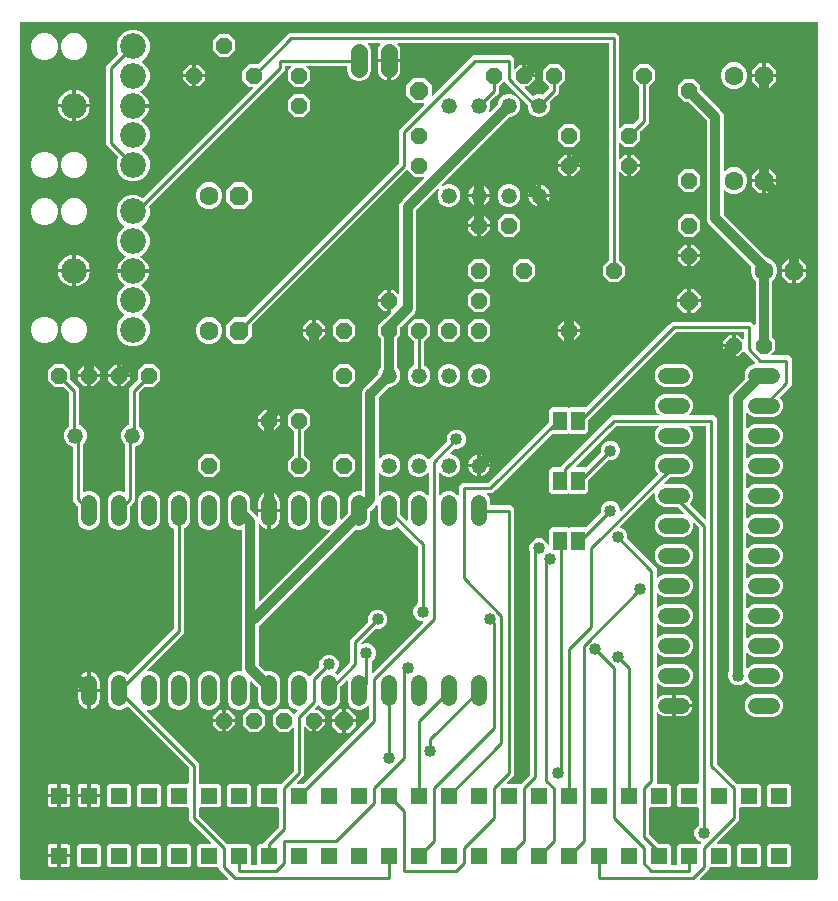
<source format=gbl>
G04 EAGLE Gerber RS-274X export*
G75*
%MOMM*%
%FSLAX34Y34*%
%LPD*%
%INBottom Copper*%
%IPPOS*%
%AMOC8*
5,1,8,0,0,1.08239X$1,22.5*%
G01*
%ADD10R,1.408000X1.408000*%
%ADD11C,1.320800*%
%ADD12P,1.429621X8X202.500000*%
%ADD13P,1.732040X8X22.500000*%
%ADD14C,1.600200*%
%ADD15C,1.320800*%
%ADD16P,1.429621X8X22.500000*%
%ADD17P,1.429621X8X292.500000*%
%ADD18C,1.422400*%
%ADD19C,2.184400*%
%ADD20P,1.649562X8X22.500000*%
%ADD21P,1.429621X8X112.500000*%
%ADD22R,1.168400X1.600200*%
%ADD23C,0.254000*%
%ADD24C,1.016000*%
%ADD25C,0.812800*%

G36*
X180720Y5092D02*
X180720Y5092D01*
X180791Y5094D01*
X180840Y5112D01*
X180892Y5120D01*
X180955Y5154D01*
X181022Y5179D01*
X181063Y5211D01*
X181109Y5236D01*
X181158Y5288D01*
X181214Y5332D01*
X181243Y5376D01*
X181278Y5414D01*
X181309Y5479D01*
X181347Y5539D01*
X181360Y5590D01*
X181382Y5637D01*
X181390Y5708D01*
X181407Y5778D01*
X181403Y5830D01*
X181409Y5881D01*
X181394Y5952D01*
X181388Y6023D01*
X181368Y6071D01*
X181357Y6122D01*
X181320Y6183D01*
X181292Y6249D01*
X181247Y6305D01*
X181231Y6333D01*
X181213Y6348D01*
X181187Y6380D01*
X173481Y14086D01*
X173481Y14550D01*
X173478Y14570D01*
X173480Y14589D01*
X173458Y14691D01*
X173442Y14793D01*
X173432Y14810D01*
X173428Y14830D01*
X173375Y14919D01*
X173326Y15010D01*
X173312Y15024D01*
X173302Y15041D01*
X173223Y15108D01*
X173148Y15180D01*
X173130Y15188D01*
X173115Y15201D01*
X173019Y15240D01*
X172925Y15283D01*
X172905Y15285D01*
X172887Y15293D01*
X172720Y15311D01*
X156797Y15311D01*
X155011Y17097D01*
X155011Y33703D01*
X156797Y35489D01*
X166116Y35489D01*
X166187Y35500D01*
X166258Y35502D01*
X166307Y35520D01*
X166359Y35528D01*
X166422Y35562D01*
X166489Y35587D01*
X166530Y35619D01*
X166576Y35644D01*
X166625Y35696D01*
X166681Y35740D01*
X166710Y35784D01*
X166745Y35822D01*
X166776Y35887D01*
X166814Y35947D01*
X166827Y35998D01*
X166849Y36045D01*
X166857Y36116D01*
X166874Y36186D01*
X166870Y36238D01*
X166876Y36289D01*
X166861Y36360D01*
X166855Y36431D01*
X166835Y36479D01*
X166824Y36530D01*
X166787Y36591D01*
X166759Y36657D01*
X166714Y36713D01*
X166698Y36741D01*
X166680Y36756D01*
X166654Y36788D01*
X148081Y55361D01*
X148081Y65350D01*
X148078Y65370D01*
X148080Y65389D01*
X148058Y65491D01*
X148042Y65593D01*
X148032Y65610D01*
X148028Y65630D01*
X147975Y65719D01*
X147926Y65810D01*
X147912Y65824D01*
X147902Y65841D01*
X147823Y65908D01*
X147748Y65980D01*
X147730Y65988D01*
X147715Y66001D01*
X147619Y66040D01*
X147525Y66083D01*
X147505Y66085D01*
X147487Y66093D01*
X147320Y66111D01*
X131397Y66111D01*
X129611Y67897D01*
X129611Y84503D01*
X131397Y86289D01*
X147320Y86289D01*
X147340Y86292D01*
X147359Y86290D01*
X147461Y86312D01*
X147563Y86328D01*
X147580Y86338D01*
X147600Y86342D01*
X147689Y86395D01*
X147780Y86444D01*
X147794Y86458D01*
X147811Y86468D01*
X147878Y86547D01*
X147950Y86622D01*
X147958Y86640D01*
X147971Y86655D01*
X148010Y86751D01*
X148053Y86845D01*
X148055Y86865D01*
X148063Y86883D01*
X148081Y87050D01*
X148081Y99496D01*
X148079Y99507D01*
X148080Y99515D01*
X148072Y99555D01*
X148067Y99586D01*
X148059Y99677D01*
X148047Y99707D01*
X148042Y99739D01*
X147999Y99819D01*
X147963Y99903D01*
X147937Y99935D01*
X147926Y99956D01*
X147903Y99978D01*
X147858Y100034D01*
X96512Y151380D01*
X96496Y151392D01*
X96483Y151408D01*
X96396Y151464D01*
X96312Y151524D01*
X96293Y151530D01*
X96276Y151541D01*
X96176Y151566D01*
X96077Y151596D01*
X96057Y151596D01*
X96038Y151601D01*
X95935Y151593D01*
X95831Y151590D01*
X95813Y151583D01*
X95793Y151582D01*
X95698Y151541D01*
X95600Y151506D01*
X95585Y151493D01*
X95566Y151485D01*
X95435Y151380D01*
X94368Y150313D01*
X90820Y148843D01*
X86980Y148843D01*
X83432Y150313D01*
X80717Y153028D01*
X79247Y156576D01*
X79247Y173624D01*
X80717Y177172D01*
X83432Y179887D01*
X86980Y181357D01*
X90820Y181357D01*
X94368Y179887D01*
X95435Y178820D01*
X95452Y178808D01*
X95464Y178792D01*
X95551Y178736D01*
X95635Y178676D01*
X95654Y178670D01*
X95671Y178659D01*
X95771Y178634D01*
X95870Y178604D01*
X95890Y178604D01*
X95909Y178599D01*
X96012Y178607D01*
X96116Y178610D01*
X96135Y178617D01*
X96155Y178618D01*
X96250Y178659D01*
X96347Y178694D01*
X96363Y178707D01*
X96381Y178715D01*
X96512Y178820D01*
X135158Y217466D01*
X135211Y217540D01*
X135271Y217609D01*
X135283Y217639D01*
X135302Y217666D01*
X135329Y217753D01*
X135363Y217837D01*
X135367Y217878D01*
X135374Y217901D01*
X135373Y217933D01*
X135381Y218004D01*
X135381Y301728D01*
X135362Y301843D01*
X135345Y301959D01*
X135343Y301965D01*
X135342Y301971D01*
X135287Y302073D01*
X135234Y302178D01*
X135229Y302183D01*
X135226Y302188D01*
X135142Y302268D01*
X135058Y302351D01*
X135052Y302354D01*
X135048Y302358D01*
X135031Y302366D01*
X134911Y302432D01*
X134232Y302713D01*
X131517Y305428D01*
X130047Y308976D01*
X130047Y326024D01*
X131517Y329572D01*
X134232Y332287D01*
X137780Y333757D01*
X141620Y333757D01*
X145168Y332287D01*
X147883Y329572D01*
X149353Y326024D01*
X149353Y308976D01*
X147883Y305428D01*
X145168Y302713D01*
X144489Y302432D01*
X144389Y302370D01*
X144289Y302310D01*
X144285Y302305D01*
X144280Y302302D01*
X144205Y302211D01*
X144129Y302123D01*
X144127Y302117D01*
X144123Y302112D01*
X144081Y302003D01*
X144037Y301895D01*
X144036Y301887D01*
X144035Y301883D01*
X144034Y301865D01*
X144019Y301728D01*
X144019Y214111D01*
X141266Y211358D01*
X112564Y182656D01*
X112522Y182598D01*
X112473Y182546D01*
X112451Y182499D01*
X112420Y182457D01*
X112399Y182388D01*
X112369Y182323D01*
X112363Y182271D01*
X112348Y182221D01*
X112350Y182150D01*
X112342Y182079D01*
X112353Y182028D01*
X112354Y181976D01*
X112379Y181908D01*
X112394Y181838D01*
X112421Y181794D01*
X112439Y181745D01*
X112484Y181689D01*
X112520Y181627D01*
X112560Y181593D01*
X112592Y181553D01*
X112653Y181514D01*
X112707Y181467D01*
X112756Y181448D01*
X112799Y181420D01*
X112869Y181402D01*
X112935Y181375D01*
X113007Y181367D01*
X113038Y181359D01*
X113061Y181361D01*
X113102Y181357D01*
X116220Y181357D01*
X119768Y179887D01*
X122483Y177172D01*
X123953Y173624D01*
X123953Y156576D01*
X122483Y153028D01*
X119768Y150313D01*
X116220Y148843D01*
X113102Y148843D01*
X113031Y148832D01*
X112960Y148830D01*
X112911Y148812D01*
X112859Y148804D01*
X112796Y148770D01*
X112729Y148745D01*
X112688Y148713D01*
X112642Y148688D01*
X112593Y148636D01*
X112537Y148592D01*
X112508Y148548D01*
X112473Y148510D01*
X112442Y148445D01*
X112404Y148385D01*
X112391Y148334D01*
X112369Y148287D01*
X112361Y148216D01*
X112344Y148146D01*
X112348Y148094D01*
X112342Y148043D01*
X112357Y147972D01*
X112363Y147901D01*
X112383Y147853D01*
X112394Y147802D01*
X112431Y147741D01*
X112459Y147675D01*
X112504Y147619D01*
X112520Y147591D01*
X112538Y147576D01*
X112564Y147544D01*
X153966Y106142D01*
X156719Y103389D01*
X156719Y87050D01*
X156722Y87030D01*
X156720Y87011D01*
X156742Y86909D01*
X156758Y86807D01*
X156768Y86790D01*
X156772Y86770D01*
X156825Y86681D01*
X156874Y86590D01*
X156888Y86576D01*
X156898Y86559D01*
X156977Y86492D01*
X157052Y86420D01*
X157070Y86412D01*
X157085Y86399D01*
X157181Y86360D01*
X157275Y86317D01*
X157295Y86315D01*
X157313Y86307D01*
X157480Y86289D01*
X173403Y86289D01*
X175189Y84503D01*
X175189Y67897D01*
X173403Y66111D01*
X157480Y66111D01*
X157460Y66108D01*
X157441Y66110D01*
X157339Y66088D01*
X157237Y66072D01*
X157220Y66062D01*
X157200Y66058D01*
X157111Y66005D01*
X157020Y65956D01*
X157006Y65942D01*
X156989Y65932D01*
X156922Y65853D01*
X156850Y65778D01*
X156842Y65760D01*
X156829Y65745D01*
X156790Y65649D01*
X156747Y65555D01*
X156745Y65535D01*
X156737Y65517D01*
X156719Y65350D01*
X156719Y59254D01*
X156733Y59164D01*
X156741Y59073D01*
X156753Y59043D01*
X156758Y59011D01*
X156801Y58931D01*
X156837Y58847D01*
X156863Y58815D01*
X156874Y58794D01*
X156897Y58772D01*
X156942Y58716D01*
X179366Y36292D01*
X180645Y35013D01*
X180661Y35001D01*
X180673Y34986D01*
X180760Y34930D01*
X180844Y34869D01*
X180864Y34863D01*
X180880Y34853D01*
X180981Y34827D01*
X181080Y34797D01*
X181099Y34797D01*
X181119Y34793D01*
X181222Y34801D01*
X181325Y34803D01*
X181344Y34810D01*
X181364Y34812D01*
X181459Y34852D01*
X181556Y34888D01*
X181572Y34900D01*
X181590Y34908D01*
X181721Y35013D01*
X182197Y35489D01*
X198803Y35489D01*
X200589Y33703D01*
X200589Y17780D01*
X200592Y17760D01*
X200590Y17741D01*
X200612Y17639D01*
X200628Y17537D01*
X200638Y17520D01*
X200642Y17500D01*
X200695Y17411D01*
X200744Y17320D01*
X200758Y17306D01*
X200768Y17289D01*
X200847Y17222D01*
X200922Y17150D01*
X200940Y17142D01*
X200955Y17129D01*
X201051Y17090D01*
X201145Y17047D01*
X201165Y17045D01*
X201183Y17037D01*
X201350Y17019D01*
X205050Y17019D01*
X205070Y17022D01*
X205089Y17020D01*
X205191Y17042D01*
X205293Y17058D01*
X205310Y17068D01*
X205330Y17072D01*
X205419Y17125D01*
X205510Y17174D01*
X205524Y17188D01*
X205541Y17198D01*
X205608Y17277D01*
X205680Y17352D01*
X205688Y17370D01*
X205701Y17385D01*
X205740Y17481D01*
X205783Y17575D01*
X205785Y17595D01*
X205793Y17613D01*
X205811Y17780D01*
X205811Y33703D01*
X207597Y35489D01*
X210820Y35489D01*
X210840Y35492D01*
X210859Y35490D01*
X210961Y35512D01*
X211063Y35528D01*
X211080Y35538D01*
X211100Y35542D01*
X211189Y35595D01*
X211280Y35644D01*
X211294Y35658D01*
X211311Y35668D01*
X211378Y35747D01*
X211450Y35822D01*
X211458Y35840D01*
X211471Y35855D01*
X211510Y35951D01*
X211553Y36045D01*
X211555Y36065D01*
X211563Y36083D01*
X211581Y36250D01*
X211581Y36714D01*
X224058Y49191D01*
X224111Y49265D01*
X224171Y49334D01*
X224183Y49364D01*
X224202Y49391D01*
X224229Y49478D01*
X224263Y49562D01*
X224267Y49603D01*
X224274Y49626D01*
X224273Y49658D01*
X224281Y49729D01*
X224281Y65350D01*
X224278Y65370D01*
X224280Y65389D01*
X224258Y65491D01*
X224242Y65593D01*
X224232Y65610D01*
X224228Y65630D01*
X224175Y65719D01*
X224126Y65810D01*
X224112Y65824D01*
X224102Y65841D01*
X224023Y65908D01*
X223948Y65980D01*
X223930Y65988D01*
X223915Y66001D01*
X223819Y66040D01*
X223725Y66083D01*
X223705Y66085D01*
X223687Y66093D01*
X223520Y66111D01*
X207597Y66111D01*
X205811Y67897D01*
X205811Y84503D01*
X207597Y86289D01*
X224203Y86289D01*
X224679Y85813D01*
X224695Y85801D01*
X224707Y85786D01*
X224794Y85730D01*
X224878Y85669D01*
X224897Y85663D01*
X224914Y85653D01*
X225015Y85627D01*
X225114Y85597D01*
X225133Y85597D01*
X225153Y85593D01*
X225256Y85601D01*
X225359Y85603D01*
X225378Y85610D01*
X225398Y85612D01*
X225493Y85652D01*
X225590Y85688D01*
X225606Y85700D01*
X225624Y85708D01*
X225755Y85813D01*
X227034Y87092D01*
X236758Y96816D01*
X236811Y96890D01*
X236871Y96959D01*
X236883Y96989D01*
X236902Y97016D01*
X236929Y97103D01*
X236963Y97187D01*
X236967Y97228D01*
X236974Y97251D01*
X236973Y97283D01*
X236981Y97354D01*
X236981Y132592D01*
X236970Y132663D01*
X236968Y132735D01*
X236950Y132784D01*
X236942Y132835D01*
X236908Y132899D01*
X236883Y132966D01*
X236851Y133007D01*
X236826Y133053D01*
X236774Y133102D01*
X236730Y133158D01*
X236686Y133186D01*
X236648Y133222D01*
X236583Y133252D01*
X236523Y133291D01*
X236472Y133304D01*
X236425Y133326D01*
X236354Y133333D01*
X236284Y133351D01*
X236232Y133347D01*
X236181Y133353D01*
X236110Y133337D01*
X236039Y133332D01*
X235991Y133312D01*
X235940Y133300D01*
X235879Y133264D01*
X235813Y133236D01*
X235757Y133191D01*
X235729Y133174D01*
X235714Y133156D01*
X235682Y133131D01*
X232598Y130047D01*
X224602Y130047D01*
X218947Y135702D01*
X218947Y143698D01*
X224602Y149353D01*
X232598Y149353D01*
X236596Y145355D01*
X236612Y145343D01*
X236625Y145328D01*
X236698Y145281D01*
X236721Y145261D01*
X236734Y145256D01*
X236796Y145212D01*
X236815Y145206D01*
X236831Y145195D01*
X236932Y145170D01*
X237031Y145139D01*
X237051Y145140D01*
X237070Y145135D01*
X237173Y145143D01*
X237277Y145146D01*
X237295Y145152D01*
X237315Y145154D01*
X237410Y145194D01*
X237508Y145230D01*
X237523Y145242D01*
X237542Y145250D01*
X237606Y145302D01*
X237613Y145306D01*
X237620Y145313D01*
X237672Y145355D01*
X239734Y147417D01*
X239861Y147544D01*
X239903Y147602D01*
X239952Y147654D01*
X239974Y147701D01*
X240005Y147743D01*
X240026Y147812D01*
X240056Y147877D01*
X240062Y147929D01*
X240077Y147978D01*
X240075Y148050D01*
X240083Y148121D01*
X240072Y148172D01*
X240071Y148224D01*
X240046Y148292D01*
X240031Y148362D01*
X240004Y148407D01*
X239986Y148455D01*
X239941Y148511D01*
X239905Y148573D01*
X239865Y148607D01*
X239833Y148647D01*
X239772Y148686D01*
X239718Y148733D01*
X239669Y148752D01*
X239626Y148780D01*
X239556Y148798D01*
X239490Y148825D01*
X239418Y148833D01*
X239387Y148841D01*
X235832Y150313D01*
X233117Y153028D01*
X231647Y156576D01*
X231647Y173624D01*
X233117Y177172D01*
X235832Y179887D01*
X239380Y181357D01*
X243220Y181357D01*
X246768Y179887D01*
X249423Y177232D01*
X249439Y177220D01*
X249452Y177205D01*
X249539Y177149D01*
X249623Y177089D01*
X249642Y177083D01*
X249658Y177072D01*
X249759Y177047D01*
X249858Y177016D01*
X249878Y177017D01*
X249897Y177012D01*
X250000Y177020D01*
X250104Y177023D01*
X250122Y177029D01*
X250142Y177031D01*
X250237Y177071D01*
X250335Y177107D01*
X250350Y177119D01*
X250369Y177127D01*
X250499Y177232D01*
X252434Y179167D01*
X258348Y185081D01*
X258401Y185155D01*
X258461Y185224D01*
X258473Y185254D01*
X258492Y185281D01*
X258519Y185368D01*
X258553Y185452D01*
X258557Y185493D01*
X258564Y185516D01*
X258563Y185548D01*
X258571Y185619D01*
X258571Y188942D01*
X259809Y191930D01*
X262095Y194216D01*
X265083Y195454D01*
X268317Y195454D01*
X271305Y194216D01*
X273591Y191930D01*
X274829Y188942D01*
X274829Y185708D01*
X273591Y182720D01*
X271976Y181106D01*
X271950Y181068D01*
X271916Y181037D01*
X271878Y180969D01*
X271833Y180906D01*
X271819Y180862D01*
X271797Y180822D01*
X271783Y180745D01*
X271761Y180671D01*
X271762Y180625D01*
X271754Y180580D01*
X271765Y180503D01*
X271767Y180425D01*
X271783Y180382D01*
X271789Y180336D01*
X271825Y180267D01*
X271851Y180194D01*
X271880Y180158D01*
X271901Y180117D01*
X271956Y180063D01*
X272005Y180002D01*
X272044Y179977D01*
X272077Y179945D01*
X272151Y179904D01*
X273235Y178820D01*
X273252Y178808D01*
X273264Y178792D01*
X273351Y178736D01*
X273435Y178676D01*
X273454Y178670D01*
X273471Y178659D01*
X273571Y178634D01*
X273670Y178604D01*
X273690Y178604D01*
X273709Y178599D01*
X273812Y178607D01*
X273916Y178610D01*
X273935Y178617D01*
X273955Y178618D01*
X274050Y178659D01*
X274147Y178694D01*
X274163Y178707D01*
X274181Y178715D01*
X274312Y178820D01*
X284383Y188891D01*
X284436Y188965D01*
X284496Y189034D01*
X284508Y189064D01*
X284527Y189091D01*
X284554Y189178D01*
X284588Y189262D01*
X284592Y189303D01*
X284599Y189326D01*
X284598Y189358D01*
X284606Y189429D01*
X284606Y208164D01*
X299623Y223181D01*
X299676Y223255D01*
X299736Y223324D01*
X299748Y223354D01*
X299767Y223381D01*
X299794Y223468D01*
X299828Y223552D01*
X299832Y223593D01*
X299839Y223616D01*
X299838Y223648D01*
X299846Y223719D01*
X299846Y227042D01*
X301084Y230030D01*
X303370Y232316D01*
X306358Y233554D01*
X309592Y233554D01*
X312580Y232316D01*
X314866Y230030D01*
X316104Y227042D01*
X316104Y223808D01*
X314866Y220820D01*
X312580Y218534D01*
X309592Y217296D01*
X306269Y217296D01*
X306179Y217282D01*
X306088Y217274D01*
X306058Y217262D01*
X306026Y217257D01*
X305946Y217214D01*
X305862Y217178D01*
X305830Y217152D01*
X305809Y217141D01*
X305787Y217118D01*
X305731Y217073D01*
X294082Y205424D01*
X294025Y205345D01*
X293963Y205270D01*
X293954Y205246D01*
X293938Y205225D01*
X293910Y205132D01*
X293875Y205041D01*
X293874Y205015D01*
X293866Y204990D01*
X293869Y204892D01*
X293864Y204795D01*
X293872Y204770D01*
X293872Y204744D01*
X293906Y204652D01*
X293933Y204559D01*
X293948Y204537D01*
X293957Y204513D01*
X294018Y204437D01*
X294073Y204357D01*
X294094Y204341D01*
X294111Y204321D01*
X294193Y204268D01*
X294271Y204210D01*
X294295Y204202D01*
X294318Y204188D01*
X294412Y204164D01*
X294505Y204134D01*
X294531Y204134D01*
X294556Y204128D01*
X294653Y204135D01*
X294750Y204136D01*
X294782Y204145D01*
X294801Y204147D01*
X294832Y204160D01*
X294912Y204183D01*
X296833Y204979D01*
X300067Y204979D01*
X303055Y203741D01*
X305341Y201455D01*
X306579Y198467D01*
X306579Y195233D01*
X305341Y192245D01*
X302992Y189896D01*
X302939Y189822D01*
X302879Y189753D01*
X302867Y189722D01*
X302848Y189696D01*
X302821Y189609D01*
X302787Y189524D01*
X302783Y189483D01*
X302776Y189461D01*
X302777Y189429D01*
X302769Y189358D01*
X302769Y180539D01*
X302780Y180468D01*
X302782Y180397D01*
X302800Y180348D01*
X302808Y180296D01*
X302842Y180233D01*
X302867Y180166D01*
X302899Y180125D01*
X302924Y180079D01*
X302975Y180030D01*
X303020Y179974D01*
X303064Y179945D01*
X303102Y179910D01*
X303167Y179879D01*
X303227Y179841D01*
X303278Y179828D01*
X303325Y179806D01*
X303396Y179798D01*
X303466Y179781D01*
X303518Y179785D01*
X303569Y179779D01*
X303640Y179794D01*
X303711Y179800D01*
X303759Y179820D01*
X303810Y179831D01*
X303871Y179868D01*
X303937Y179896D01*
X303993Y179941D01*
X304021Y179957D01*
X304036Y179975D01*
X304068Y180001D01*
X346414Y222347D01*
X346456Y222405D01*
X346505Y222457D01*
X346527Y222504D01*
X346558Y222546D01*
X346579Y222615D01*
X346609Y222680D01*
X346615Y222732D01*
X346630Y222782D01*
X346628Y222853D01*
X346636Y222924D01*
X346625Y222975D01*
X346624Y223027D01*
X346599Y223095D01*
X346584Y223165D01*
X346557Y223209D01*
X346539Y223258D01*
X346494Y223314D01*
X346458Y223376D01*
X346418Y223410D01*
X346386Y223450D01*
X346325Y223489D01*
X346271Y223536D01*
X346222Y223555D01*
X346179Y223583D01*
X346109Y223601D01*
X346043Y223628D01*
X345971Y223636D01*
X345940Y223644D01*
X345917Y223642D01*
X345876Y223646D01*
X344458Y223646D01*
X341470Y224884D01*
X339184Y227170D01*
X337946Y230158D01*
X337946Y233392D01*
X339184Y236380D01*
X341533Y238729D01*
X341586Y238803D01*
X341646Y238872D01*
X341658Y238903D01*
X341677Y238929D01*
X341704Y239016D01*
X341738Y239101D01*
X341742Y239142D01*
X341749Y239164D01*
X341748Y239196D01*
X341756Y239267D01*
X341756Y286821D01*
X341742Y286911D01*
X341734Y287002D01*
X341722Y287032D01*
X341717Y287064D01*
X341674Y287144D01*
X341638Y287228D01*
X341612Y287260D01*
X341601Y287281D01*
X341578Y287303D01*
X341533Y287359D01*
X325112Y303780D01*
X325096Y303792D01*
X325083Y303808D01*
X324996Y303864D01*
X324912Y303924D01*
X324893Y303930D01*
X324876Y303941D01*
X324776Y303966D01*
X324677Y303996D01*
X324657Y303996D01*
X324638Y304001D01*
X324535Y303993D01*
X324431Y303990D01*
X324413Y303983D01*
X324393Y303982D01*
X324298Y303941D01*
X324200Y303906D01*
X324185Y303893D01*
X324166Y303885D01*
X324035Y303780D01*
X322968Y302713D01*
X319420Y301243D01*
X315580Y301243D01*
X312032Y302713D01*
X309317Y305428D01*
X307847Y308976D01*
X307847Y321351D01*
X307836Y321421D01*
X307834Y321493D01*
X307816Y321542D01*
X307808Y321593D01*
X307774Y321657D01*
X307749Y321724D01*
X307717Y321765D01*
X307692Y321811D01*
X307640Y321860D01*
X307596Y321916D01*
X307552Y321944D01*
X307514Y321980D01*
X307449Y322010D01*
X307389Y322049D01*
X307338Y322062D01*
X307291Y322084D01*
X307220Y322092D01*
X307150Y322109D01*
X307098Y322105D01*
X307047Y322111D01*
X306976Y322096D01*
X306905Y322090D01*
X306857Y322070D01*
X306806Y322059D01*
X306745Y322022D01*
X306679Y321994D01*
X306623Y321949D01*
X306595Y321932D01*
X306580Y321915D01*
X306548Y321889D01*
X305547Y320888D01*
X301976Y317317D01*
X301923Y317243D01*
X301863Y317173D01*
X301851Y317143D01*
X301832Y317117D01*
X301805Y317030D01*
X301771Y316945D01*
X301767Y316904D01*
X301760Y316882D01*
X301761Y316850D01*
X301753Y316778D01*
X301753Y308976D01*
X300283Y305428D01*
X297568Y302713D01*
X294020Y301243D01*
X290180Y301243D01*
X289870Y301372D01*
X289757Y301398D01*
X289643Y301427D01*
X289637Y301426D01*
X289631Y301428D01*
X289514Y301417D01*
X289398Y301408D01*
X289392Y301405D01*
X289386Y301405D01*
X289278Y301357D01*
X289171Y301311D01*
X289166Y301307D01*
X289161Y301305D01*
X289147Y301292D01*
X289041Y301207D01*
X207361Y219527D01*
X207318Y219468D01*
X207273Y219420D01*
X207265Y219403D01*
X207248Y219383D01*
X207236Y219353D01*
X207217Y219327D01*
X207192Y219247D01*
X207169Y219197D01*
X207168Y219184D01*
X207156Y219155D01*
X207152Y219114D01*
X207145Y219092D01*
X207146Y219060D01*
X207138Y218988D01*
X207138Y187412D01*
X207152Y187321D01*
X207160Y187231D01*
X207172Y187201D01*
X207177Y187169D01*
X207220Y187088D01*
X207256Y187004D01*
X207282Y186972D01*
X207293Y186951D01*
X207316Y186929D01*
X207361Y186873D01*
X212841Y181393D01*
X212935Y181325D01*
X213029Y181255D01*
X213035Y181253D01*
X213040Y181250D01*
X213152Y181216D01*
X213263Y181179D01*
X213269Y181179D01*
X213275Y181177D01*
X213392Y181181D01*
X213509Y181182D01*
X213516Y181184D01*
X213521Y181184D01*
X213539Y181190D01*
X213670Y181228D01*
X213980Y181357D01*
X217820Y181357D01*
X221368Y179887D01*
X224083Y177172D01*
X225553Y173624D01*
X225553Y156576D01*
X224083Y153028D01*
X221368Y150313D01*
X217820Y148843D01*
X213980Y148843D01*
X210432Y150313D01*
X207717Y153028D01*
X206247Y156576D01*
X206247Y167553D01*
X206233Y167644D01*
X206225Y167734D01*
X206213Y167764D01*
X206208Y167796D01*
X206165Y167877D01*
X206129Y167961D01*
X206103Y167993D01*
X206092Y168014D01*
X206069Y168036D01*
X206024Y168092D01*
X201452Y172664D01*
X201394Y172706D01*
X201342Y172755D01*
X201295Y172777D01*
X201253Y172807D01*
X201184Y172828D01*
X201119Y172859D01*
X201067Y172864D01*
X201017Y172880D01*
X200946Y172878D01*
X200875Y172886D01*
X200824Y172875D01*
X200772Y172873D01*
X200704Y172849D01*
X200634Y172834D01*
X200589Y172807D01*
X200541Y172789D01*
X200485Y172744D01*
X200423Y172707D01*
X200389Y172668D01*
X200349Y172635D01*
X200310Y172575D01*
X200263Y172520D01*
X200244Y172472D01*
X200216Y172428D01*
X200198Y172359D01*
X200171Y172292D01*
X200163Y172221D01*
X200155Y172190D01*
X200157Y172166D01*
X200153Y172126D01*
X200153Y156576D01*
X198683Y153028D01*
X195968Y150313D01*
X192420Y148843D01*
X188580Y148843D01*
X185032Y150313D01*
X182317Y153028D01*
X180847Y156576D01*
X180847Y173624D01*
X182317Y177172D01*
X185032Y179887D01*
X188580Y181357D01*
X192344Y181357D01*
X192389Y181364D01*
X192435Y181362D01*
X192510Y181384D01*
X192587Y181396D01*
X192627Y181418D01*
X192671Y181431D01*
X192735Y181475D01*
X192804Y181512D01*
X192836Y181545D01*
X192873Y181571D01*
X192920Y181633D01*
X192973Y181690D01*
X192993Y181732D01*
X193020Y181768D01*
X193044Y181842D01*
X193077Y181913D01*
X193082Y181959D01*
X193096Y182002D01*
X193096Y182080D01*
X193104Y182157D01*
X193094Y182202D01*
X193094Y182248D01*
X193056Y182380D01*
X193052Y182398D01*
X193049Y182402D01*
X193047Y182409D01*
X192912Y182735D01*
X192912Y300482D01*
X192909Y300502D01*
X192911Y300521D01*
X192889Y300623D01*
X192873Y300725D01*
X192863Y300742D01*
X192859Y300762D01*
X192806Y300851D01*
X192757Y300942D01*
X192743Y300956D01*
X192733Y300973D01*
X192654Y301040D01*
X192579Y301112D01*
X192561Y301120D01*
X192546Y301133D01*
X192450Y301172D01*
X192356Y301215D01*
X192336Y301217D01*
X192318Y301225D01*
X192151Y301243D01*
X188580Y301243D01*
X185032Y302713D01*
X182317Y305428D01*
X180847Y308976D01*
X180847Y326024D01*
X182317Y329572D01*
X185032Y332287D01*
X188580Y333757D01*
X192420Y333757D01*
X195968Y332287D01*
X198683Y329572D01*
X200153Y326024D01*
X200153Y318222D01*
X200167Y318131D01*
X200175Y318041D01*
X200187Y318011D01*
X200192Y317979D01*
X200235Y317898D01*
X200271Y317814D01*
X200297Y317782D01*
X200308Y317761D01*
X200331Y317739D01*
X200376Y317683D01*
X203947Y314112D01*
X205456Y312603D01*
X205514Y312561D01*
X205566Y312512D01*
X205613Y312490D01*
X205655Y312460D01*
X205724Y312439D01*
X205789Y312408D01*
X205841Y312403D01*
X205891Y312387D01*
X205962Y312389D01*
X206033Y312381D01*
X206084Y312392D01*
X206136Y312394D01*
X206204Y312418D01*
X206274Y312433D01*
X206319Y312460D01*
X206367Y312478D01*
X206423Y312523D01*
X206485Y312560D01*
X206519Y312599D01*
X206559Y312632D01*
X206598Y312692D01*
X206645Y312747D01*
X206664Y312795D01*
X206692Y312839D01*
X206710Y312908D01*
X206737Y312975D01*
X206745Y313046D01*
X206753Y313077D01*
X206751Y313101D01*
X206755Y313141D01*
X206755Y315977D01*
X214377Y315977D01*
X214377Y301875D01*
X213233Y302103D01*
X211568Y302792D01*
X210070Y303793D01*
X208797Y305067D01*
X208532Y305463D01*
X208516Y305480D01*
X208505Y305500D01*
X208433Y305569D01*
X208364Y305643D01*
X208344Y305654D01*
X208327Y305670D01*
X208236Y305712D01*
X208148Y305760D01*
X208125Y305763D01*
X208104Y305773D01*
X208004Y305784D01*
X207905Y305801D01*
X207882Y305798D01*
X207860Y305800D01*
X207761Y305779D01*
X207662Y305764D01*
X207642Y305753D01*
X207619Y305748D01*
X207533Y305696D01*
X207444Y305650D01*
X207428Y305634D01*
X207408Y305622D01*
X207343Y305546D01*
X207273Y305473D01*
X207263Y305452D01*
X207248Y305435D01*
X207211Y305342D01*
X207168Y305251D01*
X207165Y305228D01*
X207156Y305207D01*
X207138Y305040D01*
X207138Y241259D01*
X207149Y241189D01*
X207151Y241117D01*
X207169Y241068D01*
X207177Y241017D01*
X207211Y240953D01*
X207236Y240886D01*
X207268Y240845D01*
X207293Y240799D01*
X207344Y240750D01*
X207389Y240694D01*
X207433Y240666D01*
X207471Y240630D01*
X207536Y240600D01*
X207596Y240561D01*
X207647Y240548D01*
X207694Y240526D01*
X207765Y240518D01*
X207835Y240501D01*
X207887Y240505D01*
X207938Y240499D01*
X208009Y240514D01*
X208080Y240520D01*
X208128Y240540D01*
X208179Y240551D01*
X208240Y240588D01*
X208306Y240616D01*
X208362Y240661D01*
X208390Y240678D01*
X208405Y240695D01*
X208437Y240721D01*
X267660Y299944D01*
X267702Y300002D01*
X267751Y300054D01*
X267773Y300101D01*
X267803Y300143D01*
X267824Y300212D01*
X267855Y300277D01*
X267860Y300329D01*
X267876Y300379D01*
X267874Y300450D01*
X267882Y300521D01*
X267871Y300572D01*
X267869Y300624D01*
X267845Y300692D01*
X267830Y300762D01*
X267803Y300806D01*
X267785Y300855D01*
X267740Y300911D01*
X267703Y300973D01*
X267664Y301007D01*
X267631Y301047D01*
X267571Y301086D01*
X267516Y301133D01*
X267468Y301152D01*
X267424Y301180D01*
X267355Y301198D01*
X267288Y301225D01*
X267217Y301233D01*
X267186Y301241D01*
X267162Y301239D01*
X267122Y301243D01*
X264780Y301243D01*
X261232Y302713D01*
X258517Y305428D01*
X257047Y308976D01*
X257047Y326024D01*
X258517Y329572D01*
X261232Y332287D01*
X264780Y333757D01*
X268620Y333757D01*
X272168Y332287D01*
X274883Y329572D01*
X276353Y326024D01*
X276353Y310474D01*
X276364Y310404D01*
X276366Y310332D01*
X276384Y310283D01*
X276392Y310232D01*
X276426Y310168D01*
X276451Y310101D01*
X276483Y310060D01*
X276508Y310014D01*
X276560Y309965D01*
X276604Y309909D01*
X276648Y309881D01*
X276686Y309845D01*
X276751Y309815D01*
X276811Y309776D01*
X276862Y309763D01*
X276909Y309741D01*
X276980Y309733D01*
X277050Y309716D01*
X277102Y309720D01*
X277153Y309714D01*
X277224Y309729D01*
X277295Y309735D01*
X277343Y309755D01*
X277394Y309766D01*
X277455Y309803D01*
X277521Y309831D01*
X277577Y309876D01*
X277605Y309893D01*
X277620Y309910D01*
X277652Y309936D01*
X282224Y314508D01*
X282277Y314582D01*
X282337Y314652D01*
X282349Y314682D01*
X282368Y314708D01*
X282395Y314795D01*
X282429Y314880D01*
X282433Y314921D01*
X282440Y314943D01*
X282439Y314975D01*
X282447Y315047D01*
X282447Y326024D01*
X283917Y329572D01*
X286632Y332287D01*
X290180Y333757D01*
X293751Y333757D01*
X293771Y333760D01*
X293790Y333758D01*
X293892Y333780D01*
X293994Y333796D01*
X294011Y333806D01*
X294031Y333810D01*
X294120Y333863D01*
X294211Y333912D01*
X294225Y333926D01*
X294242Y333936D01*
X294309Y334015D01*
X294381Y334090D01*
X294389Y334108D01*
X294402Y334123D01*
X294441Y334219D01*
X294484Y334313D01*
X294486Y334333D01*
X294494Y334351D01*
X294512Y334518D01*
X294512Y417340D01*
X295595Y419954D01*
X307624Y431983D01*
X307677Y432057D01*
X307737Y432127D01*
X307749Y432157D01*
X307768Y432183D01*
X307795Y432270D01*
X307829Y432355D01*
X307833Y432396D01*
X307840Y432418D01*
X307839Y432450D01*
X307847Y432522D01*
X307847Y433720D01*
X309317Y437268D01*
X310164Y438115D01*
X310217Y438189D01*
X310277Y438259D01*
X310289Y438289D01*
X310308Y438315D01*
X310335Y438402D01*
X310369Y438487D01*
X310373Y438528D01*
X310380Y438550D01*
X310379Y438582D01*
X310387Y438654D01*
X310387Y463046D01*
X310373Y463136D01*
X310365Y463227D01*
X310353Y463257D01*
X310348Y463289D01*
X310305Y463370D01*
X310269Y463454D01*
X310243Y463486D01*
X310232Y463507D01*
X310209Y463529D01*
X310164Y463585D01*
X307847Y465902D01*
X307847Y473898D01*
X313502Y479553D01*
X313603Y479553D01*
X313694Y479567D01*
X313784Y479575D01*
X313814Y479587D01*
X313846Y479592D01*
X313927Y479635D01*
X314011Y479671D01*
X314043Y479697D01*
X314064Y479708D01*
X314086Y479731D01*
X314142Y479776D01*
X319222Y484856D01*
X319264Y484914D01*
X319313Y484966D01*
X319335Y485013D01*
X319365Y485055D01*
X319386Y485124D01*
X319417Y485189D01*
X319422Y485241D01*
X319438Y485291D01*
X319436Y485362D01*
X319444Y485433D01*
X319433Y485484D01*
X319431Y485536D01*
X319407Y485604D01*
X319392Y485674D01*
X319365Y485719D01*
X319347Y485767D01*
X319302Y485823D01*
X319265Y485885D01*
X319226Y485919D01*
X319193Y485959D01*
X319133Y485998D01*
X319078Y486045D01*
X319030Y486064D01*
X319023Y486069D01*
X319023Y494538D01*
X319020Y494558D01*
X319022Y494577D01*
X319000Y494679D01*
X318983Y494781D01*
X318974Y494798D01*
X318970Y494818D01*
X318917Y494907D01*
X318868Y494998D01*
X318854Y495012D01*
X318844Y495029D01*
X318765Y495096D01*
X318690Y495167D01*
X318672Y495176D01*
X318657Y495189D01*
X318561Y495227D01*
X318467Y495271D01*
X318447Y495273D01*
X318429Y495281D01*
X318262Y495299D01*
X317499Y495299D01*
X317499Y495301D01*
X318262Y495301D01*
X318282Y495304D01*
X318301Y495302D01*
X318403Y495324D01*
X318505Y495341D01*
X318522Y495350D01*
X318542Y495354D01*
X318631Y495407D01*
X318722Y495456D01*
X318736Y495470D01*
X318753Y495480D01*
X318820Y495559D01*
X318891Y495634D01*
X318900Y495652D01*
X318913Y495667D01*
X318952Y495763D01*
X318995Y495857D01*
X318997Y495877D01*
X319005Y495895D01*
X319023Y496062D01*
X319023Y504445D01*
X321288Y504445D01*
X324963Y500770D01*
X325021Y500728D01*
X325073Y500679D01*
X325120Y500657D01*
X325162Y500626D01*
X325231Y500605D01*
X325296Y500575D01*
X325348Y500569D01*
X325398Y500554D01*
X325469Y500556D01*
X325540Y500548D01*
X325591Y500559D01*
X325643Y500560D01*
X325711Y500585D01*
X325781Y500600D01*
X325826Y500627D01*
X325874Y500645D01*
X325930Y500690D01*
X325992Y500726D01*
X326026Y500766D01*
X326066Y500798D01*
X326105Y500859D01*
X326152Y500913D01*
X326171Y500962D01*
X326199Y501005D01*
X326217Y501075D01*
X326244Y501141D01*
X326252Y501213D01*
X326260Y501244D01*
X326258Y501267D01*
X326262Y501308D01*
X326262Y576090D01*
X327345Y578704D01*
X329453Y580812D01*
X347289Y598648D01*
X347331Y598706D01*
X347380Y598758D01*
X347402Y598805D01*
X347432Y598847D01*
X347453Y598916D01*
X347484Y598981D01*
X347489Y599033D01*
X347505Y599083D01*
X347503Y599154D01*
X347511Y599225D01*
X347500Y599276D01*
X347498Y599328D01*
X347474Y599396D01*
X347459Y599466D01*
X347432Y599511D01*
X347414Y599559D01*
X347369Y599615D01*
X347332Y599677D01*
X347293Y599711D01*
X347260Y599751D01*
X347200Y599790D01*
X347145Y599837D01*
X347097Y599856D01*
X347053Y599884D01*
X346984Y599902D01*
X346917Y599929D01*
X346846Y599937D01*
X346815Y599945D01*
X346791Y599943D01*
X346751Y599947D01*
X338902Y599947D01*
X333317Y605532D01*
X333300Y605544D01*
X333288Y605560D01*
X333201Y605615D01*
X333117Y605676D01*
X333098Y605682D01*
X333081Y605693D01*
X332981Y605718D01*
X332882Y605748D01*
X332862Y605748D01*
X332842Y605753D01*
X332739Y605745D01*
X332636Y605742D01*
X332617Y605735D01*
X332597Y605734D01*
X332502Y605693D01*
X332405Y605658D01*
X332389Y605645D01*
X332371Y605637D01*
X332240Y605532D01*
X331766Y605058D01*
X201773Y475065D01*
X201720Y474991D01*
X201660Y474922D01*
X201648Y474892D01*
X201629Y474865D01*
X201602Y474778D01*
X201568Y474694D01*
X201564Y474653D01*
X201557Y474630D01*
X201558Y474598D01*
X201550Y474527D01*
X201550Y465323D01*
X195077Y458850D01*
X185923Y458850D01*
X179450Y465323D01*
X179450Y474477D01*
X185923Y480950D01*
X195127Y480950D01*
X195217Y480964D01*
X195308Y480972D01*
X195338Y480984D01*
X195370Y480989D01*
X195450Y481032D01*
X195534Y481068D01*
X195566Y481094D01*
X195587Y481105D01*
X195609Y481128D01*
X195665Y481173D01*
X325658Y611166D01*
X325711Y611240D01*
X325771Y611309D01*
X325783Y611339D01*
X325802Y611366D01*
X325829Y611453D01*
X325863Y611537D01*
X325867Y611578D01*
X325874Y611601D01*
X325873Y611633D01*
X325881Y611704D01*
X325881Y639964D01*
X347049Y661132D01*
X347091Y661190D01*
X347140Y661242D01*
X347162Y661289D01*
X347193Y661331D01*
X347214Y661400D01*
X347244Y661465D01*
X347250Y661517D01*
X347265Y661567D01*
X347263Y661638D01*
X347271Y661709D01*
X347260Y661760D01*
X347259Y661812D01*
X347234Y661880D01*
X347219Y661950D01*
X347192Y661995D01*
X347174Y662043D01*
X347129Y662099D01*
X347093Y662161D01*
X347053Y662195D01*
X347021Y662235D01*
X346960Y662274D01*
X346906Y662321D01*
X346857Y662340D01*
X346814Y662368D01*
X346744Y662386D01*
X346678Y662413D01*
X346606Y662421D01*
X346575Y662429D01*
X346552Y662427D01*
X346511Y662431D01*
X338481Y662431D01*
X332231Y668681D01*
X332231Y677519D01*
X338481Y683769D01*
X347319Y683769D01*
X353569Y677519D01*
X353569Y669489D01*
X353580Y669418D01*
X353582Y669347D01*
X353600Y669298D01*
X353608Y669246D01*
X353642Y669183D01*
X353667Y669116D01*
X353699Y669075D01*
X353724Y669029D01*
X353776Y668980D01*
X353820Y668924D01*
X353864Y668895D01*
X353902Y668860D01*
X353967Y668829D01*
X354027Y668791D01*
X354078Y668778D01*
X354125Y668756D01*
X354196Y668748D01*
X354266Y668731D01*
X354318Y668735D01*
X354369Y668729D01*
X354440Y668744D01*
X354511Y668750D01*
X354559Y668770D01*
X354610Y668781D01*
X354671Y668818D01*
X354737Y668846D01*
X354793Y668891D01*
X354821Y668907D01*
X354836Y668925D01*
X354868Y668951D01*
X385983Y700066D01*
X388736Y702819D01*
X420889Y702819D01*
X423419Y700289D01*
X423419Y692189D01*
X423430Y692118D01*
X423432Y692047D01*
X423450Y691998D01*
X423458Y691946D01*
X423492Y691883D01*
X423517Y691816D01*
X423549Y691775D01*
X423574Y691729D01*
X423626Y691680D01*
X423670Y691624D01*
X423714Y691595D01*
X423752Y691560D01*
X423817Y691529D01*
X423877Y691491D01*
X423928Y691478D01*
X423975Y691456D01*
X424046Y691448D01*
X424116Y691431D01*
X424168Y691435D01*
X424219Y691429D01*
X424290Y691444D01*
X424361Y691450D01*
X424409Y691470D01*
X424460Y691481D01*
X424521Y691518D01*
X424587Y691546D01*
X424643Y691591D01*
X424671Y691607D01*
X424686Y691625D01*
X424718Y691651D01*
X428012Y694945D01*
X430277Y694945D01*
X430277Y686562D01*
X430280Y686542D01*
X430278Y686523D01*
X430300Y686421D01*
X430317Y686319D01*
X430326Y686302D01*
X430330Y686282D01*
X430383Y686193D01*
X430432Y686102D01*
X430446Y686088D01*
X430456Y686071D01*
X430535Y686004D01*
X430610Y685933D01*
X430628Y685924D01*
X430643Y685911D01*
X430739Y685873D01*
X430833Y685829D01*
X430853Y685827D01*
X430871Y685819D01*
X431038Y685801D01*
X431801Y685801D01*
X431801Y685038D01*
X431804Y685018D01*
X431802Y684999D01*
X431824Y684897D01*
X431841Y684795D01*
X431850Y684778D01*
X431854Y684758D01*
X431907Y684669D01*
X431956Y684578D01*
X431970Y684564D01*
X431980Y684547D01*
X432059Y684480D01*
X432134Y684409D01*
X432152Y684400D01*
X432167Y684387D01*
X432263Y684348D01*
X432357Y684305D01*
X432377Y684303D01*
X432395Y684295D01*
X432562Y684277D01*
X440945Y684277D01*
X440945Y682012D01*
X435588Y676655D01*
X433015Y676655D01*
X432944Y676644D01*
X432873Y676642D01*
X432824Y676624D01*
X432772Y676616D01*
X432709Y676582D01*
X432642Y676557D01*
X432601Y676525D01*
X432555Y676500D01*
X432506Y676449D01*
X432450Y676404D01*
X432421Y676360D01*
X432386Y676322D01*
X432355Y676257D01*
X432317Y676197D01*
X432304Y676146D01*
X432282Y676099D01*
X432274Y676028D01*
X432257Y675958D01*
X432261Y675906D01*
X432255Y675855D01*
X432270Y675784D01*
X432276Y675713D01*
X432296Y675665D01*
X432307Y675614D01*
X432344Y675553D01*
X432372Y675487D01*
X432417Y675431D01*
X432433Y675403D01*
X432451Y675388D01*
X432477Y675356D01*
X438826Y669006D01*
X438920Y668939D01*
X439015Y668869D01*
X439021Y668867D01*
X439026Y668863D01*
X439137Y668829D01*
X439249Y668792D01*
X439255Y668792D01*
X439261Y668791D01*
X439378Y668794D01*
X439495Y668795D01*
X439502Y668797D01*
X439507Y668797D01*
X439524Y668803D01*
X439656Y668841D01*
X442580Y670053D01*
X446420Y670053D01*
X447099Y669771D01*
X447213Y669745D01*
X447326Y669716D01*
X447333Y669717D01*
X447339Y669715D01*
X447455Y669726D01*
X447572Y669735D01*
X447577Y669738D01*
X447584Y669738D01*
X447691Y669786D01*
X447798Y669832D01*
X447804Y669836D01*
X447808Y669838D01*
X447822Y669851D01*
X447929Y669936D01*
X452658Y674666D01*
X452711Y674740D01*
X452771Y674809D01*
X452783Y674839D01*
X452802Y674866D01*
X452829Y674953D01*
X452863Y675037D01*
X452867Y675078D01*
X452874Y675101D01*
X452873Y675133D01*
X452881Y675204D01*
X452881Y676152D01*
X452867Y676242D01*
X452859Y676333D01*
X452847Y676363D01*
X452842Y676395D01*
X452799Y676476D01*
X452763Y676560D01*
X452737Y676592D01*
X452726Y676613D01*
X452703Y676635D01*
X452658Y676691D01*
X447547Y681802D01*
X447547Y689798D01*
X453202Y695453D01*
X461198Y695453D01*
X466853Y689798D01*
X466853Y681802D01*
X461742Y676691D01*
X461689Y676617D01*
X461629Y676547D01*
X461617Y676517D01*
X461598Y676491D01*
X461571Y676404D01*
X461537Y676319D01*
X461533Y676278D01*
X461526Y676256D01*
X461527Y676224D01*
X461519Y676152D01*
X461519Y671311D01*
X458766Y668558D01*
X454036Y663829D01*
X453968Y663734D01*
X453898Y663640D01*
X453897Y663634D01*
X453893Y663629D01*
X453859Y663517D01*
X453822Y663406D01*
X453822Y663400D01*
X453821Y663394D01*
X453824Y663277D01*
X453825Y663160D01*
X453827Y663153D01*
X453827Y663148D01*
X453833Y663131D01*
X453871Y662999D01*
X454153Y662320D01*
X454153Y658480D01*
X452683Y654932D01*
X449968Y652217D01*
X446420Y650747D01*
X442580Y650747D01*
X439032Y652217D01*
X436317Y654932D01*
X434847Y658480D01*
X434847Y660455D01*
X434833Y660545D01*
X434825Y660636D01*
X434813Y660666D01*
X434808Y660698D01*
X434765Y660778D01*
X434729Y660862D01*
X434703Y660894D01*
X434692Y660915D01*
X434669Y660937D01*
X434624Y660993D01*
X415472Y680145D01*
X415456Y680157D01*
X415444Y680172D01*
X415356Y680228D01*
X415273Y680288D01*
X415254Y680294D01*
X415237Y680305D01*
X415136Y680330D01*
X415038Y680361D01*
X415018Y680360D01*
X414998Y680365D01*
X414895Y680357D01*
X414792Y680354D01*
X414773Y680348D01*
X414753Y680346D01*
X414658Y680306D01*
X414561Y680270D01*
X414545Y680258D01*
X414527Y680250D01*
X414396Y680145D01*
X410942Y676691D01*
X410889Y676617D01*
X410829Y676547D01*
X410817Y676517D01*
X410798Y676491D01*
X410771Y676404D01*
X410737Y676319D01*
X410733Y676278D01*
X410726Y676256D01*
X410727Y676224D01*
X410719Y676152D01*
X410719Y671311D01*
X407966Y668558D01*
X403236Y663829D01*
X403168Y663734D01*
X403098Y663640D01*
X403097Y663634D01*
X403093Y663629D01*
X403059Y663517D01*
X403022Y663406D01*
X403022Y663400D01*
X403021Y663394D01*
X403024Y663277D01*
X403025Y663160D01*
X403027Y663153D01*
X403027Y663148D01*
X403033Y663131D01*
X403071Y662999D01*
X403353Y662320D01*
X403353Y658480D01*
X402153Y655583D01*
X402130Y655488D01*
X402102Y655395D01*
X402102Y655369D01*
X402096Y655343D01*
X402106Y655247D01*
X402108Y655149D01*
X402117Y655124D01*
X402120Y655098D01*
X402159Y655010D01*
X402193Y654918D01*
X402209Y654898D01*
X402220Y654874D01*
X402285Y654802D01*
X402346Y654726D01*
X402368Y654712D01*
X402386Y654693D01*
X402471Y654646D01*
X402553Y654593D01*
X402579Y654587D01*
X402601Y654574D01*
X402697Y654557D01*
X402792Y654533D01*
X402818Y654535D01*
X402844Y654530D01*
X402940Y654544D01*
X403037Y654552D01*
X403061Y654562D01*
X403087Y654566D01*
X403174Y654610D01*
X403263Y654648D01*
X403289Y654669D01*
X403306Y654678D01*
X403329Y654701D01*
X403394Y654753D01*
X409224Y660583D01*
X409277Y660657D01*
X409337Y660727D01*
X409349Y660757D01*
X409368Y660783D01*
X409395Y660870D01*
X409429Y660955D01*
X409433Y660996D01*
X409440Y661018D01*
X409439Y661050D01*
X409447Y661122D01*
X409447Y662320D01*
X410917Y665868D01*
X413632Y668583D01*
X417180Y670053D01*
X421020Y670053D01*
X424568Y668583D01*
X427283Y665868D01*
X428753Y662320D01*
X428753Y658480D01*
X427283Y654932D01*
X424568Y652217D01*
X421020Y650747D01*
X419822Y650747D01*
X419731Y650733D01*
X419641Y650725D01*
X419611Y650713D01*
X419579Y650708D01*
X419498Y650665D01*
X419414Y650629D01*
X419382Y650603D01*
X419361Y650592D01*
X419339Y650569D01*
X419283Y650524D01*
X362653Y593894D01*
X362596Y593815D01*
X362534Y593740D01*
X362525Y593716D01*
X362510Y593695D01*
X362481Y593601D01*
X362446Y593511D01*
X362445Y593484D01*
X362437Y593459D01*
X362440Y593362D01*
X362436Y593265D01*
X362443Y593240D01*
X362444Y593214D01*
X362477Y593122D01*
X362504Y593029D01*
X362519Y593007D01*
X362528Y592983D01*
X362589Y592906D01*
X362644Y592827D01*
X362665Y592811D01*
X362682Y592791D01*
X362764Y592738D01*
X362842Y592680D01*
X362867Y592672D01*
X362889Y592658D01*
X362983Y592634D01*
X363076Y592604D01*
X363102Y592604D01*
X363127Y592597D01*
X363224Y592605D01*
X363322Y592606D01*
X363353Y592615D01*
X363372Y592617D01*
X363403Y592629D01*
X363483Y592653D01*
X366380Y593853D01*
X370220Y593853D01*
X373768Y592383D01*
X376483Y589668D01*
X377953Y586120D01*
X377953Y582280D01*
X376483Y578732D01*
X373768Y576017D01*
X370220Y574547D01*
X366380Y574547D01*
X362832Y576017D01*
X360117Y578732D01*
X358647Y582280D01*
X358647Y586120D01*
X359847Y589017D01*
X359870Y589112D01*
X359898Y589205D01*
X359898Y589231D01*
X359903Y589257D01*
X359894Y589354D01*
X359892Y589451D01*
X359883Y589476D01*
X359880Y589502D01*
X359841Y589591D01*
X359807Y589682D01*
X359791Y589702D01*
X359780Y589726D01*
X359714Y589798D01*
X359654Y589874D01*
X359632Y589888D01*
X359614Y589907D01*
X359529Y589954D01*
X359447Y590007D01*
X359421Y590013D01*
X359398Y590026D01*
X359303Y590043D01*
X359208Y590067D01*
X359182Y590065D01*
X359156Y590070D01*
X359060Y590056D01*
X358963Y590048D01*
X358939Y590038D01*
X358913Y590034D01*
X358826Y589990D01*
X358737Y589952D01*
X358711Y589931D01*
X358694Y589922D01*
X358671Y589899D01*
X358606Y589847D01*
X340711Y571952D01*
X340663Y571886D01*
X340657Y571879D01*
X340655Y571874D01*
X340598Y571808D01*
X340586Y571778D01*
X340567Y571752D01*
X340540Y571665D01*
X340506Y571580D01*
X340502Y571539D01*
X340495Y571517D01*
X340496Y571485D01*
X340488Y571413D01*
X340488Y487535D01*
X339405Y484921D01*
X327376Y472892D01*
X327323Y472818D01*
X327263Y472748D01*
X327251Y472718D01*
X327232Y472692D01*
X327205Y472605D01*
X327171Y472520D01*
X327167Y472479D01*
X327160Y472457D01*
X327161Y472425D01*
X327153Y472353D01*
X327153Y465902D01*
X324836Y463585D01*
X324783Y463511D01*
X324723Y463441D01*
X324711Y463411D01*
X324692Y463385D01*
X324665Y463298D01*
X324631Y463213D01*
X324627Y463172D01*
X324620Y463150D01*
X324621Y463118D01*
X324613Y463046D01*
X324613Y438654D01*
X324627Y438563D01*
X324635Y438473D01*
X324647Y438443D01*
X324652Y438411D01*
X324695Y438330D01*
X324731Y438246D01*
X324757Y438214D01*
X324768Y438193D01*
X324791Y438171D01*
X324836Y438115D01*
X325683Y437268D01*
X327153Y433720D01*
X327153Y429880D01*
X325683Y426332D01*
X322968Y423617D01*
X319420Y422147D01*
X318222Y422147D01*
X318131Y422133D01*
X318041Y422125D01*
X318011Y422113D01*
X317979Y422108D01*
X317898Y422065D01*
X317814Y422029D01*
X317782Y422003D01*
X317761Y421992D01*
X317739Y421969D01*
X317683Y421924D01*
X308961Y413202D01*
X308908Y413128D01*
X308848Y413058D01*
X308836Y413028D01*
X308817Y413002D01*
X308790Y412915D01*
X308756Y412830D01*
X308752Y412789D01*
X308745Y412767D01*
X308746Y412735D01*
X308738Y412663D01*
X308738Y362327D01*
X308749Y362256D01*
X308751Y362184D01*
X308769Y362135D01*
X308777Y362084D01*
X308811Y362020D01*
X308836Y361953D01*
X308868Y361912D01*
X308893Y361866D01*
X308945Y361817D01*
X308989Y361761D01*
X309033Y361733D01*
X309071Y361697D01*
X309136Y361667D01*
X309196Y361628D01*
X309247Y361615D01*
X309294Y361593D01*
X309365Y361586D01*
X309435Y361568D01*
X309487Y361572D01*
X309538Y361566D01*
X309609Y361582D01*
X309680Y361587D01*
X309728Y361607D01*
X309779Y361619D01*
X309840Y361655D01*
X309906Y361683D01*
X309962Y361728D01*
X309990Y361745D01*
X310005Y361763D01*
X310037Y361788D01*
X312032Y363783D01*
X315580Y365253D01*
X319420Y365253D01*
X322968Y363783D01*
X325683Y361068D01*
X327153Y357520D01*
X327153Y353680D01*
X325683Y350132D01*
X322968Y347417D01*
X319420Y345947D01*
X315580Y345947D01*
X312032Y347417D01*
X310037Y349412D01*
X309979Y349454D01*
X309927Y349503D01*
X309880Y349525D01*
X309838Y349555D01*
X309769Y349576D01*
X309704Y349607D01*
X309652Y349612D01*
X309602Y349628D01*
X309531Y349626D01*
X309460Y349634D01*
X309409Y349623D01*
X309357Y349621D01*
X309289Y349597D01*
X309219Y349581D01*
X309174Y349555D01*
X309126Y349537D01*
X309070Y349492D01*
X309008Y349455D01*
X308974Y349416D01*
X308934Y349383D01*
X308895Y349323D01*
X308848Y349268D01*
X308829Y349220D01*
X308801Y349176D01*
X308783Y349107D01*
X308756Y349040D01*
X308748Y348969D01*
X308740Y348938D01*
X308742Y348914D01*
X308738Y348873D01*
X308738Y330831D01*
X308749Y330760D01*
X308751Y330688D01*
X308769Y330639D01*
X308777Y330588D01*
X308811Y330524D01*
X308836Y330457D01*
X308868Y330416D01*
X308893Y330370D01*
X308945Y330321D01*
X308989Y330265D01*
X309033Y330237D01*
X309071Y330201D01*
X309136Y330171D01*
X309196Y330132D01*
X309247Y330119D01*
X309294Y330097D01*
X309365Y330090D01*
X309435Y330072D01*
X309487Y330076D01*
X309538Y330070D01*
X309609Y330086D01*
X309680Y330091D01*
X309728Y330111D01*
X309779Y330123D01*
X309840Y330159D01*
X309906Y330187D01*
X309962Y330232D01*
X309990Y330249D01*
X310005Y330267D01*
X310037Y330292D01*
X312032Y332287D01*
X315580Y333757D01*
X319420Y333757D01*
X322968Y332287D01*
X325683Y329572D01*
X327153Y326024D01*
X327153Y314270D01*
X327167Y314180D01*
X327175Y314089D01*
X327187Y314059D01*
X327192Y314027D01*
X327235Y313947D01*
X327271Y313863D01*
X327297Y313831D01*
X327308Y313810D01*
X327331Y313788D01*
X327376Y313732D01*
X331948Y309160D01*
X332006Y309118D01*
X332058Y309069D01*
X332105Y309047D01*
X332147Y309016D01*
X332216Y308995D01*
X332281Y308965D01*
X332333Y308959D01*
X332383Y308944D01*
X332454Y308946D01*
X332525Y308938D01*
X332576Y308949D01*
X332628Y308950D01*
X332696Y308975D01*
X332766Y308990D01*
X332811Y309017D01*
X332859Y309035D01*
X332915Y309080D01*
X332977Y309116D01*
X333011Y309156D01*
X333051Y309188D01*
X333090Y309249D01*
X333137Y309303D01*
X333156Y309352D01*
X333184Y309395D01*
X333202Y309465D01*
X333229Y309531D01*
X333237Y309603D01*
X333245Y309634D01*
X333243Y309657D01*
X333247Y309698D01*
X333247Y326024D01*
X334717Y329572D01*
X337432Y332287D01*
X340980Y333757D01*
X344820Y333757D01*
X348368Y332287D01*
X349982Y330673D01*
X350040Y330631D01*
X350092Y330582D01*
X350139Y330560D01*
X350181Y330530D01*
X350250Y330509D01*
X350315Y330478D01*
X350367Y330473D01*
X350417Y330457D01*
X350488Y330459D01*
X350559Y330451D01*
X350610Y330462D01*
X350662Y330464D01*
X350730Y330488D01*
X350800Y330504D01*
X350845Y330530D01*
X350893Y330548D01*
X350949Y330593D01*
X351011Y330630D01*
X351045Y330669D01*
X351085Y330702D01*
X351124Y330762D01*
X351171Y330817D01*
X351190Y330865D01*
X351218Y330909D01*
X351236Y330978D01*
X351263Y331045D01*
X351271Y331116D01*
X351279Y331147D01*
X351277Y331171D01*
X351281Y331212D01*
X351281Y348492D01*
X351270Y348563D01*
X351268Y348635D01*
X351250Y348684D01*
X351242Y348735D01*
X351208Y348799D01*
X351183Y348866D01*
X351151Y348907D01*
X351126Y348953D01*
X351074Y349002D01*
X351030Y349058D01*
X350986Y349086D01*
X350948Y349122D01*
X350883Y349152D01*
X350823Y349191D01*
X350772Y349204D01*
X350725Y349226D01*
X350654Y349233D01*
X350584Y349251D01*
X350532Y349247D01*
X350481Y349253D01*
X350410Y349237D01*
X350339Y349232D01*
X350291Y349212D01*
X350240Y349200D01*
X350179Y349164D01*
X350113Y349136D01*
X350057Y349091D01*
X350029Y349074D01*
X350014Y349056D01*
X349982Y349031D01*
X348368Y347417D01*
X344820Y345947D01*
X340980Y345947D01*
X337432Y347417D01*
X334717Y350132D01*
X333247Y353680D01*
X333247Y357520D01*
X334717Y361068D01*
X337432Y363783D01*
X340980Y365253D01*
X344820Y365253D01*
X348368Y363783D01*
X350896Y361255D01*
X350912Y361243D01*
X350925Y361228D01*
X351012Y361172D01*
X351096Y361112D01*
X351115Y361106D01*
X351131Y361095D01*
X351232Y361070D01*
X351331Y361039D01*
X351351Y361040D01*
X351370Y361035D01*
X351473Y361043D01*
X351577Y361046D01*
X351595Y361052D01*
X351615Y361054D01*
X351710Y361094D01*
X351808Y361130D01*
X351823Y361142D01*
X351842Y361150D01*
X351972Y361255D01*
X354034Y363317D01*
X366298Y375581D01*
X366351Y375655D01*
X366411Y375724D01*
X366423Y375754D01*
X366442Y375781D01*
X366469Y375868D01*
X366503Y375952D01*
X366507Y375993D01*
X366514Y376016D01*
X366513Y376048D01*
X366521Y376119D01*
X366521Y379442D01*
X367759Y382430D01*
X370045Y384716D01*
X373033Y385954D01*
X376267Y385954D01*
X379255Y384716D01*
X381541Y382430D01*
X382779Y379442D01*
X382779Y376208D01*
X381541Y373220D01*
X379255Y370934D01*
X376267Y369696D01*
X372944Y369696D01*
X372854Y369682D01*
X372763Y369674D01*
X372733Y369662D01*
X372701Y369657D01*
X372621Y369614D01*
X372537Y369578D01*
X372505Y369552D01*
X372484Y369541D01*
X372462Y369518D01*
X372406Y369473D01*
X369485Y366552D01*
X369443Y366494D01*
X369394Y366442D01*
X369372Y366395D01*
X369341Y366353D01*
X369320Y366284D01*
X369290Y366219D01*
X369284Y366167D01*
X369269Y366117D01*
X369271Y366046D01*
X369263Y365975D01*
X369274Y365924D01*
X369275Y365872D01*
X369300Y365804D01*
X369315Y365734D01*
X369342Y365689D01*
X369360Y365641D01*
X369405Y365585D01*
X369441Y365523D01*
X369481Y365489D01*
X369513Y365449D01*
X369574Y365410D01*
X369628Y365363D01*
X369677Y365344D01*
X369720Y365316D01*
X369790Y365298D01*
X369856Y365271D01*
X369928Y365263D01*
X369959Y365255D01*
X369982Y365257D01*
X370023Y365253D01*
X370220Y365253D01*
X373768Y363783D01*
X376483Y361068D01*
X377953Y357520D01*
X377953Y353680D01*
X376483Y350132D01*
X373768Y347417D01*
X370220Y345947D01*
X366380Y345947D01*
X362832Y347417D01*
X361218Y349031D01*
X361160Y349073D01*
X361108Y349122D01*
X361061Y349144D01*
X361019Y349174D01*
X360950Y349195D01*
X360885Y349226D01*
X360833Y349231D01*
X360783Y349247D01*
X360712Y349245D01*
X360641Y349253D01*
X360590Y349242D01*
X360538Y349240D01*
X360470Y349216D01*
X360400Y349200D01*
X360355Y349174D01*
X360307Y349156D01*
X360251Y349111D01*
X360189Y349074D01*
X360155Y349035D01*
X360115Y349002D01*
X360076Y348942D01*
X360029Y348887D01*
X360010Y348839D01*
X359982Y348795D01*
X359964Y348726D01*
X359937Y348659D01*
X359929Y348588D01*
X359921Y348557D01*
X359923Y348533D01*
X359919Y348492D01*
X359919Y331212D01*
X359930Y331141D01*
X359932Y331069D01*
X359950Y331020D01*
X359958Y330969D01*
X359992Y330905D01*
X360017Y330838D01*
X360049Y330797D01*
X360074Y330751D01*
X360126Y330702D01*
X360170Y330646D01*
X360214Y330618D01*
X360252Y330582D01*
X360317Y330552D01*
X360377Y330513D01*
X360428Y330500D01*
X360475Y330478D01*
X360546Y330471D01*
X360616Y330453D01*
X360668Y330457D01*
X360719Y330451D01*
X360790Y330467D01*
X360861Y330472D01*
X360909Y330492D01*
X360960Y330504D01*
X361021Y330540D01*
X361087Y330568D01*
X361143Y330613D01*
X361171Y330630D01*
X361186Y330648D01*
X361218Y330673D01*
X362832Y332287D01*
X366380Y333757D01*
X370220Y333757D01*
X373768Y332287D01*
X375382Y330673D01*
X375440Y330631D01*
X375492Y330582D01*
X375539Y330560D01*
X375581Y330530D01*
X375650Y330509D01*
X375715Y330478D01*
X375767Y330473D01*
X375817Y330457D01*
X375888Y330459D01*
X375959Y330451D01*
X376010Y330462D01*
X376062Y330464D01*
X376130Y330488D01*
X376200Y330504D01*
X376245Y330530D01*
X376293Y330548D01*
X376349Y330593D01*
X376411Y330630D01*
X376445Y330669D01*
X376485Y330702D01*
X376524Y330762D01*
X376571Y330817D01*
X376590Y330865D01*
X376618Y330909D01*
X376636Y330978D01*
X376663Y331045D01*
X376671Y331116D01*
X376679Y331147D01*
X376677Y331171D01*
X376681Y331212D01*
X376681Y338339D01*
X379211Y340869D01*
X401121Y340869D01*
X401211Y340883D01*
X401302Y340891D01*
X401332Y340903D01*
X401364Y340908D01*
X401444Y340951D01*
X401528Y340987D01*
X401560Y341013D01*
X401581Y341024D01*
X401603Y341047D01*
X401659Y341092D01*
X453166Y392599D01*
X453219Y392673D01*
X453279Y392742D01*
X453291Y392772D01*
X453310Y392799D01*
X453337Y392886D01*
X453371Y392970D01*
X453375Y393011D01*
X453382Y393034D01*
X453381Y393066D01*
X453389Y393137D01*
X453389Y402964D01*
X455175Y404750D01*
X469387Y404750D01*
X469390Y404746D01*
X469478Y404689D01*
X469561Y404629D01*
X469580Y404623D01*
X469597Y404613D01*
X469698Y404587D01*
X469797Y404557D01*
X469817Y404557D01*
X469836Y404553D01*
X469939Y404561D01*
X470042Y404563D01*
X470061Y404570D01*
X470081Y404572D01*
X470176Y404612D01*
X470273Y404648D01*
X470289Y404660D01*
X470307Y404668D01*
X470409Y404750D01*
X484052Y404750D01*
X484142Y404764D01*
X484233Y404772D01*
X484263Y404784D01*
X484295Y404789D01*
X484375Y404832D01*
X484459Y404868D01*
X484491Y404894D01*
X484512Y404905D01*
X484534Y404928D01*
X484590Y404973D01*
X554258Y474641D01*
X557011Y477394D01*
X624089Y477394D01*
X626588Y474895D01*
X626646Y474853D01*
X626698Y474804D01*
X626745Y474782D01*
X626787Y474751D01*
X626856Y474730D01*
X626921Y474700D01*
X626973Y474694D01*
X627023Y474679D01*
X627094Y474681D01*
X627165Y474673D01*
X627216Y474684D01*
X627268Y474685D01*
X627336Y474710D01*
X627406Y474725D01*
X627451Y474752D01*
X627499Y474770D01*
X627555Y474815D01*
X627617Y474851D01*
X627651Y474891D01*
X627691Y474923D01*
X627730Y474984D01*
X627777Y475038D01*
X627796Y475087D01*
X627824Y475130D01*
X627842Y475200D01*
X627869Y475266D01*
X627877Y475338D01*
X627885Y475369D01*
X627883Y475392D01*
X627887Y475433D01*
X627887Y511871D01*
X627873Y511961D01*
X627865Y512052D01*
X627853Y512082D01*
X627848Y512113D01*
X627805Y512194D01*
X627769Y512278D01*
X627743Y512310D01*
X627732Y512331D01*
X627709Y512353D01*
X627664Y512409D01*
X625633Y514441D01*
X623950Y518502D01*
X623950Y522898D01*
X624332Y523820D01*
X624359Y523933D01*
X624387Y524047D01*
X624387Y524053D01*
X624388Y524059D01*
X624377Y524175D01*
X624368Y524292D01*
X624366Y524298D01*
X624365Y524304D01*
X624317Y524411D01*
X624272Y524518D01*
X624267Y524524D01*
X624265Y524529D01*
X624252Y524542D01*
X624167Y524649D01*
X587695Y561121D01*
X586612Y563735D01*
X586612Y647613D01*
X586598Y647704D01*
X586590Y647794D01*
X586578Y647824D01*
X586573Y647856D01*
X586530Y647937D01*
X586494Y648021D01*
X586468Y648053D01*
X586457Y648074D01*
X586434Y648096D01*
X586389Y648152D01*
X571317Y663224D01*
X571243Y663277D01*
X571173Y663337D01*
X571143Y663349D01*
X571117Y663368D01*
X571030Y663395D01*
X570945Y663429D01*
X570904Y663433D01*
X570882Y663440D01*
X570850Y663439D01*
X570779Y663447D01*
X567502Y663447D01*
X561847Y669102D01*
X561847Y677098D01*
X567502Y682753D01*
X575498Y682753D01*
X581153Y677098D01*
X581153Y673821D01*
X581167Y673731D01*
X581175Y673640D01*
X581187Y673611D01*
X581192Y673579D01*
X581235Y673498D01*
X581271Y673414D01*
X581297Y673382D01*
X581308Y673361D01*
X581331Y673339D01*
X581376Y673283D01*
X597647Y657012D01*
X599755Y654904D01*
X600838Y652290D01*
X600838Y605602D01*
X600849Y605531D01*
X600851Y605460D01*
X600869Y605411D01*
X600877Y605359D01*
X600911Y605296D01*
X600936Y605229D01*
X600968Y605188D01*
X600993Y605142D01*
X601045Y605093D01*
X601089Y605037D01*
X601133Y605009D01*
X601171Y604973D01*
X601236Y604943D01*
X601296Y604904D01*
X601347Y604891D01*
X601394Y604869D01*
X601465Y604861D01*
X601535Y604844D01*
X601587Y604848D01*
X601638Y604842D01*
X601709Y604857D01*
X601780Y604863D01*
X601828Y604883D01*
X601879Y604894D01*
X601940Y604931D01*
X602006Y604959D01*
X602062Y605004D01*
X602090Y605020D01*
X602105Y605038D01*
X602137Y605064D01*
X603341Y606267D01*
X607402Y607950D01*
X611798Y607950D01*
X615859Y606267D01*
X618967Y603159D01*
X620650Y599098D01*
X620650Y594702D01*
X618967Y590641D01*
X615859Y587533D01*
X611798Y585850D01*
X607402Y585850D01*
X603341Y587533D01*
X602137Y588736D01*
X602079Y588778D01*
X602027Y588827D01*
X601980Y588849D01*
X601938Y588880D01*
X601869Y588901D01*
X601804Y588931D01*
X601752Y588937D01*
X601702Y588952D01*
X601631Y588950D01*
X601560Y588958D01*
X601509Y588947D01*
X601457Y588946D01*
X601389Y588921D01*
X601319Y588906D01*
X601274Y588879D01*
X601226Y588861D01*
X601170Y588816D01*
X601108Y588780D01*
X601074Y588740D01*
X601034Y588707D01*
X600995Y588647D01*
X600948Y588593D01*
X600929Y588544D01*
X600901Y588501D01*
X600883Y588431D01*
X600856Y588365D01*
X600848Y588293D01*
X600840Y588262D01*
X600842Y588239D01*
X600838Y588198D01*
X600838Y568412D01*
X600845Y568368D01*
X600845Y568366D01*
X600847Y568355D01*
X600852Y568321D01*
X600860Y568231D01*
X600872Y568201D01*
X600877Y568169D01*
X600894Y568137D01*
X600897Y568126D01*
X600922Y568084D01*
X600956Y568004D01*
X600982Y567972D01*
X600993Y567951D01*
X601012Y567933D01*
X601023Y567915D01*
X601037Y567903D01*
X601061Y567873D01*
X637067Y531867D01*
X637121Y531828D01*
X637167Y531782D01*
X637240Y531742D01*
X637267Y531723D01*
X637286Y531717D01*
X637314Y531701D01*
X641259Y530067D01*
X644367Y526959D01*
X646050Y522898D01*
X646050Y518502D01*
X644367Y514441D01*
X642336Y512409D01*
X642283Y512335D01*
X642223Y512266D01*
X642211Y512235D01*
X642192Y512209D01*
X642165Y512122D01*
X642131Y512037D01*
X642127Y511997D01*
X642120Y511974D01*
X642121Y511942D01*
X642113Y511871D01*
X642113Y464054D01*
X642127Y463964D01*
X642135Y463873D01*
X642147Y463843D01*
X642152Y463811D01*
X642195Y463730D01*
X642231Y463646D01*
X642257Y463614D01*
X642268Y463593D01*
X642291Y463571D01*
X642336Y463515D01*
X644653Y461198D01*
X644653Y453202D01*
X641569Y450118D01*
X641527Y450060D01*
X641478Y450008D01*
X641456Y449961D01*
X641426Y449919D01*
X641405Y449850D01*
X641374Y449785D01*
X641369Y449733D01*
X641353Y449683D01*
X641355Y449612D01*
X641347Y449541D01*
X641358Y449490D01*
X641360Y449438D01*
X641384Y449370D01*
X641400Y449300D01*
X641426Y449255D01*
X641444Y449207D01*
X641489Y449151D01*
X641526Y449089D01*
X641565Y449055D01*
X641598Y449015D01*
X641658Y448976D01*
X641713Y448929D01*
X641761Y448910D01*
X641805Y448882D01*
X641874Y448864D01*
X641941Y448837D01*
X642012Y448829D01*
X642043Y448821D01*
X642067Y448823D01*
X642108Y448819D01*
X655839Y448819D01*
X658369Y446289D01*
X658369Y423661D01*
X648720Y414012D01*
X648708Y413996D01*
X648692Y413983D01*
X648636Y413896D01*
X648576Y413812D01*
X648570Y413793D01*
X648559Y413776D01*
X648534Y413676D01*
X648504Y413577D01*
X648504Y413557D01*
X648499Y413538D01*
X648507Y413435D01*
X648510Y413331D01*
X648517Y413313D01*
X648518Y413293D01*
X648559Y413198D01*
X648594Y413100D01*
X648607Y413085D01*
X648615Y413066D01*
X648720Y412935D01*
X649787Y411868D01*
X651257Y408320D01*
X651257Y404480D01*
X649787Y400932D01*
X647072Y398217D01*
X643524Y396747D01*
X626476Y396747D01*
X622928Y398217D01*
X621187Y399958D01*
X621129Y400000D01*
X621077Y400049D01*
X621030Y400071D01*
X620988Y400101D01*
X620919Y400122D01*
X620854Y400153D01*
X620802Y400158D01*
X620752Y400174D01*
X620681Y400172D01*
X620610Y400180D01*
X620559Y400169D01*
X620507Y400167D01*
X620439Y400143D01*
X620369Y400127D01*
X620324Y400101D01*
X620276Y400083D01*
X620220Y400038D01*
X620158Y400001D01*
X620124Y399962D01*
X620084Y399929D01*
X620045Y399869D01*
X619998Y399814D01*
X619979Y399766D01*
X619951Y399722D01*
X619933Y399653D01*
X619925Y399634D01*
X619916Y399613D01*
X619915Y399609D01*
X619906Y399586D01*
X619898Y399515D01*
X619890Y399484D01*
X619892Y399460D01*
X619888Y399419D01*
X619888Y387981D01*
X619890Y387964D01*
X619889Y387950D01*
X619900Y387900D01*
X619901Y387838D01*
X619919Y387789D01*
X619927Y387738D01*
X619940Y387714D01*
X619941Y387710D01*
X619953Y387690D01*
X619961Y387674D01*
X619986Y387607D01*
X620018Y387566D01*
X620043Y387520D01*
X620095Y387471D01*
X620139Y387415D01*
X620183Y387387D01*
X620221Y387351D01*
X620286Y387321D01*
X620346Y387282D01*
X620397Y387269D01*
X620444Y387247D01*
X620515Y387240D01*
X620585Y387222D01*
X620637Y387226D01*
X620688Y387220D01*
X620759Y387236D01*
X620830Y387241D01*
X620878Y387261D01*
X620929Y387273D01*
X620990Y387309D01*
X621056Y387337D01*
X621104Y387376D01*
X621118Y387383D01*
X621124Y387389D01*
X621140Y387399D01*
X621155Y387417D01*
X621187Y387442D01*
X622928Y389183D01*
X626476Y390653D01*
X643524Y390653D01*
X647072Y389183D01*
X649787Y386468D01*
X651257Y382920D01*
X651257Y379080D01*
X649787Y375532D01*
X647072Y372817D01*
X643524Y371347D01*
X626476Y371347D01*
X622928Y372817D01*
X621187Y374558D01*
X621129Y374600D01*
X621077Y374649D01*
X621030Y374671D01*
X620988Y374701D01*
X620919Y374722D01*
X620854Y374753D01*
X620802Y374758D01*
X620752Y374774D01*
X620681Y374772D01*
X620610Y374780D01*
X620559Y374769D01*
X620507Y374767D01*
X620439Y374743D01*
X620369Y374727D01*
X620324Y374701D01*
X620276Y374683D01*
X620220Y374638D01*
X620158Y374601D01*
X620124Y374562D01*
X620084Y374529D01*
X620045Y374469D01*
X619998Y374414D01*
X619979Y374366D01*
X619951Y374322D01*
X619933Y374253D01*
X619906Y374186D01*
X619898Y374115D01*
X619890Y374084D01*
X619892Y374060D01*
X619888Y374019D01*
X619888Y362581D01*
X619899Y362510D01*
X619901Y362438D01*
X619919Y362389D01*
X619927Y362338D01*
X619961Y362274D01*
X619986Y362207D01*
X620018Y362166D01*
X620043Y362120D01*
X620095Y362071D01*
X620139Y362015D01*
X620183Y361987D01*
X620221Y361951D01*
X620286Y361921D01*
X620346Y361882D01*
X620397Y361869D01*
X620444Y361847D01*
X620515Y361840D01*
X620585Y361822D01*
X620637Y361826D01*
X620688Y361820D01*
X620759Y361836D01*
X620830Y361841D01*
X620878Y361861D01*
X620929Y361873D01*
X620990Y361909D01*
X621056Y361937D01*
X621112Y361982D01*
X621140Y361999D01*
X621155Y362017D01*
X621187Y362042D01*
X622928Y363783D01*
X626476Y365253D01*
X643524Y365253D01*
X647072Y363783D01*
X649787Y361068D01*
X651257Y357520D01*
X651257Y353680D01*
X649787Y350132D01*
X647072Y347417D01*
X643524Y345947D01*
X626476Y345947D01*
X622928Y347417D01*
X621187Y349158D01*
X621129Y349200D01*
X621077Y349249D01*
X621030Y349271D01*
X620988Y349301D01*
X620919Y349322D01*
X620854Y349353D01*
X620802Y349358D01*
X620752Y349374D01*
X620681Y349372D01*
X620610Y349380D01*
X620559Y349369D01*
X620507Y349367D01*
X620439Y349343D01*
X620369Y349327D01*
X620324Y349301D01*
X620276Y349283D01*
X620220Y349238D01*
X620158Y349201D01*
X620124Y349162D01*
X620084Y349129D01*
X620045Y349069D01*
X619998Y349014D01*
X619979Y348966D01*
X619951Y348922D01*
X619933Y348853D01*
X619906Y348786D01*
X619898Y348715D01*
X619890Y348684D01*
X619892Y348660D01*
X619888Y348619D01*
X619888Y337181D01*
X619899Y337110D01*
X619901Y337038D01*
X619919Y336989D01*
X619927Y336938D01*
X619961Y336874D01*
X619986Y336807D01*
X620018Y336766D01*
X620043Y336720D01*
X620095Y336671D01*
X620139Y336615D01*
X620183Y336587D01*
X620221Y336551D01*
X620286Y336521D01*
X620346Y336482D01*
X620397Y336469D01*
X620444Y336447D01*
X620515Y336440D01*
X620585Y336422D01*
X620637Y336426D01*
X620688Y336420D01*
X620759Y336436D01*
X620830Y336441D01*
X620878Y336461D01*
X620929Y336473D01*
X620990Y336509D01*
X621056Y336537D01*
X621112Y336582D01*
X621140Y336599D01*
X621155Y336617D01*
X621187Y336642D01*
X622928Y338383D01*
X626476Y339853D01*
X643524Y339853D01*
X647072Y338383D01*
X649787Y335668D01*
X651257Y332120D01*
X651257Y328280D01*
X649787Y324732D01*
X647072Y322017D01*
X643524Y320547D01*
X626476Y320547D01*
X622928Y322017D01*
X621187Y323758D01*
X621129Y323800D01*
X621077Y323849D01*
X621030Y323871D01*
X620988Y323901D01*
X620919Y323922D01*
X620854Y323953D01*
X620802Y323958D01*
X620752Y323974D01*
X620681Y323972D01*
X620610Y323980D01*
X620559Y323969D01*
X620507Y323967D01*
X620439Y323943D01*
X620369Y323927D01*
X620324Y323901D01*
X620276Y323883D01*
X620220Y323838D01*
X620158Y323801D01*
X620124Y323762D01*
X620084Y323729D01*
X620045Y323669D01*
X619998Y323614D01*
X619979Y323566D01*
X619951Y323522D01*
X619933Y323453D01*
X619906Y323386D01*
X619898Y323315D01*
X619890Y323284D01*
X619892Y323260D01*
X619888Y323219D01*
X619888Y311781D01*
X619899Y311710D01*
X619901Y311638D01*
X619919Y311589D01*
X619927Y311538D01*
X619961Y311474D01*
X619986Y311407D01*
X620018Y311366D01*
X620043Y311320D01*
X620095Y311271D01*
X620139Y311215D01*
X620183Y311187D01*
X620221Y311151D01*
X620286Y311121D01*
X620346Y311082D01*
X620397Y311069D01*
X620444Y311047D01*
X620515Y311040D01*
X620585Y311022D01*
X620637Y311026D01*
X620688Y311020D01*
X620759Y311036D01*
X620830Y311041D01*
X620878Y311061D01*
X620929Y311073D01*
X620990Y311109D01*
X621056Y311137D01*
X621112Y311182D01*
X621140Y311199D01*
X621155Y311217D01*
X621187Y311242D01*
X622928Y312983D01*
X626476Y314453D01*
X643524Y314453D01*
X647072Y312983D01*
X649787Y310268D01*
X651257Y306720D01*
X651257Y302880D01*
X649787Y299332D01*
X647072Y296617D01*
X643524Y295147D01*
X626476Y295147D01*
X622928Y296617D01*
X621187Y298358D01*
X621129Y298400D01*
X621077Y298449D01*
X621030Y298471D01*
X620988Y298501D01*
X620919Y298522D01*
X620854Y298553D01*
X620802Y298558D01*
X620752Y298574D01*
X620681Y298572D01*
X620610Y298580D01*
X620559Y298569D01*
X620507Y298567D01*
X620439Y298543D01*
X620369Y298527D01*
X620324Y298501D01*
X620276Y298483D01*
X620220Y298438D01*
X620158Y298401D01*
X620124Y298362D01*
X620084Y298329D01*
X620045Y298269D01*
X619998Y298214D01*
X619979Y298166D01*
X619951Y298122D01*
X619933Y298053D01*
X619906Y297986D01*
X619898Y297915D01*
X619890Y297884D01*
X619892Y297860D01*
X619888Y297819D01*
X619888Y286381D01*
X619899Y286310D01*
X619901Y286238D01*
X619919Y286189D01*
X619927Y286138D01*
X619961Y286074D01*
X619986Y286007D01*
X620018Y285966D01*
X620043Y285920D01*
X620095Y285871D01*
X620139Y285815D01*
X620183Y285787D01*
X620221Y285751D01*
X620286Y285721D01*
X620346Y285682D01*
X620397Y285669D01*
X620444Y285647D01*
X620515Y285640D01*
X620585Y285622D01*
X620637Y285626D01*
X620688Y285620D01*
X620759Y285636D01*
X620830Y285641D01*
X620878Y285661D01*
X620929Y285673D01*
X620990Y285709D01*
X621056Y285737D01*
X621112Y285782D01*
X621140Y285799D01*
X621155Y285817D01*
X621187Y285842D01*
X622928Y287583D01*
X626476Y289053D01*
X643524Y289053D01*
X647072Y287583D01*
X649787Y284868D01*
X651257Y281320D01*
X651257Y277480D01*
X649787Y273932D01*
X647072Y271217D01*
X643524Y269747D01*
X626476Y269747D01*
X622928Y271217D01*
X621187Y272958D01*
X621129Y273000D01*
X621077Y273049D01*
X621030Y273071D01*
X620988Y273101D01*
X620919Y273122D01*
X620854Y273153D01*
X620802Y273158D01*
X620752Y273174D01*
X620681Y273172D01*
X620610Y273180D01*
X620559Y273169D01*
X620507Y273167D01*
X620439Y273143D01*
X620369Y273127D01*
X620324Y273101D01*
X620276Y273083D01*
X620220Y273038D01*
X620158Y273001D01*
X620124Y272962D01*
X620084Y272929D01*
X620045Y272869D01*
X619998Y272814D01*
X619979Y272766D01*
X619951Y272722D01*
X619933Y272653D01*
X619906Y272586D01*
X619898Y272515D01*
X619890Y272484D01*
X619892Y272460D01*
X619888Y272419D01*
X619888Y260981D01*
X619899Y260910D01*
X619901Y260838D01*
X619919Y260789D01*
X619927Y260738D01*
X619961Y260674D01*
X619986Y260607D01*
X620018Y260566D01*
X620043Y260520D01*
X620095Y260471D01*
X620139Y260415D01*
X620183Y260387D01*
X620221Y260351D01*
X620286Y260321D01*
X620346Y260282D01*
X620397Y260269D01*
X620444Y260247D01*
X620515Y260240D01*
X620585Y260222D01*
X620637Y260226D01*
X620688Y260220D01*
X620759Y260236D01*
X620830Y260241D01*
X620878Y260261D01*
X620929Y260273D01*
X620990Y260309D01*
X621056Y260337D01*
X621112Y260382D01*
X621140Y260399D01*
X621155Y260417D01*
X621187Y260442D01*
X622928Y262183D01*
X626476Y263653D01*
X643524Y263653D01*
X647072Y262183D01*
X649787Y259468D01*
X651257Y255920D01*
X651257Y252080D01*
X649787Y248532D01*
X647072Y245817D01*
X643524Y244347D01*
X626476Y244347D01*
X622928Y245817D01*
X621187Y247558D01*
X621129Y247600D01*
X621077Y247649D01*
X621030Y247671D01*
X620988Y247701D01*
X620919Y247722D01*
X620854Y247753D01*
X620802Y247758D01*
X620752Y247774D01*
X620681Y247772D01*
X620610Y247780D01*
X620559Y247769D01*
X620507Y247767D01*
X620439Y247743D01*
X620369Y247727D01*
X620324Y247701D01*
X620276Y247683D01*
X620220Y247638D01*
X620158Y247601D01*
X620124Y247562D01*
X620084Y247529D01*
X620045Y247469D01*
X619998Y247414D01*
X619979Y247366D01*
X619951Y247322D01*
X619933Y247253D01*
X619906Y247186D01*
X619898Y247115D01*
X619890Y247084D01*
X619892Y247060D01*
X619888Y247019D01*
X619888Y235581D01*
X619899Y235510D01*
X619901Y235438D01*
X619919Y235389D01*
X619927Y235338D01*
X619961Y235274D01*
X619986Y235207D01*
X620018Y235166D01*
X620043Y235120D01*
X620095Y235071D01*
X620139Y235015D01*
X620183Y234987D01*
X620221Y234951D01*
X620286Y234921D01*
X620346Y234882D01*
X620397Y234869D01*
X620444Y234847D01*
X620515Y234840D01*
X620585Y234822D01*
X620637Y234826D01*
X620688Y234820D01*
X620759Y234836D01*
X620830Y234841D01*
X620878Y234861D01*
X620929Y234873D01*
X620990Y234909D01*
X621056Y234937D01*
X621112Y234982D01*
X621140Y234999D01*
X621155Y235017D01*
X621187Y235042D01*
X622928Y236783D01*
X626476Y238253D01*
X643524Y238253D01*
X647072Y236783D01*
X649787Y234068D01*
X651257Y230520D01*
X651257Y226680D01*
X649787Y223132D01*
X647072Y220417D01*
X643524Y218947D01*
X626476Y218947D01*
X622928Y220417D01*
X621187Y222158D01*
X621129Y222200D01*
X621077Y222249D01*
X621030Y222271D01*
X620988Y222301D01*
X620919Y222322D01*
X620854Y222353D01*
X620802Y222358D01*
X620752Y222374D01*
X620681Y222372D01*
X620610Y222380D01*
X620559Y222369D01*
X620507Y222367D01*
X620439Y222343D01*
X620369Y222327D01*
X620324Y222301D01*
X620276Y222283D01*
X620220Y222238D01*
X620158Y222201D01*
X620124Y222162D01*
X620084Y222129D01*
X620045Y222069D01*
X619998Y222014D01*
X619979Y221966D01*
X619951Y221922D01*
X619933Y221853D01*
X619906Y221786D01*
X619898Y221715D01*
X619890Y221684D01*
X619892Y221660D01*
X619888Y221619D01*
X619888Y210181D01*
X619899Y210110D01*
X619901Y210038D01*
X619919Y209989D01*
X619927Y209938D01*
X619961Y209874D01*
X619986Y209807D01*
X620018Y209766D01*
X620043Y209720D01*
X620095Y209671D01*
X620139Y209615D01*
X620183Y209587D01*
X620221Y209551D01*
X620286Y209521D01*
X620346Y209482D01*
X620397Y209469D01*
X620444Y209447D01*
X620515Y209440D01*
X620585Y209422D01*
X620637Y209426D01*
X620688Y209420D01*
X620759Y209436D01*
X620830Y209441D01*
X620878Y209461D01*
X620929Y209473D01*
X620990Y209509D01*
X621056Y209537D01*
X621112Y209582D01*
X621140Y209599D01*
X621155Y209617D01*
X621187Y209642D01*
X622928Y211383D01*
X626476Y212853D01*
X643524Y212853D01*
X647072Y211383D01*
X649787Y208668D01*
X651257Y205120D01*
X651257Y201280D01*
X649787Y197732D01*
X647072Y195017D01*
X643524Y193547D01*
X626476Y193547D01*
X622928Y195017D01*
X621187Y196758D01*
X621129Y196800D01*
X621077Y196849D01*
X621030Y196871D01*
X620988Y196901D01*
X620919Y196922D01*
X620854Y196953D01*
X620802Y196958D01*
X620752Y196974D01*
X620681Y196972D01*
X620610Y196980D01*
X620559Y196969D01*
X620507Y196967D01*
X620439Y196943D01*
X620369Y196927D01*
X620324Y196901D01*
X620276Y196883D01*
X620220Y196838D01*
X620158Y196801D01*
X620124Y196762D01*
X620084Y196729D01*
X620045Y196669D01*
X619998Y196614D01*
X619979Y196566D01*
X619951Y196522D01*
X619933Y196453D01*
X619906Y196386D01*
X619898Y196315D01*
X619890Y196284D01*
X619892Y196260D01*
X619888Y196219D01*
X619888Y184781D01*
X619899Y184710D01*
X619901Y184638D01*
X619919Y184589D01*
X619927Y184538D01*
X619961Y184474D01*
X619986Y184407D01*
X620018Y184366D01*
X620043Y184320D01*
X620095Y184271D01*
X620139Y184215D01*
X620183Y184187D01*
X620221Y184151D01*
X620286Y184121D01*
X620346Y184082D01*
X620397Y184069D01*
X620444Y184047D01*
X620515Y184040D01*
X620585Y184022D01*
X620637Y184026D01*
X620688Y184020D01*
X620759Y184036D01*
X620830Y184041D01*
X620878Y184061D01*
X620929Y184073D01*
X620990Y184109D01*
X621056Y184137D01*
X621112Y184182D01*
X621140Y184199D01*
X621155Y184217D01*
X621187Y184242D01*
X622928Y185983D01*
X626476Y187453D01*
X643524Y187453D01*
X647072Y185983D01*
X649787Y183268D01*
X651257Y179720D01*
X651257Y175880D01*
X649787Y172332D01*
X647072Y169617D01*
X643524Y168147D01*
X626476Y168147D01*
X622928Y169617D01*
X620201Y172344D01*
X620196Y172359D01*
X620147Y172419D01*
X620106Y172486D01*
X620071Y172515D01*
X620042Y172551D01*
X619977Y172593D01*
X619917Y172642D01*
X619874Y172659D01*
X619835Y172684D01*
X619760Y172703D01*
X619687Y172731D01*
X619641Y172733D01*
X619597Y172744D01*
X619519Y172738D01*
X619441Y172741D01*
X619397Y172728D01*
X619352Y172725D01*
X619280Y172694D01*
X619205Y172673D01*
X619167Y172646D01*
X619125Y172628D01*
X619018Y172543D01*
X619003Y172532D01*
X619000Y172528D01*
X618994Y172524D01*
X617380Y170909D01*
X614392Y169671D01*
X611158Y169671D01*
X608170Y170909D01*
X605884Y173195D01*
X604646Y176183D01*
X604646Y179417D01*
X605604Y181730D01*
X605619Y181794D01*
X605644Y181854D01*
X605653Y181937D01*
X605660Y181969D01*
X605659Y181989D01*
X605662Y182021D01*
X605662Y414165D01*
X606745Y416779D01*
X618707Y428741D01*
X618775Y428835D01*
X618845Y428929D01*
X618847Y428935D01*
X618850Y428940D01*
X618884Y429052D01*
X618921Y429163D01*
X618921Y429169D01*
X618923Y429175D01*
X618919Y429292D01*
X618918Y429409D01*
X618916Y429416D01*
X618916Y429421D01*
X618910Y429439D01*
X618872Y429570D01*
X618743Y429880D01*
X618743Y433720D01*
X620213Y437268D01*
X622928Y439983D01*
X626476Y441453D01*
X626927Y441453D01*
X626998Y441464D01*
X627069Y441466D01*
X627118Y441484D01*
X627170Y441492D01*
X627233Y441526D01*
X627300Y441551D01*
X627341Y441583D01*
X627387Y441608D01*
X627436Y441660D01*
X627492Y441704D01*
X627520Y441748D01*
X627556Y441786D01*
X627587Y441851D01*
X627625Y441911D01*
X627638Y441962D01*
X627660Y442009D01*
X627668Y442080D01*
X627685Y442150D01*
X627681Y442202D01*
X627687Y442253D01*
X627672Y442324D01*
X627666Y442395D01*
X627646Y442443D01*
X627635Y442494D01*
X627598Y442555D01*
X627570Y442621D01*
X627525Y442677D01*
X627509Y442705D01*
X627491Y442720D01*
X627465Y442752D01*
X627283Y442934D01*
X618313Y451904D01*
X618297Y451916D01*
X618285Y451931D01*
X618197Y451987D01*
X618114Y452048D01*
X618095Y452054D01*
X618078Y452064D01*
X617977Y452090D01*
X617878Y452120D01*
X617859Y452120D01*
X617839Y452124D01*
X617736Y452116D01*
X617633Y452114D01*
X617614Y452107D01*
X617594Y452105D01*
X617499Y452065D01*
X617402Y452029D01*
X617386Y452017D01*
X617368Y452009D01*
X617237Y451904D01*
X613388Y448055D01*
X611123Y448055D01*
X611123Y456438D01*
X611120Y456458D01*
X611122Y456477D01*
X611100Y456579D01*
X611083Y456681D01*
X611074Y456698D01*
X611070Y456718D01*
X611017Y456807D01*
X610968Y456898D01*
X610954Y456912D01*
X610944Y456929D01*
X610865Y456996D01*
X610790Y457067D01*
X610772Y457076D01*
X610757Y457089D01*
X610661Y457127D01*
X610567Y457171D01*
X610547Y457173D01*
X610529Y457181D01*
X610362Y457199D01*
X609599Y457199D01*
X609599Y457201D01*
X610362Y457201D01*
X610382Y457204D01*
X610401Y457202D01*
X610503Y457224D01*
X610605Y457241D01*
X610622Y457250D01*
X610642Y457254D01*
X610731Y457307D01*
X610822Y457356D01*
X610836Y457370D01*
X610853Y457380D01*
X610920Y457459D01*
X610991Y457534D01*
X611000Y457552D01*
X611013Y457567D01*
X611052Y457663D01*
X611095Y457757D01*
X611097Y457777D01*
X611105Y457795D01*
X611123Y457962D01*
X611123Y466345D01*
X613388Y466345D01*
X616682Y463051D01*
X616740Y463009D01*
X616792Y462960D01*
X616839Y462938D01*
X616881Y462907D01*
X616950Y462886D01*
X617015Y462856D01*
X617067Y462850D01*
X617117Y462835D01*
X617188Y462837D01*
X617259Y462829D01*
X617310Y462840D01*
X617362Y462841D01*
X617430Y462866D01*
X617500Y462881D01*
X617545Y462908D01*
X617593Y462926D01*
X617649Y462971D01*
X617711Y463007D01*
X617745Y463047D01*
X617785Y463079D01*
X617824Y463140D01*
X617871Y463194D01*
X617890Y463243D01*
X617918Y463286D01*
X617936Y463356D01*
X617963Y463422D01*
X617971Y463494D01*
X617979Y463525D01*
X617977Y463548D01*
X617981Y463589D01*
X617981Y467995D01*
X617978Y468015D01*
X617980Y468034D01*
X617958Y468136D01*
X617942Y468238D01*
X617932Y468255D01*
X617928Y468275D01*
X617875Y468364D01*
X617826Y468455D01*
X617812Y468469D01*
X617802Y468486D01*
X617723Y468553D01*
X617648Y468625D01*
X617630Y468633D01*
X617615Y468646D01*
X617519Y468685D01*
X617425Y468728D01*
X617405Y468730D01*
X617387Y468738D01*
X617220Y468756D01*
X560904Y468756D01*
X560814Y468742D01*
X560723Y468734D01*
X560693Y468722D01*
X560661Y468717D01*
X560581Y468674D01*
X560497Y468638D01*
X560465Y468612D01*
X560444Y468601D01*
X560422Y468578D01*
X560366Y468533D01*
X486634Y394801D01*
X486581Y394727D01*
X486521Y394658D01*
X486509Y394628D01*
X486490Y394601D01*
X486463Y394514D01*
X486429Y394430D01*
X486425Y394389D01*
X486418Y394366D01*
X486419Y394334D01*
X486411Y394263D01*
X486411Y384436D01*
X484625Y382650D01*
X470413Y382650D01*
X470410Y382654D01*
X470323Y382710D01*
X470239Y382771D01*
X470220Y382777D01*
X470203Y382787D01*
X470103Y382813D01*
X470004Y382843D01*
X469984Y382843D01*
X469964Y382847D01*
X469861Y382839D01*
X469758Y382837D01*
X469739Y382830D01*
X469719Y382828D01*
X469624Y382788D01*
X469527Y382752D01*
X469511Y382740D01*
X469493Y382732D01*
X469391Y382650D01*
X455748Y382650D01*
X455658Y382636D01*
X455567Y382628D01*
X455537Y382616D01*
X455505Y382611D01*
X455425Y382568D01*
X455341Y382532D01*
X455309Y382506D01*
X455288Y382495D01*
X455266Y382472D01*
X455210Y382427D01*
X407767Y334984D01*
X405014Y332231D01*
X401062Y332231D01*
X400991Y332220D01*
X400919Y332218D01*
X400870Y332200D01*
X400819Y332192D01*
X400755Y332158D01*
X400688Y332133D01*
X400647Y332101D01*
X400601Y332076D01*
X400552Y332024D01*
X400496Y331980D01*
X400468Y331936D01*
X400432Y331898D01*
X400402Y331833D01*
X400363Y331773D01*
X400350Y331722D01*
X400328Y331675D01*
X400321Y331604D01*
X400303Y331534D01*
X400307Y331482D01*
X400301Y331431D01*
X400317Y331360D01*
X400322Y331289D01*
X400342Y331241D01*
X400354Y331190D01*
X400390Y331128D01*
X400418Y331063D01*
X400463Y331007D01*
X400480Y330979D01*
X400498Y330964D01*
X400523Y330932D01*
X401883Y329572D01*
X403353Y326024D01*
X403353Y322580D01*
X403356Y322560D01*
X403354Y322541D01*
X403376Y322439D01*
X403392Y322337D01*
X403402Y322320D01*
X403406Y322300D01*
X403459Y322211D01*
X403508Y322120D01*
X403522Y322106D01*
X403532Y322089D01*
X403611Y322022D01*
X403686Y321950D01*
X403704Y321942D01*
X403719Y321929D01*
X403815Y321890D01*
X403909Y321847D01*
X403929Y321845D01*
X403947Y321837D01*
X404114Y321819D01*
X420889Y321819D01*
X423419Y319289D01*
X423419Y93461D01*
X417546Y87588D01*
X417504Y87530D01*
X417455Y87478D01*
X417433Y87431D01*
X417402Y87389D01*
X417381Y87320D01*
X417351Y87255D01*
X417345Y87203D01*
X417330Y87153D01*
X417332Y87082D01*
X417324Y87011D01*
X417335Y86960D01*
X417336Y86908D01*
X417361Y86840D01*
X417376Y86770D01*
X417403Y86725D01*
X417421Y86677D01*
X417466Y86621D01*
X417502Y86559D01*
X417542Y86525D01*
X417574Y86485D01*
X417635Y86446D01*
X417689Y86399D01*
X417738Y86380D01*
X417781Y86352D01*
X417851Y86334D01*
X417917Y86307D01*
X417989Y86299D01*
X418020Y86291D01*
X418043Y86293D01*
X418084Y86289D01*
X427403Y86289D01*
X427879Y85813D01*
X427895Y85801D01*
X427907Y85786D01*
X427994Y85730D01*
X428078Y85669D01*
X428097Y85663D01*
X428114Y85653D01*
X428215Y85627D01*
X428314Y85597D01*
X428333Y85597D01*
X428353Y85593D01*
X428456Y85601D01*
X428559Y85603D01*
X428578Y85610D01*
X428598Y85612D01*
X428693Y85652D01*
X428790Y85688D01*
X428806Y85700D01*
X428824Y85708D01*
X428955Y85813D01*
X430234Y87092D01*
X436783Y93641D01*
X436830Y93706D01*
X436842Y93719D01*
X436845Y93725D01*
X436896Y93784D01*
X436908Y93814D01*
X436927Y93841D01*
X436954Y93928D01*
X436988Y94012D01*
X436992Y94053D01*
X436999Y94076D01*
X436998Y94108D01*
X437006Y94179D01*
X437006Y282449D01*
X436996Y282513D01*
X436995Y282579D01*
X436972Y282659D01*
X436967Y282691D01*
X436957Y282709D01*
X436948Y282740D01*
X436371Y284133D01*
X436371Y287367D01*
X437609Y290355D01*
X439895Y292641D01*
X442883Y293879D01*
X446117Y293879D01*
X449105Y292641D01*
X451391Y290355D01*
X451925Y289067D01*
X451976Y288984D01*
X452022Y288898D01*
X452040Y288880D01*
X452054Y288857D01*
X452130Y288795D01*
X452200Y288728D01*
X452224Y288717D01*
X452244Y288701D01*
X452335Y288666D01*
X452423Y288625D01*
X452449Y288622D01*
X452473Y288612D01*
X452571Y288608D01*
X452667Y288598D01*
X452693Y288603D01*
X452719Y288602D01*
X452813Y288629D01*
X452908Y288650D01*
X452930Y288663D01*
X452955Y288671D01*
X453035Y288726D01*
X453119Y288776D01*
X453136Y288796D01*
X453157Y288811D01*
X453216Y288889D01*
X453279Y288963D01*
X453289Y288987D01*
X453304Y289008D01*
X453334Y289101D01*
X453371Y289191D01*
X453374Y289224D01*
X453380Y289242D01*
X453380Y289275D01*
X453389Y289358D01*
X453389Y301364D01*
X455175Y303150D01*
X469387Y303150D01*
X469390Y303146D01*
X469478Y303089D01*
X469561Y303029D01*
X469580Y303023D01*
X469597Y303013D01*
X469698Y302987D01*
X469797Y302957D01*
X469817Y302957D01*
X469836Y302953D01*
X469939Y302961D01*
X470042Y302963D01*
X470061Y302970D01*
X470081Y302972D01*
X470176Y303012D01*
X470273Y303048D01*
X470289Y303060D01*
X470307Y303068D01*
X470409Y303150D01*
X484052Y303150D01*
X484142Y303164D01*
X484233Y303172D01*
X484263Y303184D01*
X484295Y303189D01*
X484375Y303232D01*
X484459Y303268D01*
X484491Y303294D01*
X484512Y303305D01*
X484534Y303328D01*
X484590Y303373D01*
X496473Y315256D01*
X496526Y315330D01*
X496586Y315399D01*
X496598Y315429D01*
X496617Y315456D01*
X496644Y315543D01*
X496678Y315627D01*
X496682Y315668D01*
X496689Y315691D01*
X496688Y315723D01*
X496696Y315794D01*
X496696Y319117D01*
X497934Y322105D01*
X500220Y324391D01*
X503208Y325629D01*
X506442Y325629D01*
X509430Y324391D01*
X511716Y322105D01*
X512954Y319117D01*
X512954Y317699D01*
X512965Y317628D01*
X512967Y317557D01*
X512985Y317508D01*
X512993Y317456D01*
X513027Y317393D01*
X513052Y317326D01*
X513084Y317285D01*
X513109Y317239D01*
X513160Y317190D01*
X513205Y317134D01*
X513249Y317105D01*
X513287Y317070D01*
X513352Y317039D01*
X513412Y317001D01*
X513463Y316988D01*
X513510Y316966D01*
X513581Y316958D01*
X513651Y316941D01*
X513703Y316945D01*
X513754Y316939D01*
X513825Y316954D01*
X513896Y316960D01*
X513944Y316980D01*
X513995Y316991D01*
X514056Y317028D01*
X514122Y317056D01*
X514178Y317101D01*
X514206Y317117D01*
X514221Y317135D01*
X514253Y317161D01*
X545080Y347988D01*
X545092Y348004D01*
X545108Y348017D01*
X545164Y348104D01*
X545224Y348188D01*
X545230Y348207D01*
X545241Y348224D01*
X545266Y348324D01*
X545296Y348423D01*
X545296Y348443D01*
X545301Y348462D01*
X545293Y348565D01*
X545290Y348669D01*
X545283Y348688D01*
X545282Y348707D01*
X545241Y348802D01*
X545206Y348900D01*
X545193Y348915D01*
X545185Y348934D01*
X545080Y349065D01*
X544013Y350132D01*
X542543Y353680D01*
X542543Y357520D01*
X544013Y361068D01*
X546728Y363783D01*
X550276Y365253D01*
X567324Y365253D01*
X570872Y363783D01*
X573587Y361068D01*
X575057Y357520D01*
X575057Y353680D01*
X573587Y350132D01*
X570872Y347417D01*
X567324Y345947D01*
X555570Y345947D01*
X555480Y345933D01*
X555389Y345925D01*
X555359Y345913D01*
X555327Y345908D01*
X555247Y345865D01*
X555163Y345829D01*
X555131Y345803D01*
X555110Y345792D01*
X555088Y345769D01*
X555032Y345724D01*
X550460Y341152D01*
X550418Y341094D01*
X550369Y341042D01*
X550347Y340995D01*
X550316Y340953D01*
X550295Y340884D01*
X550265Y340819D01*
X550259Y340767D01*
X550244Y340717D01*
X550246Y340646D01*
X550238Y340575D01*
X550249Y340524D01*
X550250Y340472D01*
X550275Y340404D01*
X550290Y340334D01*
X550317Y340290D01*
X550335Y340241D01*
X550380Y340185D01*
X550416Y340123D01*
X550456Y340089D01*
X550488Y340049D01*
X550549Y340010D01*
X550603Y339963D01*
X550652Y339944D01*
X550695Y339916D01*
X550765Y339898D01*
X550831Y339871D01*
X550903Y339863D01*
X550934Y339855D01*
X550957Y339857D01*
X550998Y339853D01*
X567324Y339853D01*
X570872Y338383D01*
X573587Y335668D01*
X575057Y332120D01*
X575057Y328280D01*
X573587Y324732D01*
X572520Y323665D01*
X572508Y323648D01*
X572492Y323636D01*
X572436Y323549D01*
X572376Y323465D01*
X572370Y323446D01*
X572359Y323429D01*
X572334Y323329D01*
X572304Y323230D01*
X572304Y323210D01*
X572299Y323191D01*
X572307Y323088D01*
X572310Y322984D01*
X572317Y322965D01*
X572318Y322945D01*
X572359Y322850D01*
X572394Y322753D01*
X572407Y322737D01*
X572415Y322719D01*
X572520Y322588D01*
X584932Y310176D01*
X584990Y310134D01*
X585042Y310085D01*
X585089Y310063D01*
X585131Y310032D01*
X585200Y310011D01*
X585265Y309981D01*
X585317Y309975D01*
X585367Y309960D01*
X585438Y309962D01*
X585509Y309954D01*
X585560Y309965D01*
X585612Y309966D01*
X585680Y309991D01*
X585750Y310006D01*
X585794Y310033D01*
X585843Y310051D01*
X585899Y310096D01*
X585961Y310132D01*
X585995Y310172D01*
X586035Y310204D01*
X586074Y310265D01*
X586121Y310319D01*
X586140Y310368D01*
X586168Y310411D01*
X586186Y310481D01*
X586213Y310547D01*
X586221Y310619D01*
X586229Y310650D01*
X586227Y310673D01*
X586231Y310714D01*
X586231Y388620D01*
X586228Y388640D01*
X586230Y388659D01*
X586208Y388761D01*
X586192Y388863D01*
X586182Y388880D01*
X586178Y388900D01*
X586125Y388989D01*
X586076Y389080D01*
X586062Y389094D01*
X586052Y389111D01*
X585973Y389178D01*
X585898Y389250D01*
X585880Y389258D01*
X585865Y389271D01*
X585769Y389310D01*
X585675Y389353D01*
X585655Y389355D01*
X585637Y389363D01*
X585470Y389381D01*
X572512Y389381D01*
X572441Y389370D01*
X572369Y389368D01*
X572320Y389350D01*
X572269Y389342D01*
X572205Y389308D01*
X572138Y389283D01*
X572097Y389251D01*
X572051Y389226D01*
X572002Y389174D01*
X571946Y389130D01*
X571918Y389086D01*
X571882Y389048D01*
X571852Y388983D01*
X571813Y388923D01*
X571800Y388872D01*
X571778Y388825D01*
X571771Y388754D01*
X571753Y388684D01*
X571757Y388632D01*
X571751Y388581D01*
X571767Y388510D01*
X571772Y388439D01*
X571792Y388391D01*
X571804Y388340D01*
X571840Y388279D01*
X571868Y388213D01*
X571913Y388157D01*
X571930Y388129D01*
X571948Y388114D01*
X571973Y388082D01*
X573587Y386468D01*
X575057Y382920D01*
X575057Y379080D01*
X573587Y375532D01*
X570872Y372817D01*
X567324Y371347D01*
X550276Y371347D01*
X546728Y372817D01*
X544013Y375532D01*
X542543Y379080D01*
X542543Y382920D01*
X544013Y386468D01*
X545627Y388082D01*
X545669Y388140D01*
X545718Y388192D01*
X545740Y388239D01*
X545770Y388281D01*
X545791Y388350D01*
X545822Y388415D01*
X545827Y388467D01*
X545843Y388517D01*
X545841Y388588D01*
X545849Y388659D01*
X545838Y388710D01*
X545836Y388762D01*
X545812Y388830D01*
X545796Y388900D01*
X545770Y388945D01*
X545752Y388993D01*
X545707Y389049D01*
X545670Y389111D01*
X545631Y389145D01*
X545598Y389185D01*
X545538Y389224D01*
X545483Y389271D01*
X545435Y389290D01*
X545391Y389318D01*
X545322Y389336D01*
X545255Y389363D01*
X545184Y389371D01*
X545153Y389379D01*
X545129Y389377D01*
X545088Y389381D01*
X510104Y389381D01*
X510014Y389367D01*
X509923Y389359D01*
X509893Y389347D01*
X509861Y389342D01*
X509781Y389299D01*
X509697Y389263D01*
X509665Y389237D01*
X509644Y389226D01*
X509622Y389203D01*
X509566Y389158D01*
X475657Y355249D01*
X475615Y355191D01*
X475566Y355139D01*
X475544Y355092D01*
X475513Y355050D01*
X475492Y354981D01*
X475462Y354916D01*
X475456Y354864D01*
X475441Y354814D01*
X475443Y354743D01*
X475435Y354672D01*
X475446Y354621D01*
X475447Y354569D01*
X475472Y354501D01*
X475487Y354431D01*
X475514Y354386D01*
X475532Y354338D01*
X475577Y354282D01*
X475613Y354220D01*
X475653Y354186D01*
X475685Y354146D01*
X475746Y354107D01*
X475800Y354060D01*
X475849Y354041D01*
X475892Y354013D01*
X475962Y353995D01*
X476028Y353968D01*
X476100Y353960D01*
X476131Y353952D01*
X476154Y353954D01*
X476195Y353950D01*
X484052Y353950D01*
X484142Y353964D01*
X484233Y353972D01*
X484263Y353984D01*
X484295Y353989D01*
X484375Y354032D01*
X484459Y354068D01*
X484491Y354094D01*
X484512Y354105D01*
X484534Y354128D01*
X484590Y354173D01*
X496473Y366056D01*
X496526Y366130D01*
X496586Y366199D01*
X496598Y366229D01*
X496617Y366256D01*
X496644Y366343D01*
X496678Y366427D01*
X496682Y366468D01*
X496689Y366491D01*
X496688Y366523D01*
X496696Y366594D01*
X496696Y369917D01*
X497934Y372905D01*
X500220Y375191D01*
X503208Y376429D01*
X506442Y376429D01*
X509430Y375191D01*
X511716Y372905D01*
X512954Y369917D01*
X512954Y366683D01*
X511716Y363695D01*
X509430Y361409D01*
X506442Y360171D01*
X503119Y360171D01*
X503029Y360157D01*
X502938Y360149D01*
X502908Y360137D01*
X502876Y360132D01*
X502796Y360089D01*
X502712Y360053D01*
X502680Y360027D01*
X502659Y360016D01*
X502637Y359993D01*
X502581Y359948D01*
X486634Y344001D01*
X486581Y343927D01*
X486521Y343858D01*
X486509Y343828D01*
X486490Y343801D01*
X486463Y343714D01*
X486429Y343630D01*
X486425Y343589D01*
X486418Y343566D01*
X486419Y343534D01*
X486411Y343463D01*
X486411Y333636D01*
X484625Y331850D01*
X470413Y331850D01*
X470410Y331854D01*
X470323Y331910D01*
X470239Y331971D01*
X470220Y331977D01*
X470203Y331987D01*
X470103Y332013D01*
X470004Y332043D01*
X469984Y332043D01*
X469964Y332047D01*
X469861Y332039D01*
X469758Y332037D01*
X469739Y332030D01*
X469719Y332028D01*
X469624Y331988D01*
X469527Y331952D01*
X469511Y331940D01*
X469493Y331932D01*
X469391Y331850D01*
X455175Y331850D01*
X453389Y333636D01*
X453389Y352164D01*
X455175Y353950D01*
X461827Y353950D01*
X461917Y353964D01*
X462008Y353972D01*
X462038Y353984D01*
X462070Y353989D01*
X462150Y354032D01*
X462234Y354068D01*
X462266Y354094D01*
X462287Y354105D01*
X462309Y354128D01*
X462365Y354173D01*
X506211Y398019D01*
X545088Y398019D01*
X545159Y398030D01*
X545231Y398032D01*
X545280Y398050D01*
X545331Y398058D01*
X545395Y398092D01*
X545462Y398117D01*
X545503Y398149D01*
X545549Y398174D01*
X545598Y398226D01*
X545654Y398270D01*
X545682Y398314D01*
X545718Y398352D01*
X545748Y398417D01*
X545787Y398477D01*
X545800Y398528D01*
X545822Y398575D01*
X545829Y398646D01*
X545847Y398716D01*
X545843Y398768D01*
X545849Y398819D01*
X545833Y398890D01*
X545828Y398961D01*
X545808Y399009D01*
X545796Y399060D01*
X545760Y399121D01*
X545732Y399187D01*
X545687Y399243D01*
X545670Y399271D01*
X545652Y399286D01*
X545627Y399318D01*
X544013Y400932D01*
X542543Y404480D01*
X542543Y408320D01*
X544013Y411868D01*
X546728Y414583D01*
X550276Y416053D01*
X567324Y416053D01*
X570872Y414583D01*
X573587Y411868D01*
X575057Y408320D01*
X575057Y404480D01*
X573587Y400932D01*
X571973Y399318D01*
X571931Y399260D01*
X571882Y399208D01*
X571860Y399161D01*
X571830Y399119D01*
X571809Y399050D01*
X571778Y398985D01*
X571773Y398933D01*
X571757Y398883D01*
X571759Y398812D01*
X571751Y398741D01*
X571762Y398690D01*
X571764Y398638D01*
X571788Y398570D01*
X571804Y398500D01*
X571830Y398455D01*
X571848Y398407D01*
X571893Y398351D01*
X571930Y398289D01*
X571969Y398255D01*
X572002Y398215D01*
X572062Y398176D01*
X572117Y398129D01*
X572165Y398110D01*
X572209Y398082D01*
X572278Y398064D01*
X572345Y398037D01*
X572416Y398029D01*
X572447Y398021D01*
X572471Y398023D01*
X572512Y398019D01*
X592339Y398019D01*
X594869Y395489D01*
X594869Y103704D01*
X594883Y103614D01*
X594891Y103523D01*
X594903Y103493D01*
X594908Y103461D01*
X594951Y103381D01*
X594987Y103297D01*
X595013Y103265D01*
X595024Y103244D01*
X595047Y103222D01*
X595092Y103166D01*
X611166Y87092D01*
X612445Y85813D01*
X612461Y85801D01*
X612473Y85786D01*
X612560Y85730D01*
X612644Y85669D01*
X612664Y85663D01*
X612680Y85653D01*
X612781Y85627D01*
X612880Y85597D01*
X612899Y85597D01*
X612919Y85593D01*
X613022Y85601D01*
X613125Y85603D01*
X613144Y85610D01*
X613164Y85612D01*
X613259Y85652D01*
X613356Y85688D01*
X613372Y85700D01*
X613390Y85708D01*
X613521Y85813D01*
X613997Y86289D01*
X630603Y86289D01*
X632389Y84503D01*
X632389Y67897D01*
X630603Y66111D01*
X614680Y66111D01*
X614660Y66108D01*
X614641Y66110D01*
X614539Y66088D01*
X614437Y66072D01*
X614420Y66062D01*
X614400Y66058D01*
X614311Y66005D01*
X614220Y65956D01*
X614206Y65942D01*
X614189Y65932D01*
X614122Y65853D01*
X614050Y65778D01*
X614042Y65760D01*
X614029Y65745D01*
X613990Y65649D01*
X613947Y65555D01*
X613945Y65535D01*
X613937Y65517D01*
X613919Y65350D01*
X613919Y55361D01*
X611166Y52608D01*
X595346Y36788D01*
X595304Y36730D01*
X595255Y36678D01*
X595233Y36631D01*
X595202Y36589D01*
X595181Y36520D01*
X595151Y36455D01*
X595145Y36403D01*
X595130Y36353D01*
X595132Y36282D01*
X595124Y36211D01*
X595135Y36160D01*
X595136Y36108D01*
X595161Y36040D01*
X595176Y35970D01*
X595203Y35926D01*
X595221Y35877D01*
X595266Y35821D01*
X595302Y35759D01*
X595342Y35725D01*
X595374Y35685D01*
X595435Y35646D01*
X595489Y35599D01*
X595538Y35580D01*
X595581Y35552D01*
X595651Y35534D01*
X595717Y35507D01*
X595789Y35499D01*
X595820Y35491D01*
X595843Y35493D01*
X595884Y35489D01*
X605203Y35489D01*
X606989Y33703D01*
X606989Y17097D01*
X605203Y15311D01*
X589280Y15311D01*
X589260Y15308D01*
X589241Y15310D01*
X589139Y15288D01*
X589037Y15272D01*
X589020Y15262D01*
X589000Y15258D01*
X588911Y15205D01*
X588820Y15156D01*
X588806Y15142D01*
X588789Y15132D01*
X588722Y15053D01*
X588650Y14978D01*
X588642Y14960D01*
X588629Y14945D01*
X588590Y14849D01*
X588547Y14755D01*
X588545Y14735D01*
X588537Y14717D01*
X588519Y14550D01*
X588519Y14086D01*
X580813Y6380D01*
X580771Y6322D01*
X580722Y6270D01*
X580700Y6223D01*
X580669Y6181D01*
X580648Y6112D01*
X580618Y6047D01*
X580612Y5995D01*
X580597Y5945D01*
X580599Y5874D01*
X580591Y5803D01*
X580602Y5752D01*
X580603Y5700D01*
X580628Y5632D01*
X580643Y5562D01*
X580670Y5517D01*
X580688Y5469D01*
X580733Y5413D01*
X580769Y5351D01*
X580809Y5317D01*
X580841Y5277D01*
X580902Y5238D01*
X580956Y5191D01*
X581005Y5172D01*
X581048Y5144D01*
X581118Y5126D01*
X581184Y5099D01*
X581256Y5091D01*
X581287Y5083D01*
X581310Y5085D01*
X581351Y5081D01*
X679958Y5081D01*
X679978Y5084D01*
X679997Y5082D01*
X680099Y5104D01*
X680201Y5120D01*
X680218Y5130D01*
X680238Y5134D01*
X680327Y5187D01*
X680418Y5236D01*
X680432Y5250D01*
X680449Y5260D01*
X680516Y5339D01*
X680588Y5414D01*
X680596Y5432D01*
X680609Y5447D01*
X680648Y5543D01*
X680691Y5637D01*
X680693Y5657D01*
X680701Y5675D01*
X680719Y5842D01*
X680719Y730758D01*
X680716Y730778D01*
X680718Y730797D01*
X680696Y730899D01*
X680680Y731001D01*
X680670Y731018D01*
X680666Y731038D01*
X680613Y731127D01*
X680564Y731218D01*
X680550Y731232D01*
X680540Y731249D01*
X680461Y731316D01*
X680386Y731388D01*
X680368Y731396D01*
X680353Y731409D01*
X680257Y731448D01*
X680163Y731491D01*
X680143Y731493D01*
X680125Y731501D01*
X679958Y731519D01*
X5842Y731519D01*
X5822Y731516D01*
X5803Y731518D01*
X5701Y731496D01*
X5599Y731480D01*
X5582Y731470D01*
X5562Y731466D01*
X5473Y731413D01*
X5382Y731364D01*
X5368Y731350D01*
X5351Y731340D01*
X5284Y731261D01*
X5212Y731186D01*
X5204Y731168D01*
X5191Y731153D01*
X5152Y731057D01*
X5109Y730963D01*
X5107Y730943D01*
X5099Y730925D01*
X5081Y730758D01*
X5081Y5842D01*
X5084Y5822D01*
X5082Y5803D01*
X5104Y5701D01*
X5120Y5599D01*
X5130Y5582D01*
X5134Y5562D01*
X5187Y5473D01*
X5236Y5382D01*
X5250Y5368D01*
X5260Y5351D01*
X5339Y5284D01*
X5414Y5212D01*
X5432Y5204D01*
X5447Y5191D01*
X5543Y5152D01*
X5637Y5109D01*
X5657Y5107D01*
X5675Y5099D01*
X5842Y5081D01*
X180649Y5081D01*
X180720Y5092D01*
G37*
%LPC*%
G36*
X98021Y456729D02*
X98021Y456729D01*
X92886Y458856D01*
X88956Y462786D01*
X86829Y467921D01*
X86829Y473479D01*
X88956Y478614D01*
X92948Y482605D01*
X92981Y482626D01*
X93027Y482682D01*
X93081Y482731D01*
X93105Y482776D01*
X93138Y482816D01*
X93164Y482883D01*
X93199Y482946D01*
X93208Y482997D01*
X93227Y483045D01*
X93230Y483117D01*
X93242Y483188D01*
X93235Y483239D01*
X93237Y483291D01*
X93217Y483360D01*
X93206Y483432D01*
X93183Y483478D01*
X93168Y483527D01*
X93127Y483587D01*
X93095Y483651D01*
X93058Y483687D01*
X93028Y483729D01*
X92970Y483772D01*
X92951Y483791D01*
X88956Y487786D01*
X86829Y492921D01*
X86829Y498479D01*
X88956Y503614D01*
X92886Y507544D01*
X93265Y507701D01*
X93355Y507756D01*
X93447Y507807D01*
X93459Y507821D01*
X93474Y507830D01*
X93542Y507912D01*
X93612Y507989D01*
X93620Y508006D01*
X93631Y508020D01*
X93669Y508118D01*
X93711Y508214D01*
X93713Y508233D01*
X93719Y508250D01*
X93724Y508354D01*
X93733Y508459D01*
X93729Y508477D01*
X93730Y508495D01*
X93700Y508596D01*
X93676Y508699D01*
X93666Y508714D01*
X93661Y508732D01*
X93601Y508818D01*
X93545Y508907D01*
X93529Y508922D01*
X93521Y508934D01*
X93496Y508952D01*
X93421Y509020D01*
X92030Y510031D01*
X90531Y511530D01*
X89286Y513244D01*
X88324Y515132D01*
X87669Y517148D01*
X87411Y518777D01*
X100038Y518777D01*
X100058Y518780D01*
X100077Y518778D01*
X100179Y518800D01*
X100281Y518817D01*
X100298Y518826D01*
X100318Y518830D01*
X100407Y518883D01*
X100498Y518932D01*
X100512Y518946D01*
X100529Y518956D01*
X100596Y519035D01*
X100667Y519110D01*
X100676Y519128D01*
X100689Y519143D01*
X100727Y519239D01*
X100771Y519333D01*
X100773Y519353D01*
X100781Y519371D01*
X100799Y519538D01*
X100799Y521062D01*
X100796Y521082D01*
X100798Y521101D01*
X100776Y521203D01*
X100759Y521305D01*
X100750Y521322D01*
X100746Y521342D01*
X100693Y521431D01*
X100644Y521522D01*
X100630Y521536D01*
X100620Y521553D01*
X100541Y521620D01*
X100466Y521691D01*
X100448Y521700D01*
X100433Y521713D01*
X100337Y521752D01*
X100243Y521795D01*
X100223Y521797D01*
X100205Y521805D01*
X100038Y521823D01*
X87411Y521823D01*
X87669Y523452D01*
X88324Y525468D01*
X89286Y527356D01*
X90531Y529070D01*
X92030Y530569D01*
X93744Y531814D01*
X94098Y531995D01*
X94132Y532020D01*
X94171Y532037D01*
X94231Y532092D01*
X94297Y532141D01*
X94321Y532175D01*
X94352Y532203D01*
X94391Y532275D01*
X94438Y532342D01*
X94450Y532382D01*
X94470Y532419D01*
X94485Y532499D01*
X94508Y532578D01*
X94507Y532620D01*
X94514Y532661D01*
X94502Y532742D01*
X94499Y532823D01*
X94484Y532863D01*
X94478Y532904D01*
X94441Y532977D01*
X94412Y533054D01*
X94386Y533086D01*
X94367Y533123D01*
X94309Y533181D01*
X94257Y533244D01*
X94221Y533266D01*
X94191Y533296D01*
X94055Y533370D01*
X94048Y533375D01*
X94047Y533375D01*
X94044Y533377D01*
X92886Y533856D01*
X88956Y537786D01*
X86829Y542921D01*
X86829Y548479D01*
X88956Y553614D01*
X92947Y557605D01*
X92981Y557626D01*
X93027Y557681D01*
X93080Y557730D01*
X93105Y557775D01*
X93138Y557815D01*
X93164Y557882D01*
X93199Y557946D01*
X93208Y557996D01*
X93226Y558045D01*
X93230Y558117D01*
X93242Y558188D01*
X93235Y558239D01*
X93237Y558290D01*
X93217Y558360D01*
X93207Y558431D01*
X93183Y558477D01*
X93169Y558527D01*
X93128Y558586D01*
X93095Y558650D01*
X93058Y558686D01*
X93029Y558729D01*
X92971Y558772D01*
X92947Y558795D01*
X88956Y562786D01*
X86829Y567921D01*
X86829Y573479D01*
X88956Y578614D01*
X92886Y582544D01*
X98021Y584671D01*
X103579Y584671D01*
X108737Y582534D01*
X108790Y582500D01*
X108874Y582440D01*
X108893Y582434D01*
X108910Y582423D01*
X109010Y582398D01*
X109109Y582368D01*
X109129Y582368D01*
X109148Y582363D01*
X109251Y582371D01*
X109355Y582374D01*
X109374Y582381D01*
X109393Y582382D01*
X109488Y582423D01*
X109586Y582458D01*
X109601Y582471D01*
X109620Y582479D01*
X109751Y582583D01*
X202015Y674848D01*
X202057Y674906D01*
X202106Y674958D01*
X202128Y675005D01*
X202159Y675047D01*
X202180Y675116D01*
X202210Y675181D01*
X202216Y675233D01*
X202231Y675283D01*
X202229Y675354D01*
X202237Y675425D01*
X202226Y675476D01*
X202225Y675528D01*
X202200Y675596D01*
X202185Y675666D01*
X202158Y675710D01*
X202140Y675759D01*
X202095Y675815D01*
X202059Y675877D01*
X202019Y675911D01*
X201987Y675951D01*
X201926Y675990D01*
X201872Y676037D01*
X201823Y676056D01*
X201780Y676084D01*
X201710Y676102D01*
X201644Y676129D01*
X201572Y676137D01*
X201541Y676145D01*
X201518Y676143D01*
X201477Y676147D01*
X198948Y676147D01*
X193293Y681802D01*
X193293Y689798D01*
X198948Y695453D01*
X206430Y695453D01*
X206520Y695467D01*
X206611Y695475D01*
X206641Y695487D01*
X206673Y695492D01*
X206753Y695535D01*
X206837Y695571D01*
X206869Y695597D01*
X206890Y695608D01*
X206912Y695631D01*
X206968Y695676D01*
X230408Y719116D01*
X233161Y721869D01*
X509789Y721869D01*
X512319Y719339D01*
X512319Y642108D01*
X512330Y642037D01*
X512332Y641965D01*
X512350Y641916D01*
X512358Y641865D01*
X512392Y641801D01*
X512417Y641734D01*
X512449Y641693D01*
X512474Y641647D01*
X512526Y641598D01*
X512570Y641542D01*
X512614Y641514D01*
X512652Y641478D01*
X512717Y641448D01*
X512777Y641409D01*
X512828Y641396D01*
X512875Y641374D01*
X512946Y641367D01*
X513016Y641349D01*
X513068Y641353D01*
X513119Y641347D01*
X513190Y641363D01*
X513261Y641368D01*
X513309Y641388D01*
X513360Y641400D01*
X513421Y641436D01*
X513487Y641464D01*
X513543Y641509D01*
X513571Y641526D01*
X513586Y641544D01*
X513618Y641569D01*
X516702Y644653D01*
X523930Y644653D01*
X524020Y644667D01*
X524111Y644675D01*
X524141Y644687D01*
X524173Y644692D01*
X524253Y644735D01*
X524337Y644771D01*
X524369Y644797D01*
X524390Y644808D01*
X524412Y644831D01*
X524468Y644876D01*
X528858Y649266D01*
X528911Y649340D01*
X528971Y649409D01*
X528983Y649439D01*
X529002Y649466D01*
X529029Y649553D01*
X529063Y649637D01*
X529067Y649678D01*
X529074Y649701D01*
X529073Y649733D01*
X529081Y649804D01*
X529081Y676152D01*
X529067Y676242D01*
X529059Y676333D01*
X529047Y676363D01*
X529042Y676395D01*
X528999Y676476D01*
X528963Y676560D01*
X528937Y676592D01*
X528926Y676613D01*
X528903Y676635D01*
X528858Y676691D01*
X523747Y681802D01*
X523747Y689798D01*
X529402Y695453D01*
X537398Y695453D01*
X543053Y689798D01*
X543053Y681802D01*
X537942Y676691D01*
X537889Y676617D01*
X537829Y676547D01*
X537817Y676517D01*
X537798Y676491D01*
X537771Y676404D01*
X537737Y676319D01*
X537733Y676278D01*
X537726Y676256D01*
X537727Y676224D01*
X537719Y676152D01*
X537719Y645911D01*
X530576Y638768D01*
X530523Y638694D01*
X530463Y638625D01*
X530451Y638595D01*
X530432Y638568D01*
X530405Y638481D01*
X530371Y638397D01*
X530367Y638356D01*
X530360Y638333D01*
X530361Y638301D01*
X530353Y638230D01*
X530353Y631002D01*
X524698Y625347D01*
X516702Y625347D01*
X513618Y628431D01*
X513560Y628473D01*
X513508Y628522D01*
X513461Y628544D01*
X513419Y628574D01*
X513350Y628595D01*
X513285Y628626D01*
X513233Y628631D01*
X513183Y628647D01*
X513112Y628645D01*
X513041Y628653D01*
X512990Y628642D01*
X512938Y628640D01*
X512870Y628616D01*
X512800Y628600D01*
X512755Y628574D01*
X512707Y628556D01*
X512651Y628511D01*
X512589Y628474D01*
X512555Y628435D01*
X512515Y628402D01*
X512476Y628342D01*
X512429Y628287D01*
X512410Y628239D01*
X512382Y628195D01*
X512364Y628126D01*
X512337Y628059D01*
X512329Y627988D01*
X512321Y627957D01*
X512323Y627933D01*
X512319Y627892D01*
X512319Y615989D01*
X512330Y615918D01*
X512332Y615847D01*
X512350Y615798D01*
X512358Y615746D01*
X512392Y615683D01*
X512417Y615616D01*
X512449Y615575D01*
X512474Y615529D01*
X512526Y615480D01*
X512570Y615424D01*
X512614Y615395D01*
X512652Y615360D01*
X512717Y615329D01*
X512777Y615291D01*
X512828Y615278D01*
X512875Y615256D01*
X512946Y615248D01*
X513016Y615231D01*
X513068Y615235D01*
X513119Y615229D01*
X513190Y615244D01*
X513261Y615250D01*
X513309Y615270D01*
X513360Y615281D01*
X513421Y615318D01*
X513487Y615346D01*
X513543Y615391D01*
X513571Y615407D01*
X513586Y615425D01*
X513618Y615451D01*
X516912Y618745D01*
X519177Y618745D01*
X519177Y610362D01*
X519180Y610342D01*
X519178Y610323D01*
X519200Y610221D01*
X519217Y610119D01*
X519226Y610102D01*
X519230Y610082D01*
X519283Y609993D01*
X519332Y609902D01*
X519346Y609888D01*
X519356Y609871D01*
X519435Y609804D01*
X519510Y609733D01*
X519528Y609724D01*
X519543Y609711D01*
X519639Y609673D01*
X519733Y609629D01*
X519753Y609627D01*
X519771Y609619D01*
X519938Y609601D01*
X520701Y609601D01*
X520701Y609599D01*
X519938Y609599D01*
X519918Y609596D01*
X519899Y609598D01*
X519797Y609576D01*
X519695Y609559D01*
X519678Y609550D01*
X519658Y609546D01*
X519569Y609493D01*
X519478Y609444D01*
X519464Y609430D01*
X519447Y609420D01*
X519380Y609341D01*
X519309Y609266D01*
X519300Y609248D01*
X519287Y609233D01*
X519248Y609137D01*
X519205Y609043D01*
X519203Y609023D01*
X519195Y609005D01*
X519177Y608838D01*
X519177Y600455D01*
X516912Y600455D01*
X513618Y603749D01*
X513560Y603791D01*
X513508Y603840D01*
X513461Y603862D01*
X513419Y603893D01*
X513350Y603914D01*
X513285Y603944D01*
X513233Y603950D01*
X513183Y603965D01*
X513112Y603963D01*
X513041Y603971D01*
X512990Y603960D01*
X512938Y603959D01*
X512870Y603934D01*
X512800Y603919D01*
X512755Y603892D01*
X512707Y603874D01*
X512651Y603829D01*
X512589Y603793D01*
X512555Y603753D01*
X512515Y603721D01*
X512476Y603660D01*
X512429Y603606D01*
X512410Y603557D01*
X512382Y603514D01*
X512364Y603444D01*
X512337Y603378D01*
X512329Y603306D01*
X512321Y603275D01*
X512323Y603252D01*
X512319Y603211D01*
X512319Y530348D01*
X512325Y530310D01*
X512324Y530304D01*
X512331Y530271D01*
X512333Y530258D01*
X512341Y530167D01*
X512353Y530137D01*
X512358Y530105D01*
X512374Y530076D01*
X512376Y530063D01*
X512405Y530016D01*
X512437Y529940D01*
X512463Y529908D01*
X512474Y529887D01*
X512492Y529870D01*
X512503Y529852D01*
X512518Y529839D01*
X512542Y529809D01*
X517653Y524698D01*
X517653Y516702D01*
X511998Y511047D01*
X504002Y511047D01*
X498347Y516702D01*
X498347Y524698D01*
X503458Y529809D01*
X503501Y529868D01*
X503545Y529915D01*
X503553Y529932D01*
X503571Y529953D01*
X503583Y529983D01*
X503602Y530009D01*
X503628Y530092D01*
X503649Y530138D01*
X503650Y530149D01*
X503663Y530181D01*
X503667Y530222D01*
X503674Y530244D01*
X503673Y530276D01*
X503681Y530348D01*
X503681Y712470D01*
X503678Y712490D01*
X503680Y712509D01*
X503658Y712611D01*
X503642Y712713D01*
X503632Y712730D01*
X503628Y712750D01*
X503575Y712839D01*
X503526Y712930D01*
X503512Y712944D01*
X503502Y712961D01*
X503423Y713028D01*
X503348Y713100D01*
X503330Y713108D01*
X503315Y713121D01*
X503219Y713160D01*
X503125Y713203D01*
X503105Y713205D01*
X503087Y713213D01*
X502920Y713231D01*
X325370Y713231D01*
X325299Y713220D01*
X325227Y713218D01*
X325178Y713200D01*
X325127Y713192D01*
X325063Y713158D01*
X324996Y713133D01*
X324955Y713101D01*
X324909Y713076D01*
X324860Y713024D01*
X324804Y712980D01*
X324776Y712936D01*
X324740Y712898D01*
X324710Y712833D01*
X324671Y712773D01*
X324658Y712722D01*
X324636Y712675D01*
X324629Y712604D01*
X324611Y712534D01*
X324615Y712482D01*
X324609Y712431D01*
X324625Y712360D01*
X324630Y712289D01*
X324651Y712241D01*
X324662Y712190D01*
X324698Y712129D01*
X324727Y712063D01*
X324771Y712007D01*
X324788Y711979D01*
X324806Y711964D01*
X324831Y711932D01*
X324863Y711900D01*
X325756Y710671D01*
X326446Y709317D01*
X326915Y707872D01*
X327153Y706372D01*
X327153Y700023D01*
X318262Y700023D01*
X318242Y700020D01*
X318223Y700022D01*
X318121Y700000D01*
X318019Y699983D01*
X318002Y699974D01*
X317982Y699970D01*
X317893Y699917D01*
X317802Y699868D01*
X317788Y699854D01*
X317771Y699844D01*
X317704Y699765D01*
X317633Y699690D01*
X317624Y699672D01*
X317611Y699657D01*
X317573Y699561D01*
X317529Y699467D01*
X317527Y699447D01*
X317519Y699429D01*
X317501Y699262D01*
X317501Y698499D01*
X317499Y698499D01*
X317499Y699262D01*
X317496Y699282D01*
X317498Y699301D01*
X317476Y699403D01*
X317459Y699505D01*
X317450Y699522D01*
X317446Y699542D01*
X317393Y699631D01*
X317344Y699722D01*
X317330Y699736D01*
X317320Y699753D01*
X317241Y699820D01*
X317166Y699891D01*
X317148Y699900D01*
X317133Y699913D01*
X317037Y699952D01*
X316943Y699995D01*
X316923Y699997D01*
X316905Y700005D01*
X316738Y700023D01*
X307847Y700023D01*
X307847Y706372D01*
X308085Y707872D01*
X308554Y709317D01*
X309244Y710671D01*
X310137Y711900D01*
X310169Y711932D01*
X310210Y711990D01*
X310260Y712042D01*
X310282Y712089D01*
X310312Y712131D01*
X310333Y712200D01*
X310364Y712265D01*
X310369Y712317D01*
X310385Y712366D01*
X310383Y712438D01*
X310391Y712509D01*
X310380Y712560D01*
X310378Y712612D01*
X310354Y712680D01*
X310338Y712750D01*
X310312Y712794D01*
X310294Y712843D01*
X310249Y712899D01*
X310212Y712961D01*
X310173Y712995D01*
X310140Y713035D01*
X310080Y713074D01*
X310025Y713121D01*
X309977Y713140D01*
X309933Y713168D01*
X309864Y713186D01*
X309797Y713213D01*
X309726Y713221D01*
X309695Y713229D01*
X309671Y713227D01*
X309630Y713231D01*
X300688Y713231D01*
X300617Y713220D01*
X300546Y713218D01*
X300497Y713200D01*
X300445Y713192D01*
X300382Y713158D01*
X300315Y713133D01*
X300274Y713101D01*
X300228Y713076D01*
X300179Y713025D01*
X300123Y712980D01*
X300094Y712936D01*
X300058Y712898D01*
X300028Y712833D01*
X299990Y712773D01*
X299977Y712722D01*
X299955Y712675D01*
X299947Y712604D01*
X299929Y712534D01*
X299934Y712482D01*
X299928Y712431D01*
X299943Y712360D01*
X299949Y712289D01*
X299969Y712241D01*
X299980Y712190D01*
X300017Y712129D01*
X300045Y712063D01*
X300090Y712007D01*
X300106Y711979D01*
X300124Y711964D01*
X300150Y711932D01*
X300714Y711368D01*
X302261Y707633D01*
X302261Y689367D01*
X300714Y685632D01*
X297856Y682774D01*
X294121Y681227D01*
X290079Y681227D01*
X286344Y682774D01*
X283486Y685632D01*
X281939Y689367D01*
X281939Y693420D01*
X281936Y693440D01*
X281938Y693459D01*
X281916Y693561D01*
X281900Y693663D01*
X281890Y693680D01*
X281886Y693700D01*
X281833Y693789D01*
X281784Y693880D01*
X281770Y693894D01*
X281760Y693911D01*
X281681Y693978D01*
X281606Y694050D01*
X281588Y694058D01*
X281573Y694071D01*
X281477Y694110D01*
X281383Y694153D01*
X281363Y694155D01*
X281345Y694163D01*
X281178Y694181D01*
X248408Y694181D01*
X248337Y694170D01*
X248265Y694168D01*
X248216Y694150D01*
X248165Y694142D01*
X248101Y694108D01*
X248034Y694083D01*
X247993Y694051D01*
X247947Y694026D01*
X247898Y693974D01*
X247842Y693930D01*
X247814Y693886D01*
X247778Y693848D01*
X247748Y693783D01*
X247709Y693723D01*
X247696Y693672D01*
X247674Y693625D01*
X247667Y693554D01*
X247649Y693484D01*
X247653Y693432D01*
X247647Y693381D01*
X247663Y693310D01*
X247668Y693239D01*
X247688Y693191D01*
X247700Y693140D01*
X247736Y693079D01*
X247764Y693013D01*
X247809Y692957D01*
X247826Y692929D01*
X247844Y692914D01*
X247869Y692882D01*
X250953Y689798D01*
X250953Y681802D01*
X245298Y676147D01*
X237302Y676147D01*
X231647Y681802D01*
X231647Y689798D01*
X234731Y692882D01*
X234773Y692940D01*
X234822Y692992D01*
X234844Y693039D01*
X234874Y693081D01*
X234895Y693150D01*
X234926Y693215D01*
X234931Y693267D01*
X234947Y693317D01*
X234945Y693388D01*
X234953Y693459D01*
X234942Y693510D01*
X234940Y693562D01*
X234916Y693630D01*
X234900Y693700D01*
X234874Y693745D01*
X234856Y693793D01*
X234811Y693849D01*
X234774Y693911D01*
X234735Y693945D01*
X234702Y693985D01*
X234642Y694024D01*
X234587Y694071D01*
X234539Y694090D01*
X234495Y694118D01*
X234426Y694136D01*
X234359Y694163D01*
X234288Y694171D01*
X234257Y694179D01*
X234233Y694177D01*
X234192Y694181D01*
X230505Y694181D01*
X230485Y694178D01*
X230466Y694180D01*
X230364Y694158D01*
X230262Y694142D01*
X230245Y694132D01*
X230225Y694128D01*
X230136Y694075D01*
X230045Y694026D01*
X230031Y694012D01*
X230014Y694002D01*
X229947Y693923D01*
X229875Y693848D01*
X229867Y693830D01*
X229854Y693815D01*
X229815Y693719D01*
X229772Y693625D01*
X229770Y693605D01*
X229762Y693587D01*
X229744Y693420D01*
X229744Y690361D01*
X114571Y575189D01*
X114503Y575094D01*
X114433Y575000D01*
X114431Y574994D01*
X114428Y574989D01*
X114393Y574877D01*
X114357Y574766D01*
X114357Y574760D01*
X114355Y574754D01*
X114358Y574637D01*
X114359Y574520D01*
X114362Y574513D01*
X114362Y574508D01*
X114368Y574490D01*
X114406Y574359D01*
X114771Y573479D01*
X114771Y567921D01*
X112644Y562786D01*
X108652Y558795D01*
X108619Y558774D01*
X108573Y558718D01*
X108519Y558669D01*
X108495Y558624D01*
X108462Y558584D01*
X108436Y558517D01*
X108401Y558454D01*
X108392Y558403D01*
X108373Y558355D01*
X108370Y558283D01*
X108358Y558212D01*
X108365Y558161D01*
X108363Y558109D01*
X108383Y558040D01*
X108394Y557968D01*
X108417Y557922D01*
X108432Y557873D01*
X108473Y557813D01*
X108505Y557749D01*
X108542Y557713D01*
X108572Y557671D01*
X108630Y557628D01*
X108649Y557609D01*
X112644Y553614D01*
X114771Y548479D01*
X114771Y542921D01*
X112644Y537786D01*
X108714Y533856D01*
X107556Y533377D01*
X107520Y533354D01*
X107481Y533340D01*
X107416Y533290D01*
X107347Y533247D01*
X107320Y533215D01*
X107287Y533189D01*
X107242Y533121D01*
X107190Y533057D01*
X107175Y533018D01*
X107152Y532983D01*
X107131Y532904D01*
X107102Y532828D01*
X107100Y532786D01*
X107089Y532745D01*
X107095Y532664D01*
X107091Y532582D01*
X107103Y532542D01*
X107106Y532500D01*
X107137Y532424D01*
X107160Y532346D01*
X107184Y532311D01*
X107200Y532273D01*
X107254Y532211D01*
X107300Y532144D01*
X107334Y532119D01*
X107361Y532087D01*
X107491Y532002D01*
X107498Y531997D01*
X107499Y531996D01*
X107502Y531995D01*
X107856Y531814D01*
X109570Y530569D01*
X111069Y529070D01*
X112314Y527356D01*
X113276Y525468D01*
X113931Y523452D01*
X114189Y521823D01*
X101562Y521823D01*
X101542Y521820D01*
X101523Y521822D01*
X101421Y521800D01*
X101319Y521783D01*
X101302Y521774D01*
X101282Y521770D01*
X101193Y521717D01*
X101102Y521668D01*
X101088Y521654D01*
X101071Y521644D01*
X101004Y521565D01*
X100933Y521490D01*
X100924Y521472D01*
X100911Y521457D01*
X100873Y521361D01*
X100829Y521267D01*
X100827Y521247D01*
X100819Y521229D01*
X100801Y521062D01*
X100801Y519538D01*
X100804Y519518D01*
X100802Y519499D01*
X100824Y519397D01*
X100841Y519295D01*
X100850Y519278D01*
X100854Y519258D01*
X100907Y519169D01*
X100956Y519078D01*
X100970Y519064D01*
X100980Y519047D01*
X101059Y518980D01*
X101134Y518909D01*
X101152Y518900D01*
X101167Y518887D01*
X101263Y518848D01*
X101357Y518805D01*
X101377Y518803D01*
X101395Y518795D01*
X101562Y518777D01*
X114189Y518777D01*
X113931Y517148D01*
X113276Y515132D01*
X112314Y513244D01*
X111069Y511530D01*
X109570Y510031D01*
X108179Y509020D01*
X108105Y508945D01*
X108027Y508874D01*
X108018Y508858D01*
X108006Y508845D01*
X107959Y508751D01*
X107909Y508659D01*
X107905Y508641D01*
X107897Y508624D01*
X107884Y508520D01*
X107865Y508417D01*
X107868Y508398D01*
X107865Y508380D01*
X107885Y508277D01*
X107901Y508173D01*
X107909Y508157D01*
X107912Y508139D01*
X107965Y508048D01*
X108012Y507954D01*
X108025Y507941D01*
X108034Y507925D01*
X108113Y507855D01*
X108188Y507782D01*
X108207Y507771D01*
X108218Y507762D01*
X108247Y507749D01*
X108335Y507701D01*
X108714Y507544D01*
X112644Y503614D01*
X114771Y498479D01*
X114771Y492921D01*
X112644Y487786D01*
X108653Y483795D01*
X108619Y483774D01*
X108573Y483719D01*
X108520Y483670D01*
X108495Y483625D01*
X108462Y483585D01*
X108436Y483518D01*
X108401Y483454D01*
X108392Y483404D01*
X108374Y483355D01*
X108370Y483283D01*
X108358Y483212D01*
X108365Y483161D01*
X108363Y483110D01*
X108383Y483040D01*
X108393Y482969D01*
X108417Y482923D01*
X108431Y482873D01*
X108472Y482814D01*
X108505Y482750D01*
X108542Y482714D01*
X108571Y482671D01*
X108629Y482628D01*
X108653Y482605D01*
X112644Y478614D01*
X114771Y473479D01*
X114771Y467921D01*
X112644Y462786D01*
X108714Y458856D01*
X103579Y456729D01*
X98021Y456729D01*
G37*
%LPD*%
G36*
X560670Y17022D02*
X560670Y17022D01*
X560689Y17020D01*
X560791Y17042D01*
X560893Y17058D01*
X560910Y17068D01*
X560930Y17072D01*
X561019Y17125D01*
X561110Y17174D01*
X561124Y17188D01*
X561141Y17198D01*
X561208Y17277D01*
X561280Y17352D01*
X561288Y17370D01*
X561301Y17385D01*
X561340Y17481D01*
X561383Y17575D01*
X561385Y17595D01*
X561393Y17613D01*
X561411Y17780D01*
X561411Y33703D01*
X563197Y35489D01*
X579803Y35489D01*
X580279Y35013D01*
X580295Y35001D01*
X580307Y34986D01*
X580394Y34930D01*
X580478Y34869D01*
X580497Y34863D01*
X580514Y34853D01*
X580615Y34827D01*
X580714Y34797D01*
X580733Y34797D01*
X580753Y34793D01*
X580856Y34801D01*
X580959Y34803D01*
X580978Y34810D01*
X580998Y34812D01*
X581093Y34852D01*
X581190Y34888D01*
X581206Y34900D01*
X581224Y34908D01*
X581355Y35013D01*
X581834Y35492D01*
X581861Y35529D01*
X581895Y35560D01*
X581933Y35629D01*
X581978Y35692D01*
X581991Y35736D01*
X582014Y35776D01*
X582028Y35853D01*
X582050Y35927D01*
X582049Y35973D01*
X582057Y36018D01*
X582046Y36095D01*
X582044Y36173D01*
X582028Y36216D01*
X582022Y36261D01*
X581986Y36331D01*
X581960Y36404D01*
X581931Y36440D01*
X581910Y36481D01*
X581854Y36535D01*
X581806Y36596D01*
X581767Y36621D01*
X581734Y36653D01*
X581615Y36719D01*
X581599Y36729D01*
X581594Y36730D01*
X581588Y36734D01*
X579595Y37559D01*
X577309Y39845D01*
X576071Y42833D01*
X576071Y46067D01*
X577309Y49055D01*
X579658Y51404D01*
X579711Y51478D01*
X579771Y51547D01*
X579783Y51578D01*
X579802Y51604D01*
X579829Y51691D01*
X579863Y51776D01*
X579867Y51817D01*
X579874Y51839D01*
X579873Y51871D01*
X579881Y51942D01*
X579881Y65350D01*
X579878Y65370D01*
X579880Y65389D01*
X579858Y65491D01*
X579842Y65593D01*
X579832Y65610D01*
X579828Y65630D01*
X579775Y65719D01*
X579726Y65810D01*
X579712Y65824D01*
X579702Y65841D01*
X579623Y65908D01*
X579548Y65980D01*
X579530Y65988D01*
X579515Y66001D01*
X579419Y66040D01*
X579325Y66083D01*
X579305Y66085D01*
X579287Y66093D01*
X579120Y66111D01*
X563197Y66111D01*
X561411Y67897D01*
X561411Y84503D01*
X563197Y86289D01*
X579120Y86289D01*
X579140Y86292D01*
X579159Y86290D01*
X579261Y86312D01*
X579363Y86328D01*
X579380Y86338D01*
X579400Y86342D01*
X579489Y86395D01*
X579580Y86444D01*
X579594Y86458D01*
X579611Y86468D01*
X579678Y86547D01*
X579750Y86622D01*
X579758Y86640D01*
X579771Y86655D01*
X579810Y86751D01*
X579853Y86845D01*
X579855Y86865D01*
X579863Y86883D01*
X579881Y87050D01*
X579881Y302696D01*
X579867Y302786D01*
X579859Y302877D01*
X579847Y302907D01*
X579842Y302939D01*
X579799Y303019D01*
X579763Y303103D01*
X579737Y303135D01*
X579726Y303156D01*
X579703Y303178D01*
X579658Y303234D01*
X576356Y306536D01*
X576298Y306578D01*
X576246Y306627D01*
X576199Y306649D01*
X576157Y306680D01*
X576088Y306701D01*
X576023Y306731D01*
X575971Y306737D01*
X575921Y306752D01*
X575850Y306750D01*
X575779Y306758D01*
X575728Y306747D01*
X575676Y306746D01*
X575608Y306721D01*
X575538Y306706D01*
X575493Y306679D01*
X575445Y306661D01*
X575389Y306616D01*
X575327Y306580D01*
X575293Y306540D01*
X575253Y306508D01*
X575214Y306447D01*
X575167Y306393D01*
X575148Y306344D01*
X575120Y306301D01*
X575102Y306231D01*
X575075Y306165D01*
X575067Y306093D01*
X575059Y306062D01*
X575061Y306039D01*
X575057Y305998D01*
X575057Y302880D01*
X573587Y299332D01*
X570872Y296617D01*
X567324Y295147D01*
X550276Y295147D01*
X546728Y296617D01*
X544013Y299332D01*
X542543Y302880D01*
X542543Y306720D01*
X544013Y310268D01*
X546728Y312983D01*
X550276Y314453D01*
X566602Y314453D01*
X566673Y314464D01*
X566744Y314466D01*
X566793Y314484D01*
X566845Y314492D01*
X566908Y314526D01*
X566975Y314551D01*
X567016Y314583D01*
X567062Y314608D01*
X567111Y314660D01*
X567167Y314704D01*
X567196Y314748D01*
X567231Y314786D01*
X567262Y314851D01*
X567300Y314911D01*
X567313Y314962D01*
X567335Y315009D01*
X567343Y315080D01*
X567360Y315150D01*
X567356Y315202D01*
X567362Y315253D01*
X567347Y315324D01*
X567341Y315395D01*
X567321Y315443D01*
X567310Y315494D01*
X567273Y315555D01*
X567245Y315621D01*
X567200Y315677D01*
X567184Y315705D01*
X567166Y315720D01*
X567140Y315752D01*
X562568Y320324D01*
X562494Y320377D01*
X562425Y320437D01*
X562395Y320449D01*
X562368Y320468D01*
X562281Y320495D01*
X562197Y320529D01*
X562156Y320533D01*
X562133Y320540D01*
X562101Y320539D01*
X562030Y320547D01*
X550276Y320547D01*
X546728Y322017D01*
X544013Y324732D01*
X542543Y328280D01*
X542543Y331398D01*
X542532Y331469D01*
X542530Y331540D01*
X542512Y331589D01*
X542504Y331641D01*
X542470Y331704D01*
X542445Y331771D01*
X542413Y331812D01*
X542388Y331858D01*
X542337Y331907D01*
X542292Y331963D01*
X542248Y331992D01*
X542210Y332027D01*
X542145Y332058D01*
X542085Y332096D01*
X542034Y332109D01*
X541987Y332131D01*
X541916Y332139D01*
X541846Y332156D01*
X541794Y332152D01*
X541743Y332158D01*
X541672Y332143D01*
X541601Y332137D01*
X541553Y332117D01*
X541502Y332106D01*
X541441Y332069D01*
X541375Y332041D01*
X541319Y331996D01*
X541291Y331980D01*
X541276Y331962D01*
X541244Y331936D01*
X513541Y304233D01*
X513514Y304196D01*
X513480Y304165D01*
X513442Y304096D01*
X513397Y304033D01*
X513384Y303989D01*
X513361Y303949D01*
X513347Y303872D01*
X513325Y303798D01*
X513326Y303752D01*
X513318Y303707D01*
X513329Y303630D01*
X513331Y303552D01*
X513347Y303509D01*
X513353Y303464D01*
X513389Y303394D01*
X513415Y303321D01*
X513444Y303285D01*
X513465Y303244D01*
X513521Y303190D01*
X513569Y303129D01*
X513608Y303104D01*
X513641Y303072D01*
X513760Y303006D01*
X513776Y302996D01*
X513781Y302995D01*
X513787Y302991D01*
X515780Y302166D01*
X518066Y299880D01*
X519304Y296892D01*
X519304Y293569D01*
X519305Y293560D01*
X519305Y293555D01*
X519310Y293531D01*
X519318Y293479D01*
X519326Y293388D01*
X519338Y293358D01*
X519343Y293326D01*
X519386Y293246D01*
X519422Y293162D01*
X519448Y293130D01*
X519459Y293109D01*
X519482Y293087D01*
X519527Y293031D01*
X541316Y271242D01*
X544069Y268489D01*
X544069Y261362D01*
X544080Y261291D01*
X544082Y261219D01*
X544100Y261170D01*
X544108Y261119D01*
X544142Y261055D01*
X544167Y260988D01*
X544199Y260947D01*
X544224Y260901D01*
X544276Y260852D01*
X544320Y260796D01*
X544364Y260768D01*
X544402Y260732D01*
X544467Y260702D01*
X544527Y260663D01*
X544578Y260650D01*
X544625Y260628D01*
X544696Y260621D01*
X544766Y260603D01*
X544818Y260607D01*
X544869Y260601D01*
X544940Y260617D01*
X545011Y260622D01*
X545059Y260642D01*
X545110Y260654D01*
X545171Y260690D01*
X545237Y260718D01*
X545293Y260763D01*
X545321Y260780D01*
X545336Y260798D01*
X545368Y260823D01*
X546728Y262183D01*
X550276Y263653D01*
X567324Y263653D01*
X570872Y262183D01*
X573587Y259468D01*
X575057Y255920D01*
X575057Y252080D01*
X573587Y248532D01*
X570872Y245817D01*
X567324Y244347D01*
X550276Y244347D01*
X546728Y245817D01*
X545368Y247177D01*
X545310Y247219D01*
X545258Y247268D01*
X545211Y247290D01*
X545169Y247320D01*
X545100Y247341D01*
X545035Y247372D01*
X544983Y247377D01*
X544933Y247393D01*
X544862Y247391D01*
X544791Y247399D01*
X544740Y247388D01*
X544688Y247386D01*
X544620Y247362D01*
X544550Y247346D01*
X544505Y247320D01*
X544457Y247302D01*
X544401Y247257D01*
X544339Y247220D01*
X544305Y247181D01*
X544265Y247148D01*
X544226Y247088D01*
X544179Y247033D01*
X544160Y246985D01*
X544132Y246941D01*
X544114Y246872D01*
X544087Y246805D01*
X544079Y246734D01*
X544071Y246703D01*
X544073Y246679D01*
X544069Y246638D01*
X544069Y235962D01*
X544080Y235891D01*
X544082Y235819D01*
X544100Y235770D01*
X544108Y235719D01*
X544142Y235655D01*
X544167Y235588D01*
X544199Y235547D01*
X544224Y235501D01*
X544276Y235452D01*
X544320Y235396D01*
X544364Y235368D01*
X544402Y235332D01*
X544467Y235302D01*
X544527Y235263D01*
X544578Y235250D01*
X544625Y235228D01*
X544696Y235221D01*
X544766Y235203D01*
X544818Y235207D01*
X544869Y235201D01*
X544940Y235217D01*
X545011Y235222D01*
X545059Y235242D01*
X545110Y235254D01*
X545171Y235290D01*
X545237Y235318D01*
X545293Y235363D01*
X545321Y235380D01*
X545336Y235398D01*
X545368Y235423D01*
X546728Y236783D01*
X550276Y238253D01*
X567324Y238253D01*
X570872Y236783D01*
X573587Y234068D01*
X575057Y230520D01*
X575057Y226680D01*
X573587Y223132D01*
X570872Y220417D01*
X567324Y218947D01*
X550276Y218947D01*
X546728Y220417D01*
X545368Y221777D01*
X545310Y221819D01*
X545258Y221868D01*
X545211Y221890D01*
X545169Y221920D01*
X545100Y221941D01*
X545035Y221972D01*
X544983Y221977D01*
X544933Y221993D01*
X544862Y221991D01*
X544791Y221999D01*
X544740Y221988D01*
X544688Y221986D01*
X544620Y221962D01*
X544550Y221946D01*
X544505Y221920D01*
X544457Y221902D01*
X544401Y221857D01*
X544339Y221820D01*
X544305Y221781D01*
X544265Y221748D01*
X544226Y221688D01*
X544179Y221633D01*
X544160Y221585D01*
X544132Y221541D01*
X544114Y221472D01*
X544087Y221405D01*
X544079Y221334D01*
X544071Y221303D01*
X544073Y221279D01*
X544069Y221238D01*
X544069Y210562D01*
X544080Y210491D01*
X544082Y210419D01*
X544100Y210370D01*
X544108Y210319D01*
X544142Y210255D01*
X544167Y210188D01*
X544199Y210147D01*
X544224Y210101D01*
X544276Y210052D01*
X544320Y209996D01*
X544364Y209968D01*
X544402Y209932D01*
X544467Y209902D01*
X544527Y209863D01*
X544578Y209850D01*
X544625Y209828D01*
X544696Y209821D01*
X544766Y209803D01*
X544818Y209807D01*
X544869Y209801D01*
X544940Y209817D01*
X545011Y209822D01*
X545059Y209842D01*
X545110Y209854D01*
X545171Y209890D01*
X545237Y209918D01*
X545293Y209963D01*
X545321Y209980D01*
X545336Y209998D01*
X545368Y210023D01*
X546728Y211383D01*
X550276Y212853D01*
X567324Y212853D01*
X570872Y211383D01*
X573587Y208668D01*
X575057Y205120D01*
X575057Y201280D01*
X573587Y197732D01*
X570872Y195017D01*
X567324Y193547D01*
X550276Y193547D01*
X546728Y195017D01*
X545368Y196377D01*
X545310Y196419D01*
X545258Y196468D01*
X545211Y196490D01*
X545169Y196520D01*
X545100Y196541D01*
X545035Y196572D01*
X544983Y196577D01*
X544933Y196593D01*
X544862Y196591D01*
X544791Y196599D01*
X544740Y196588D01*
X544688Y196586D01*
X544620Y196562D01*
X544550Y196546D01*
X544505Y196520D01*
X544457Y196502D01*
X544401Y196457D01*
X544339Y196420D01*
X544305Y196381D01*
X544265Y196348D01*
X544226Y196288D01*
X544179Y196233D01*
X544160Y196185D01*
X544132Y196141D01*
X544114Y196072D01*
X544087Y196005D01*
X544079Y195934D01*
X544071Y195903D01*
X544073Y195879D01*
X544069Y195838D01*
X544069Y185162D01*
X544080Y185091D01*
X544082Y185019D01*
X544100Y184970D01*
X544108Y184919D01*
X544142Y184855D01*
X544167Y184788D01*
X544199Y184747D01*
X544224Y184701D01*
X544276Y184652D01*
X544320Y184596D01*
X544364Y184568D01*
X544402Y184532D01*
X544467Y184502D01*
X544527Y184463D01*
X544578Y184450D01*
X544625Y184428D01*
X544696Y184421D01*
X544766Y184403D01*
X544818Y184407D01*
X544869Y184401D01*
X544940Y184417D01*
X545011Y184422D01*
X545059Y184442D01*
X545110Y184454D01*
X545171Y184490D01*
X545237Y184518D01*
X545293Y184563D01*
X545321Y184580D01*
X545336Y184598D01*
X545368Y184623D01*
X546728Y185983D01*
X550276Y187453D01*
X567324Y187453D01*
X570872Y185983D01*
X573587Y183268D01*
X575057Y179720D01*
X575057Y175880D01*
X573587Y172332D01*
X570872Y169617D01*
X567324Y168147D01*
X550276Y168147D01*
X546728Y169617D01*
X545368Y170977D01*
X545310Y171019D01*
X545258Y171068D01*
X545211Y171090D01*
X545169Y171120D01*
X545100Y171141D01*
X545035Y171172D01*
X544983Y171177D01*
X544933Y171193D01*
X544862Y171191D01*
X544791Y171199D01*
X544740Y171188D01*
X544688Y171186D01*
X544620Y171162D01*
X544550Y171146D01*
X544505Y171120D01*
X544457Y171102D01*
X544401Y171057D01*
X544339Y171020D01*
X544305Y170981D01*
X544265Y170948D01*
X544226Y170888D01*
X544179Y170833D01*
X544160Y170785D01*
X544132Y170741D01*
X544114Y170672D01*
X544087Y170605D01*
X544079Y170534D01*
X544071Y170503D01*
X544073Y170479D01*
X544069Y170438D01*
X544069Y159043D01*
X544080Y158972D01*
X544082Y158901D01*
X544100Y158852D01*
X544108Y158800D01*
X544142Y158737D01*
X544167Y158670D01*
X544199Y158629D01*
X544224Y158583D01*
X544276Y158534D01*
X544320Y158478D01*
X544364Y158450D01*
X544402Y158414D01*
X544467Y158383D01*
X544527Y158345D01*
X544578Y158332D01*
X544625Y158310D01*
X544696Y158302D01*
X544766Y158285D01*
X544818Y158289D01*
X544869Y158283D01*
X544940Y158298D01*
X545011Y158304D01*
X545059Y158324D01*
X545110Y158335D01*
X545171Y158372D01*
X545237Y158400D01*
X545293Y158445D01*
X545321Y158461D01*
X545336Y158479D01*
X545368Y158505D01*
X546366Y159503D01*
X547864Y160504D01*
X549529Y161193D01*
X551295Y161545D01*
X557277Y161545D01*
X557277Y153162D01*
X557280Y153142D01*
X557278Y153123D01*
X557300Y153021D01*
X557317Y152919D01*
X557326Y152902D01*
X557330Y152882D01*
X557383Y152793D01*
X557432Y152702D01*
X557446Y152688D01*
X557456Y152671D01*
X557535Y152604D01*
X557610Y152533D01*
X557628Y152524D01*
X557643Y152511D01*
X557739Y152473D01*
X557833Y152429D01*
X557853Y152427D01*
X557871Y152419D01*
X558038Y152401D01*
X558801Y152401D01*
X558801Y152399D01*
X558038Y152399D01*
X558018Y152396D01*
X557999Y152398D01*
X557897Y152376D01*
X557795Y152359D01*
X557778Y152350D01*
X557758Y152346D01*
X557669Y152293D01*
X557578Y152244D01*
X557564Y152230D01*
X557547Y152220D01*
X557480Y152141D01*
X557409Y152066D01*
X557400Y152048D01*
X557387Y152033D01*
X557348Y151937D01*
X557305Y151843D01*
X557303Y151823D01*
X557295Y151805D01*
X557277Y151638D01*
X557277Y143255D01*
X551295Y143255D01*
X549529Y143607D01*
X547864Y144296D01*
X546366Y145297D01*
X545368Y146295D01*
X545310Y146337D01*
X545258Y146386D01*
X545211Y146408D01*
X545169Y146439D01*
X545100Y146460D01*
X545035Y146490D01*
X544983Y146496D01*
X544933Y146511D01*
X544862Y146509D01*
X544791Y146517D01*
X544740Y146506D01*
X544688Y146505D01*
X544620Y146480D01*
X544550Y146465D01*
X544505Y146438D01*
X544457Y146420D01*
X544401Y146375D01*
X544339Y146339D01*
X544305Y146299D01*
X544265Y146267D01*
X544226Y146206D01*
X544179Y146152D01*
X544160Y146103D01*
X544132Y146060D01*
X544114Y145990D01*
X544087Y145924D01*
X544079Y145852D01*
X544071Y145821D01*
X544073Y145798D01*
X544069Y145757D01*
X544069Y87050D01*
X544072Y87030D01*
X544070Y87011D01*
X544092Y86909D01*
X544108Y86807D01*
X544118Y86790D01*
X544122Y86770D01*
X544175Y86681D01*
X544224Y86590D01*
X544238Y86576D01*
X544248Y86559D01*
X544327Y86492D01*
X544402Y86420D01*
X544420Y86412D01*
X544435Y86399D01*
X544531Y86360D01*
X544625Y86317D01*
X544645Y86315D01*
X544663Y86307D01*
X544830Y86289D01*
X554403Y86289D01*
X556189Y84503D01*
X556189Y67897D01*
X554403Y66111D01*
X538480Y66111D01*
X538460Y66108D01*
X538441Y66110D01*
X538339Y66088D01*
X538237Y66072D01*
X538220Y66062D01*
X538200Y66058D01*
X538111Y66005D01*
X538020Y65956D01*
X538006Y65942D01*
X537989Y65932D01*
X537922Y65853D01*
X537850Y65778D01*
X537842Y65760D01*
X537829Y65745D01*
X537790Y65649D01*
X537747Y65555D01*
X537745Y65535D01*
X537737Y65517D01*
X537719Y65350D01*
X537719Y43379D01*
X537733Y43289D01*
X537741Y43198D01*
X537753Y43168D01*
X537758Y43136D01*
X537801Y43056D01*
X537837Y42972D01*
X537863Y42940D01*
X537874Y42919D01*
X537897Y42897D01*
X537942Y42841D01*
X545071Y35712D01*
X545145Y35659D01*
X545214Y35599D01*
X545244Y35587D01*
X545271Y35568D01*
X545358Y35541D01*
X545442Y35507D01*
X545483Y35503D01*
X545506Y35496D01*
X545538Y35497D01*
X545609Y35489D01*
X554403Y35489D01*
X556189Y33703D01*
X556189Y17780D01*
X556192Y17760D01*
X556190Y17741D01*
X556212Y17639D01*
X556228Y17537D01*
X556238Y17520D01*
X556242Y17500D01*
X556295Y17411D01*
X556344Y17320D01*
X556358Y17306D01*
X556368Y17289D01*
X556447Y17222D01*
X556522Y17150D01*
X556540Y17142D01*
X556555Y17129D01*
X556651Y17090D01*
X556745Y17047D01*
X556765Y17045D01*
X556783Y17037D01*
X556950Y17019D01*
X560650Y17019D01*
X560670Y17022D01*
G37*
%LPC*%
G36*
X98021Y596429D02*
X98021Y596429D01*
X92886Y598556D01*
X88956Y602486D01*
X86829Y607621D01*
X86829Y613179D01*
X88124Y616304D01*
X88150Y616418D01*
X88179Y616531D01*
X88178Y616537D01*
X88180Y616544D01*
X88169Y616660D01*
X88160Y616776D01*
X88157Y616782D01*
X88157Y616788D01*
X88109Y616896D01*
X88064Y617003D01*
X88059Y617009D01*
X88057Y617013D01*
X88044Y617027D01*
X87959Y617134D01*
X80984Y624108D01*
X78231Y626861D01*
X78231Y693939D01*
X80984Y696692D01*
X87959Y703666D01*
X88027Y703761D01*
X88097Y703855D01*
X88099Y703861D01*
X88102Y703866D01*
X88136Y703977D01*
X88173Y704089D01*
X88173Y704095D01*
X88175Y704101D01*
X88172Y704218D01*
X88170Y704335D01*
X88168Y704342D01*
X88168Y704347D01*
X88162Y704364D01*
X88124Y704496D01*
X86829Y707621D01*
X86829Y713179D01*
X88956Y718314D01*
X92886Y722244D01*
X98021Y724371D01*
X103579Y724371D01*
X108714Y722244D01*
X112644Y718314D01*
X114771Y713179D01*
X114771Y707621D01*
X112644Y702486D01*
X108652Y698495D01*
X108619Y698474D01*
X108573Y698418D01*
X108519Y698369D01*
X108495Y698324D01*
X108462Y698284D01*
X108436Y698217D01*
X108401Y698154D01*
X108392Y698103D01*
X108373Y698055D01*
X108370Y697983D01*
X108358Y697912D01*
X108365Y697861D01*
X108363Y697809D01*
X108383Y697740D01*
X108394Y697668D01*
X108417Y697622D01*
X108432Y697573D01*
X108473Y697513D01*
X108505Y697449D01*
X108542Y697413D01*
X108572Y697371D01*
X108630Y697328D01*
X108650Y697308D01*
X112644Y693314D01*
X114771Y688179D01*
X114771Y682621D01*
X112644Y677486D01*
X108714Y673556D01*
X107556Y673077D01*
X107520Y673054D01*
X107481Y673040D01*
X107416Y672990D01*
X107347Y672947D01*
X107320Y672915D01*
X107287Y672889D01*
X107242Y672821D01*
X107190Y672757D01*
X107175Y672718D01*
X107152Y672683D01*
X107131Y672604D01*
X107102Y672528D01*
X107100Y672486D01*
X107089Y672445D01*
X107095Y672364D01*
X107091Y672282D01*
X107103Y672242D01*
X107106Y672200D01*
X107137Y672124D01*
X107160Y672046D01*
X107184Y672011D01*
X107200Y671973D01*
X107254Y671911D01*
X107300Y671844D01*
X107334Y671819D01*
X107361Y671787D01*
X107491Y671702D01*
X107498Y671697D01*
X107499Y671696D01*
X107502Y671695D01*
X107856Y671514D01*
X109570Y670269D01*
X111069Y668770D01*
X112314Y667056D01*
X113276Y665168D01*
X113931Y663152D01*
X114189Y661523D01*
X101562Y661523D01*
X101542Y661520D01*
X101523Y661522D01*
X101421Y661500D01*
X101319Y661483D01*
X101302Y661474D01*
X101282Y661470D01*
X101193Y661417D01*
X101102Y661368D01*
X101088Y661354D01*
X101071Y661344D01*
X101004Y661265D01*
X100933Y661190D01*
X100924Y661172D01*
X100911Y661157D01*
X100873Y661061D01*
X100829Y660967D01*
X100827Y660947D01*
X100819Y660929D01*
X100801Y660762D01*
X100801Y659238D01*
X100804Y659218D01*
X100802Y659199D01*
X100824Y659097D01*
X100841Y658995D01*
X100850Y658978D01*
X100854Y658958D01*
X100907Y658869D01*
X100956Y658778D01*
X100970Y658764D01*
X100980Y658747D01*
X101059Y658680D01*
X101134Y658609D01*
X101152Y658600D01*
X101167Y658587D01*
X101263Y658548D01*
X101357Y658505D01*
X101377Y658503D01*
X101395Y658495D01*
X101562Y658477D01*
X114189Y658477D01*
X113931Y656848D01*
X113276Y654832D01*
X112314Y652944D01*
X111069Y651230D01*
X109570Y649731D01*
X108179Y648720D01*
X108105Y648645D01*
X108027Y648574D01*
X108018Y648558D01*
X108006Y648545D01*
X107959Y648451D01*
X107909Y648359D01*
X107905Y648341D01*
X107897Y648324D01*
X107884Y648220D01*
X107865Y648117D01*
X107868Y648098D01*
X107865Y648080D01*
X107885Y647977D01*
X107901Y647873D01*
X107909Y647857D01*
X107912Y647839D01*
X107965Y647748D01*
X108012Y647654D01*
X108025Y647641D01*
X108034Y647625D01*
X108113Y647555D01*
X108188Y647482D01*
X108207Y647471D01*
X108218Y647462D01*
X108247Y647449D01*
X108335Y647401D01*
X108714Y647244D01*
X112644Y643314D01*
X114771Y638179D01*
X114771Y632621D01*
X112644Y627486D01*
X108653Y623495D01*
X108619Y623474D01*
X108573Y623419D01*
X108520Y623370D01*
X108495Y623325D01*
X108462Y623285D01*
X108436Y623218D01*
X108401Y623154D01*
X108392Y623104D01*
X108374Y623055D01*
X108370Y622983D01*
X108358Y622912D01*
X108365Y622861D01*
X108363Y622810D01*
X108383Y622740D01*
X108393Y622669D01*
X108417Y622623D01*
X108431Y622573D01*
X108472Y622514D01*
X108505Y622450D01*
X108542Y622414D01*
X108571Y622371D01*
X108629Y622328D01*
X108653Y622305D01*
X112644Y618314D01*
X114771Y613179D01*
X114771Y607621D01*
X112644Y602486D01*
X108714Y598556D01*
X103579Y596429D01*
X98021Y596429D01*
G37*
%LPD*%
G36*
X245056Y86303D02*
X245056Y86303D01*
X245147Y86311D01*
X245177Y86323D01*
X245209Y86328D01*
X245289Y86371D01*
X245373Y86407D01*
X245405Y86433D01*
X245426Y86444D01*
X245448Y86467D01*
X245504Y86512D01*
X300258Y141266D01*
X300311Y141340D01*
X300371Y141409D01*
X300383Y141439D01*
X300402Y141466D01*
X300429Y141553D01*
X300463Y141637D01*
X300467Y141678D01*
X300474Y141701D01*
X300473Y141733D01*
X300481Y141804D01*
X300481Y151388D01*
X300470Y151459D01*
X300468Y151531D01*
X300450Y151580D01*
X300442Y151631D01*
X300408Y151695D01*
X300383Y151762D01*
X300351Y151803D01*
X300326Y151849D01*
X300274Y151898D01*
X300230Y151954D01*
X300186Y151982D01*
X300148Y152018D01*
X300083Y152048D01*
X300023Y152087D01*
X299972Y152100D01*
X299925Y152122D01*
X299854Y152129D01*
X299784Y152147D01*
X299732Y152143D01*
X299681Y152149D01*
X299610Y152133D01*
X299539Y152128D01*
X299491Y152108D01*
X299440Y152096D01*
X299379Y152060D01*
X299313Y152032D01*
X299257Y151987D01*
X299229Y151970D01*
X299214Y151952D01*
X299182Y151927D01*
X297568Y150313D01*
X294020Y148843D01*
X290180Y148843D01*
X286632Y150313D01*
X283917Y153028D01*
X282447Y156576D01*
X282447Y172902D01*
X282436Y172973D01*
X282434Y173044D01*
X282416Y173093D01*
X282408Y173145D01*
X282374Y173208D01*
X282349Y173275D01*
X282317Y173316D01*
X282292Y173362D01*
X282240Y173411D01*
X282196Y173467D01*
X282152Y173496D01*
X282114Y173531D01*
X282049Y173562D01*
X281989Y173600D01*
X281938Y173613D01*
X281891Y173635D01*
X281820Y173643D01*
X281750Y173660D01*
X281698Y173656D01*
X281647Y173662D01*
X281576Y173647D01*
X281505Y173641D01*
X281457Y173621D01*
X281406Y173610D01*
X281345Y173573D01*
X281279Y173545D01*
X281223Y173500D01*
X281195Y173484D01*
X281180Y173466D01*
X281148Y173440D01*
X276576Y168868D01*
X276523Y168794D01*
X276463Y168725D01*
X276451Y168695D01*
X276432Y168668D01*
X276405Y168581D01*
X276371Y168497D01*
X276367Y168456D01*
X276360Y168433D01*
X276361Y168401D01*
X276353Y168330D01*
X276353Y156576D01*
X274883Y153028D01*
X272168Y150313D01*
X268620Y148843D01*
X264780Y148843D01*
X261232Y150313D01*
X258577Y152968D01*
X258561Y152980D01*
X258548Y152995D01*
X258461Y153051D01*
X258377Y153111D01*
X258358Y153117D01*
X258342Y153128D01*
X258241Y153153D01*
X258142Y153184D01*
X258122Y153183D01*
X258103Y153188D01*
X258000Y153180D01*
X257896Y153177D01*
X257878Y153171D01*
X257858Y153169D01*
X257763Y153129D01*
X257665Y153093D01*
X257650Y153080D01*
X257631Y153073D01*
X257501Y152968D01*
X254677Y150144D01*
X254635Y150086D01*
X254586Y150034D01*
X254564Y149987D01*
X254533Y149945D01*
X254512Y149876D01*
X254482Y149811D01*
X254476Y149759D01*
X254461Y149709D01*
X254463Y149638D01*
X254455Y149567D01*
X254466Y149516D01*
X254467Y149464D01*
X254492Y149396D01*
X254507Y149326D01*
X254534Y149282D01*
X254552Y149233D01*
X254597Y149177D01*
X254633Y149115D01*
X254673Y149081D01*
X254705Y149041D01*
X254766Y149002D01*
X254820Y148955D01*
X254869Y148936D01*
X254912Y148908D01*
X254982Y148890D01*
X255048Y148863D01*
X255120Y148855D01*
X255151Y148847D01*
X255174Y148849D01*
X255215Y148845D01*
X257788Y148845D01*
X263145Y143488D01*
X263145Y141223D01*
X254762Y141223D01*
X254742Y141220D01*
X254723Y141222D01*
X254621Y141200D01*
X254519Y141183D01*
X254502Y141174D01*
X254482Y141170D01*
X254393Y141117D01*
X254302Y141068D01*
X254288Y141054D01*
X254271Y141044D01*
X254204Y140965D01*
X254133Y140890D01*
X254124Y140872D01*
X254111Y140857D01*
X254073Y140761D01*
X254029Y140667D01*
X254027Y140647D01*
X254019Y140629D01*
X254001Y140462D01*
X254001Y139699D01*
X253238Y139699D01*
X253218Y139696D01*
X253199Y139698D01*
X253097Y139676D01*
X252995Y139659D01*
X252978Y139650D01*
X252958Y139646D01*
X252869Y139593D01*
X252778Y139544D01*
X252764Y139530D01*
X252747Y139520D01*
X252680Y139441D01*
X252609Y139366D01*
X252600Y139348D01*
X252587Y139333D01*
X252548Y139237D01*
X252505Y139143D01*
X252503Y139123D01*
X252495Y139105D01*
X252477Y138938D01*
X252477Y130555D01*
X250212Y130555D01*
X246918Y133849D01*
X246860Y133891D01*
X246808Y133940D01*
X246761Y133962D01*
X246719Y133993D01*
X246650Y134014D01*
X246585Y134044D01*
X246533Y134050D01*
X246483Y134065D01*
X246412Y134063D01*
X246341Y134071D01*
X246290Y134060D01*
X246238Y134059D01*
X246170Y134034D01*
X246100Y134019D01*
X246055Y133992D01*
X246007Y133974D01*
X245951Y133929D01*
X245889Y133893D01*
X245855Y133853D01*
X245815Y133821D01*
X245776Y133760D01*
X245729Y133706D01*
X245710Y133657D01*
X245682Y133614D01*
X245664Y133544D01*
X245637Y133478D01*
X245629Y133406D01*
X245621Y133375D01*
X245623Y133352D01*
X245619Y133311D01*
X245619Y93461D01*
X239746Y87588D01*
X239704Y87530D01*
X239655Y87478D01*
X239633Y87431D01*
X239602Y87389D01*
X239581Y87320D01*
X239551Y87255D01*
X239545Y87203D01*
X239530Y87153D01*
X239532Y87082D01*
X239524Y87011D01*
X239535Y86960D01*
X239536Y86908D01*
X239561Y86840D01*
X239576Y86770D01*
X239603Y86725D01*
X239621Y86677D01*
X239666Y86621D01*
X239702Y86559D01*
X239742Y86525D01*
X239774Y86485D01*
X239835Y86446D01*
X239889Y86399D01*
X239938Y86380D01*
X239981Y86352D01*
X240051Y86334D01*
X240117Y86307D01*
X240189Y86299D01*
X240220Y86291D01*
X240243Y86293D01*
X240284Y86289D01*
X244966Y86289D01*
X245056Y86303D01*
G37*
%LPC*%
G36*
X86980Y301243D02*
X86980Y301243D01*
X83432Y302713D01*
X80717Y305428D01*
X79247Y308976D01*
X79247Y326024D01*
X80717Y329572D01*
X83432Y332287D01*
X86980Y333757D01*
X90820Y333757D01*
X93054Y332832D01*
X93098Y332821D01*
X93140Y332802D01*
X93217Y332793D01*
X93293Y332775D01*
X93339Y332780D01*
X93384Y332775D01*
X93461Y332791D01*
X93538Y332798D01*
X93580Y332817D01*
X93625Y332827D01*
X93692Y332867D01*
X93763Y332898D01*
X93797Y332930D01*
X93836Y332953D01*
X93887Y333012D01*
X93944Y333065D01*
X93966Y333105D01*
X93996Y333140D01*
X94025Y333212D01*
X94062Y333280D01*
X94071Y333326D01*
X94088Y333368D01*
X94103Y333504D01*
X94106Y333522D01*
X94105Y333527D01*
X94106Y333535D01*
X94106Y373257D01*
X94092Y373347D01*
X94084Y373438D01*
X94072Y373468D01*
X94067Y373500D01*
X94024Y373581D01*
X93988Y373665D01*
X93962Y373697D01*
X93951Y373718D01*
X93928Y373740D01*
X93883Y373796D01*
X92147Y375532D01*
X90677Y379080D01*
X90677Y382920D01*
X92147Y386468D01*
X94862Y389183D01*
X96811Y389991D01*
X96911Y390052D01*
X97011Y390112D01*
X97015Y390117D01*
X97020Y390120D01*
X97095Y390210D01*
X97171Y390299D01*
X97173Y390305D01*
X97177Y390310D01*
X97219Y390418D01*
X97263Y390527D01*
X97264Y390535D01*
X97265Y390539D01*
X97266Y390558D01*
X97281Y390694D01*
X97281Y420889D01*
X104424Y428032D01*
X104477Y428106D01*
X104537Y428175D01*
X104549Y428205D01*
X104568Y428232D01*
X104595Y428319D01*
X104629Y428403D01*
X104633Y428444D01*
X104640Y428467D01*
X104639Y428499D01*
X104647Y428570D01*
X104647Y435798D01*
X110302Y441453D01*
X118298Y441453D01*
X123953Y435798D01*
X123953Y427802D01*
X118298Y422147D01*
X111070Y422147D01*
X110980Y422133D01*
X110889Y422125D01*
X110859Y422113D01*
X110827Y422108D01*
X110747Y422065D01*
X110663Y422029D01*
X110631Y422003D01*
X110610Y421992D01*
X110588Y421969D01*
X110532Y421924D01*
X106142Y417534D01*
X106089Y417460D01*
X106029Y417391D01*
X106017Y417361D01*
X105998Y417334D01*
X105971Y417247D01*
X105937Y417163D01*
X105933Y417122D01*
X105926Y417099D01*
X105927Y417067D01*
X105919Y416996D01*
X105919Y389378D01*
X105933Y389288D01*
X105941Y389197D01*
X105953Y389167D01*
X105958Y389135D01*
X106001Y389054D01*
X106037Y388970D01*
X106063Y388938D01*
X106074Y388917D01*
X106097Y388895D01*
X106142Y388839D01*
X108513Y386468D01*
X109983Y382920D01*
X109983Y379080D01*
X108513Y375532D01*
X105798Y372817D01*
X103214Y371746D01*
X103114Y371685D01*
X103014Y371625D01*
X103010Y371620D01*
X103005Y371617D01*
X102930Y371527D01*
X102854Y371438D01*
X102852Y371432D01*
X102848Y371427D01*
X102806Y371319D01*
X102762Y371210D01*
X102761Y371202D01*
X102760Y371198D01*
X102759Y371179D01*
X102744Y371043D01*
X102744Y325236D01*
X99991Y322483D01*
X98776Y321268D01*
X98723Y321194D01*
X98663Y321125D01*
X98651Y321095D01*
X98632Y321068D01*
X98605Y320981D01*
X98571Y320897D01*
X98567Y320856D01*
X98560Y320833D01*
X98561Y320801D01*
X98553Y320730D01*
X98553Y308976D01*
X97083Y305428D01*
X94368Y302713D01*
X90820Y301243D01*
X86980Y301243D01*
G37*
%LPD*%
%LPC*%
G36*
X61580Y301243D02*
X61580Y301243D01*
X58032Y302713D01*
X55317Y305428D01*
X53847Y308976D01*
X53847Y320730D01*
X53833Y320820D01*
X53825Y320911D01*
X53813Y320941D01*
X53808Y320973D01*
X53765Y321053D01*
X53729Y321137D01*
X53703Y321169D01*
X53692Y321190D01*
X53669Y321212D01*
X53624Y321268D01*
X52409Y322483D01*
X49656Y325236D01*
X49656Y371043D01*
X49637Y371158D01*
X49620Y371274D01*
X49618Y371280D01*
X49617Y371286D01*
X49562Y371388D01*
X49509Y371493D01*
X49504Y371498D01*
X49501Y371503D01*
X49417Y371583D01*
X49333Y371666D01*
X49327Y371669D01*
X49323Y371673D01*
X49306Y371680D01*
X49186Y371746D01*
X46602Y372817D01*
X43887Y375532D01*
X42417Y379080D01*
X42417Y382920D01*
X43887Y386468D01*
X46258Y388839D01*
X46311Y388913D01*
X46371Y388983D01*
X46383Y389013D01*
X46402Y389039D01*
X46429Y389126D01*
X46463Y389211D01*
X46467Y389252D01*
X46474Y389274D01*
X46473Y389306D01*
X46481Y389378D01*
X46481Y416996D01*
X46467Y417086D01*
X46459Y417177D01*
X46447Y417207D01*
X46442Y417239D01*
X46399Y417319D01*
X46363Y417403D01*
X46337Y417435D01*
X46326Y417456D01*
X46303Y417478D01*
X46258Y417534D01*
X41868Y421924D01*
X41794Y421977D01*
X41725Y422037D01*
X41695Y422049D01*
X41668Y422068D01*
X41581Y422095D01*
X41497Y422129D01*
X41456Y422133D01*
X41433Y422140D01*
X41401Y422139D01*
X41330Y422147D01*
X34102Y422147D01*
X28447Y427802D01*
X28447Y435798D01*
X34102Y441453D01*
X42098Y441453D01*
X47753Y435798D01*
X47753Y428570D01*
X47767Y428480D01*
X47775Y428389D01*
X47787Y428359D01*
X47792Y428327D01*
X47835Y428247D01*
X47871Y428163D01*
X47897Y428131D01*
X47908Y428110D01*
X47931Y428088D01*
X47976Y428032D01*
X52366Y423642D01*
X55119Y420889D01*
X55119Y390694D01*
X55138Y390579D01*
X55155Y390463D01*
X55157Y390457D01*
X55158Y390451D01*
X55213Y390348D01*
X55266Y390244D01*
X55271Y390239D01*
X55274Y390234D01*
X55358Y390154D01*
X55442Y390071D01*
X55448Y390068D01*
X55452Y390064D01*
X55469Y390057D01*
X55589Y389991D01*
X57538Y389183D01*
X60253Y386468D01*
X61723Y382920D01*
X61723Y379080D01*
X60253Y375532D01*
X58517Y373796D01*
X58464Y373722D01*
X58404Y373652D01*
X58392Y373622D01*
X58373Y373596D01*
X58346Y373509D01*
X58312Y373424D01*
X58308Y373383D01*
X58301Y373361D01*
X58302Y373329D01*
X58294Y373257D01*
X58294Y333535D01*
X58301Y333490D01*
X58299Y333444D01*
X58321Y333369D01*
X58333Y333292D01*
X58355Y333252D01*
X58368Y333207D01*
X58412Y333143D01*
X58449Y333075D01*
X58482Y333043D01*
X58508Y333005D01*
X58571Y332959D01*
X58627Y332905D01*
X58669Y332886D01*
X58705Y332859D01*
X58779Y332834D01*
X58850Y332802D01*
X58896Y332797D01*
X58939Y332782D01*
X59017Y332783D01*
X59094Y332775D01*
X59139Y332784D01*
X59185Y332785D01*
X59317Y332823D01*
X59335Y332827D01*
X59339Y332829D01*
X59346Y332832D01*
X61580Y333757D01*
X65420Y333757D01*
X68968Y332287D01*
X71683Y329572D01*
X73153Y326024D01*
X73153Y308976D01*
X71683Y305428D01*
X68968Y302713D01*
X65420Y301243D01*
X61580Y301243D01*
G37*
%LPD*%
%LPC*%
G36*
X237302Y345947D02*
X237302Y345947D01*
X231647Y351602D01*
X231647Y359598D01*
X236758Y364709D01*
X236811Y364783D01*
X236871Y364853D01*
X236883Y364883D01*
X236902Y364909D01*
X236929Y364996D01*
X236963Y365081D01*
X236967Y365122D01*
X236974Y365144D01*
X236973Y365176D01*
X236981Y365248D01*
X236981Y384052D01*
X236967Y384142D01*
X236959Y384233D01*
X236947Y384263D01*
X236942Y384295D01*
X236899Y384376D01*
X236863Y384460D01*
X236837Y384492D01*
X236826Y384513D01*
X236803Y384535D01*
X236758Y384591D01*
X231647Y389702D01*
X231647Y397698D01*
X237302Y403353D01*
X245298Y403353D01*
X250953Y397698D01*
X250953Y389702D01*
X245842Y384591D01*
X245789Y384517D01*
X245729Y384447D01*
X245717Y384417D01*
X245698Y384391D01*
X245671Y384304D01*
X245637Y384219D01*
X245633Y384178D01*
X245626Y384156D01*
X245627Y384124D01*
X245619Y384052D01*
X245619Y365248D01*
X245633Y365158D01*
X245641Y365067D01*
X245653Y365037D01*
X245658Y365005D01*
X245701Y364924D01*
X245737Y364840D01*
X245763Y364808D01*
X245774Y364787D01*
X245797Y364765D01*
X245842Y364709D01*
X250953Y359598D01*
X250953Y351602D01*
X245298Y345947D01*
X237302Y345947D01*
G37*
%LPD*%
%LPC*%
G36*
X340980Y422147D02*
X340980Y422147D01*
X337432Y423617D01*
X334717Y426332D01*
X333247Y429880D01*
X333247Y433720D01*
X334717Y437268D01*
X337432Y439983D01*
X338111Y440264D01*
X338211Y440326D01*
X338311Y440386D01*
X338315Y440391D01*
X338320Y440394D01*
X338395Y440485D01*
X338471Y440573D01*
X338473Y440579D01*
X338477Y440584D01*
X338519Y440692D01*
X338563Y440801D01*
X338564Y440809D01*
X338565Y440813D01*
X338566Y440831D01*
X338581Y440968D01*
X338581Y460252D01*
X338567Y460343D01*
X338559Y460433D01*
X338547Y460463D01*
X338542Y460495D01*
X338499Y460576D01*
X338463Y460660D01*
X338437Y460692D01*
X338426Y460713D01*
X338403Y460735D01*
X338358Y460791D01*
X333247Y465902D01*
X333247Y473898D01*
X338902Y479553D01*
X346898Y479553D01*
X352553Y473898D01*
X352553Y465902D01*
X347442Y460791D01*
X347389Y460717D01*
X347329Y460647D01*
X347317Y460617D01*
X347298Y460591D01*
X347271Y460504D01*
X347237Y460419D01*
X347233Y460378D01*
X347226Y460356D01*
X347227Y460324D01*
X347219Y460252D01*
X347219Y440968D01*
X347238Y440853D01*
X347255Y440737D01*
X347257Y440731D01*
X347258Y440725D01*
X347313Y440623D01*
X347366Y440518D01*
X347371Y440513D01*
X347374Y440508D01*
X347458Y440428D01*
X347542Y440345D01*
X347548Y440342D01*
X347552Y440338D01*
X347569Y440330D01*
X347689Y440264D01*
X348368Y439983D01*
X351083Y437268D01*
X352553Y433720D01*
X352553Y429880D01*
X351083Y426332D01*
X348368Y423617D01*
X344820Y422147D01*
X340980Y422147D01*
G37*
%LPD*%
%LPC*%
G36*
X137780Y148843D02*
X137780Y148843D01*
X134232Y150313D01*
X131517Y153028D01*
X130047Y156576D01*
X130047Y173624D01*
X131517Y177172D01*
X134232Y179887D01*
X137780Y181357D01*
X141620Y181357D01*
X145168Y179887D01*
X147883Y177172D01*
X149353Y173624D01*
X149353Y156576D01*
X147883Y153028D01*
X145168Y150313D01*
X141620Y148843D01*
X137780Y148843D01*
G37*
%LPD*%
%LPC*%
G36*
X550276Y269747D02*
X550276Y269747D01*
X546728Y271217D01*
X544013Y273932D01*
X542543Y277480D01*
X542543Y281320D01*
X544013Y284868D01*
X546728Y287583D01*
X550276Y289053D01*
X567324Y289053D01*
X570872Y287583D01*
X573587Y284868D01*
X575057Y281320D01*
X575057Y277480D01*
X573587Y273932D01*
X570872Y271217D01*
X567324Y269747D01*
X550276Y269747D01*
G37*
%LPD*%
%LPC*%
G36*
X239380Y301243D02*
X239380Y301243D01*
X235832Y302713D01*
X233117Y305428D01*
X231647Y308976D01*
X231647Y326024D01*
X233117Y329572D01*
X235832Y332287D01*
X239380Y333757D01*
X243220Y333757D01*
X246768Y332287D01*
X249483Y329572D01*
X250953Y326024D01*
X250953Y308976D01*
X249483Y305428D01*
X246768Y302713D01*
X243220Y301243D01*
X239380Y301243D01*
G37*
%LPD*%
%LPC*%
G36*
X112380Y301243D02*
X112380Y301243D01*
X108832Y302713D01*
X106117Y305428D01*
X104647Y308976D01*
X104647Y326024D01*
X106117Y329572D01*
X108832Y332287D01*
X112380Y333757D01*
X116220Y333757D01*
X119768Y332287D01*
X122483Y329572D01*
X123953Y326024D01*
X123953Y308976D01*
X122483Y305428D01*
X119768Y302713D01*
X116220Y301243D01*
X112380Y301243D01*
G37*
%LPD*%
%LPC*%
G36*
X163180Y301243D02*
X163180Y301243D01*
X159632Y302713D01*
X156917Y305428D01*
X155447Y308976D01*
X155447Y326024D01*
X156917Y329572D01*
X159632Y332287D01*
X163180Y333757D01*
X167020Y333757D01*
X170568Y332287D01*
X173283Y329572D01*
X174753Y326024D01*
X174753Y308976D01*
X173283Y305428D01*
X170568Y302713D01*
X167020Y301243D01*
X163180Y301243D01*
G37*
%LPD*%
%LPC*%
G36*
X550276Y422147D02*
X550276Y422147D01*
X546728Y423617D01*
X544013Y426332D01*
X542543Y429880D01*
X542543Y433720D01*
X544013Y437268D01*
X546728Y439983D01*
X550276Y441453D01*
X567324Y441453D01*
X570872Y439983D01*
X573587Y437268D01*
X575057Y433720D01*
X575057Y429880D01*
X573587Y426332D01*
X570872Y423617D01*
X567324Y422147D01*
X550276Y422147D01*
G37*
%LPD*%
%LPC*%
G36*
X626476Y142747D02*
X626476Y142747D01*
X622928Y144217D01*
X620213Y146932D01*
X618743Y150480D01*
X618743Y154320D01*
X620213Y157868D01*
X622928Y160583D01*
X626476Y162053D01*
X643524Y162053D01*
X647072Y160583D01*
X649787Y157868D01*
X651257Y154320D01*
X651257Y150480D01*
X649787Y146932D01*
X647072Y144217D01*
X643524Y142747D01*
X626476Y142747D01*
G37*
%LPD*%
%LPC*%
G36*
X163180Y148843D02*
X163180Y148843D01*
X159632Y150313D01*
X156917Y153028D01*
X155447Y156576D01*
X155447Y173624D01*
X156917Y177172D01*
X159632Y179887D01*
X163180Y181357D01*
X167020Y181357D01*
X170568Y179887D01*
X173283Y177172D01*
X174753Y173624D01*
X174753Y156576D01*
X173283Y153028D01*
X170568Y150313D01*
X167020Y148843D01*
X163180Y148843D01*
G37*
%LPD*%
%LPC*%
G36*
X185923Y573150D02*
X185923Y573150D01*
X179450Y579623D01*
X179450Y588777D01*
X185923Y595250D01*
X195077Y595250D01*
X201550Y588777D01*
X201550Y579623D01*
X195077Y573150D01*
X185923Y573150D01*
G37*
%LPD*%
%LPC*%
G36*
X613997Y15311D02*
X613997Y15311D01*
X612211Y17097D01*
X612211Y33703D01*
X613997Y35489D01*
X630603Y35489D01*
X632389Y33703D01*
X632389Y17097D01*
X630603Y15311D01*
X613997Y15311D01*
G37*
%LPD*%
%LPC*%
G36*
X639397Y15311D02*
X639397Y15311D01*
X637611Y17097D01*
X637611Y33703D01*
X639397Y35489D01*
X656003Y35489D01*
X657789Y33703D01*
X657789Y17097D01*
X656003Y15311D01*
X639397Y15311D01*
G37*
%LPD*%
%LPC*%
G36*
X131397Y15311D02*
X131397Y15311D01*
X129611Y17097D01*
X129611Y33703D01*
X131397Y35489D01*
X148003Y35489D01*
X149789Y33703D01*
X149789Y17097D01*
X148003Y15311D01*
X131397Y15311D01*
G37*
%LPD*%
%LPC*%
G36*
X55197Y15311D02*
X55197Y15311D01*
X53411Y17097D01*
X53411Y33703D01*
X55197Y35489D01*
X71803Y35489D01*
X73589Y33703D01*
X73589Y17097D01*
X71803Y15311D01*
X55197Y15311D01*
G37*
%LPD*%
%LPC*%
G36*
X639397Y66111D02*
X639397Y66111D01*
X637611Y67897D01*
X637611Y84503D01*
X639397Y86289D01*
X656003Y86289D01*
X657789Y84503D01*
X657789Y67897D01*
X656003Y66111D01*
X639397Y66111D01*
G37*
%LPD*%
%LPC*%
G36*
X105997Y15311D02*
X105997Y15311D01*
X104211Y17097D01*
X104211Y33703D01*
X105997Y35489D01*
X122603Y35489D01*
X124389Y33703D01*
X124389Y17097D01*
X122603Y15311D01*
X105997Y15311D01*
G37*
%LPD*%
%LPC*%
G36*
X80597Y15311D02*
X80597Y15311D01*
X78811Y17097D01*
X78811Y33703D01*
X80597Y35489D01*
X97203Y35489D01*
X98989Y33703D01*
X98989Y17097D01*
X97203Y15311D01*
X80597Y15311D01*
G37*
%LPD*%
%LPC*%
G36*
X80597Y66111D02*
X80597Y66111D01*
X78811Y67897D01*
X78811Y84503D01*
X80597Y86289D01*
X97203Y86289D01*
X98989Y84503D01*
X98989Y67897D01*
X97203Y66111D01*
X80597Y66111D01*
G37*
%LPD*%
%LPC*%
G36*
X105997Y66111D02*
X105997Y66111D01*
X104211Y67897D01*
X104211Y84503D01*
X105997Y86289D01*
X122603Y86289D01*
X124389Y84503D01*
X124389Y67897D01*
X122603Y66111D01*
X105997Y66111D01*
G37*
%LPD*%
%LPC*%
G36*
X182197Y66111D02*
X182197Y66111D01*
X180411Y67897D01*
X180411Y84503D01*
X182197Y86289D01*
X198803Y86289D01*
X200589Y84503D01*
X200589Y67897D01*
X198803Y66111D01*
X182197Y66111D01*
G37*
%LPD*%
%LPC*%
G36*
X48596Y699319D02*
X48596Y699319D01*
X44523Y701006D01*
X41406Y704123D01*
X39719Y708196D01*
X39719Y712604D01*
X41406Y716677D01*
X44523Y719794D01*
X48596Y721481D01*
X53004Y721481D01*
X57077Y719794D01*
X60194Y716677D01*
X61881Y712604D01*
X61881Y708196D01*
X60194Y704123D01*
X57077Y701006D01*
X53004Y699319D01*
X48596Y699319D01*
G37*
%LPD*%
%LPC*%
G36*
X23596Y699319D02*
X23596Y699319D01*
X19523Y701006D01*
X16406Y704123D01*
X14719Y708196D01*
X14719Y712604D01*
X16406Y716677D01*
X19523Y719794D01*
X23596Y721481D01*
X28004Y721481D01*
X32077Y719794D01*
X35194Y716677D01*
X36881Y712604D01*
X36881Y708196D01*
X35194Y704123D01*
X32077Y701006D01*
X28004Y699319D01*
X23596Y699319D01*
G37*
%LPD*%
%LPC*%
G36*
X23596Y459619D02*
X23596Y459619D01*
X19523Y461306D01*
X16406Y464423D01*
X14719Y468496D01*
X14719Y472904D01*
X16406Y476977D01*
X19523Y480094D01*
X23596Y481781D01*
X28004Y481781D01*
X32077Y480094D01*
X35194Y476977D01*
X36881Y472904D01*
X36881Y468496D01*
X35194Y464423D01*
X32077Y461306D01*
X28004Y459619D01*
X23596Y459619D01*
G37*
%LPD*%
%LPC*%
G36*
X23596Y599319D02*
X23596Y599319D01*
X19523Y601006D01*
X16406Y604123D01*
X14719Y608196D01*
X14719Y612604D01*
X16406Y616677D01*
X19523Y619794D01*
X23596Y621481D01*
X28004Y621481D01*
X32077Y619794D01*
X35194Y616677D01*
X36881Y612604D01*
X36881Y608196D01*
X35194Y604123D01*
X32077Y601006D01*
X28004Y599319D01*
X23596Y599319D01*
G37*
%LPD*%
%LPC*%
G36*
X48596Y599319D02*
X48596Y599319D01*
X44523Y601006D01*
X41406Y604123D01*
X39719Y608196D01*
X39719Y612604D01*
X41406Y616677D01*
X44523Y619794D01*
X48596Y621481D01*
X53004Y621481D01*
X57077Y619794D01*
X60194Y616677D01*
X61881Y612604D01*
X61881Y608196D01*
X60194Y604123D01*
X57077Y601006D01*
X53004Y599319D01*
X48596Y599319D01*
G37*
%LPD*%
%LPC*%
G36*
X48596Y459619D02*
X48596Y459619D01*
X44523Y461306D01*
X41406Y464423D01*
X39719Y468496D01*
X39719Y472904D01*
X41406Y476977D01*
X44523Y480094D01*
X48596Y481781D01*
X53004Y481781D01*
X57077Y480094D01*
X60194Y476977D01*
X61881Y472904D01*
X61881Y468496D01*
X60194Y464423D01*
X57077Y461306D01*
X53004Y459619D01*
X48596Y459619D01*
G37*
%LPD*%
%LPC*%
G36*
X23596Y559619D02*
X23596Y559619D01*
X19523Y561306D01*
X16406Y564423D01*
X14719Y568496D01*
X14719Y572904D01*
X16406Y576977D01*
X19523Y580094D01*
X23596Y581781D01*
X28004Y581781D01*
X32077Y580094D01*
X35194Y576977D01*
X36881Y572904D01*
X36881Y568496D01*
X35194Y564423D01*
X32077Y561306D01*
X28004Y559619D01*
X23596Y559619D01*
G37*
%LPD*%
%LPC*%
G36*
X48596Y559619D02*
X48596Y559619D01*
X44523Y561306D01*
X41406Y564423D01*
X39719Y568496D01*
X39719Y572904D01*
X41406Y576977D01*
X44523Y580094D01*
X48596Y581781D01*
X53004Y581781D01*
X57077Y580094D01*
X60194Y576977D01*
X61881Y572904D01*
X61881Y568496D01*
X60194Y564423D01*
X57077Y561306D01*
X53004Y559619D01*
X48596Y559619D01*
G37*
%LPD*%
%LPC*%
G36*
X607402Y674750D02*
X607402Y674750D01*
X603341Y676433D01*
X600233Y679541D01*
X598550Y683602D01*
X598550Y687998D01*
X600233Y692059D01*
X603341Y695167D01*
X607402Y696850D01*
X611798Y696850D01*
X615859Y695167D01*
X618967Y692059D01*
X620650Y687998D01*
X620650Y683602D01*
X618967Y679541D01*
X615859Y676433D01*
X611798Y674750D01*
X607402Y674750D01*
G37*
%LPD*%
%LPC*%
G36*
X162902Y573150D02*
X162902Y573150D01*
X158841Y574833D01*
X155733Y577941D01*
X154050Y582002D01*
X154050Y586398D01*
X155733Y590459D01*
X158841Y593567D01*
X162902Y595250D01*
X167298Y595250D01*
X171359Y593567D01*
X174467Y590459D01*
X176150Y586398D01*
X176150Y582002D01*
X174467Y577941D01*
X171359Y574833D01*
X167298Y573150D01*
X162902Y573150D01*
G37*
%LPD*%
%LPC*%
G36*
X162902Y458850D02*
X162902Y458850D01*
X158841Y460533D01*
X155733Y463641D01*
X154050Y467702D01*
X154050Y472098D01*
X155733Y476159D01*
X158841Y479267D01*
X162902Y480950D01*
X167298Y480950D01*
X171359Y479267D01*
X174467Y476159D01*
X176150Y472098D01*
X176150Y467702D01*
X174467Y463641D01*
X171359Y460533D01*
X167298Y458850D01*
X162902Y458850D01*
G37*
%LPD*%
%LPC*%
G36*
X465902Y625347D02*
X465902Y625347D01*
X460247Y631002D01*
X460247Y638998D01*
X465902Y644653D01*
X473898Y644653D01*
X479553Y638998D01*
X479553Y631002D01*
X473898Y625347D01*
X465902Y625347D01*
G37*
%LPD*%
%LPC*%
G36*
X389702Y485647D02*
X389702Y485647D01*
X384047Y491302D01*
X384047Y499298D01*
X389702Y504953D01*
X397698Y504953D01*
X403353Y499298D01*
X403353Y491302D01*
X397698Y485647D01*
X389702Y485647D01*
G37*
%LPD*%
%LPC*%
G36*
X237302Y650747D02*
X237302Y650747D01*
X231647Y656402D01*
X231647Y664398D01*
X237302Y670053D01*
X245298Y670053D01*
X250953Y664398D01*
X250953Y656402D01*
X245298Y650747D01*
X237302Y650747D01*
G37*
%LPD*%
%LPC*%
G36*
X275402Y345947D02*
X275402Y345947D01*
X269747Y351602D01*
X269747Y359598D01*
X275402Y365253D01*
X283398Y365253D01*
X289053Y359598D01*
X289053Y351602D01*
X283398Y345947D01*
X275402Y345947D01*
G37*
%LPD*%
%LPC*%
G36*
X275402Y460247D02*
X275402Y460247D01*
X269747Y465902D01*
X269747Y473898D01*
X275402Y479553D01*
X283398Y479553D01*
X289053Y473898D01*
X289053Y465902D01*
X283398Y460247D01*
X275402Y460247D01*
G37*
%LPD*%
%LPC*%
G36*
X364302Y460247D02*
X364302Y460247D01*
X358647Y465902D01*
X358647Y473898D01*
X364302Y479553D01*
X372298Y479553D01*
X377953Y473898D01*
X377953Y465902D01*
X372298Y460247D01*
X364302Y460247D01*
G37*
%LPD*%
%LPC*%
G36*
X389702Y460247D02*
X389702Y460247D01*
X384047Y465902D01*
X384047Y473898D01*
X389702Y479553D01*
X397698Y479553D01*
X403353Y473898D01*
X403353Y465902D01*
X397698Y460247D01*
X389702Y460247D01*
G37*
%LPD*%
%LPC*%
G36*
X427802Y511047D02*
X427802Y511047D01*
X422147Y516702D01*
X422147Y524698D01*
X427802Y530353D01*
X435798Y530353D01*
X441453Y524698D01*
X441453Y516702D01*
X435798Y511047D01*
X427802Y511047D01*
G37*
%LPD*%
%LPC*%
G36*
X389702Y511047D02*
X389702Y511047D01*
X384047Y516702D01*
X384047Y524698D01*
X389702Y530353D01*
X397698Y530353D01*
X403353Y524698D01*
X403353Y516702D01*
X397698Y511047D01*
X389702Y511047D01*
G37*
%LPD*%
%LPC*%
G36*
X415102Y549147D02*
X415102Y549147D01*
X409447Y554802D01*
X409447Y562798D01*
X415102Y568453D01*
X423098Y568453D01*
X428753Y562798D01*
X428753Y554802D01*
X423098Y549147D01*
X415102Y549147D01*
G37*
%LPD*%
%LPC*%
G36*
X567502Y549147D02*
X567502Y549147D01*
X561847Y554802D01*
X561847Y562798D01*
X567502Y568453D01*
X575498Y568453D01*
X581153Y562798D01*
X581153Y554802D01*
X575498Y549147D01*
X567502Y549147D01*
G37*
%LPD*%
%LPC*%
G36*
X173802Y701547D02*
X173802Y701547D01*
X168147Y707202D01*
X168147Y715198D01*
X173802Y720853D01*
X181798Y720853D01*
X187453Y715198D01*
X187453Y707202D01*
X181798Y701547D01*
X173802Y701547D01*
G37*
%LPD*%
%LPC*%
G36*
X275402Y422147D02*
X275402Y422147D01*
X269747Y427802D01*
X269747Y435798D01*
X275402Y441453D01*
X283398Y441453D01*
X289053Y435798D01*
X289053Y427802D01*
X283398Y422147D01*
X275402Y422147D01*
G37*
%LPD*%
%LPC*%
G36*
X161102Y345947D02*
X161102Y345947D01*
X155447Y351602D01*
X155447Y359598D01*
X161102Y365253D01*
X169098Y365253D01*
X174753Y359598D01*
X174753Y351602D01*
X169098Y345947D01*
X161102Y345947D01*
G37*
%LPD*%
%LPC*%
G36*
X567502Y587247D02*
X567502Y587247D01*
X561847Y592902D01*
X561847Y600898D01*
X567502Y606553D01*
X575498Y606553D01*
X581153Y600898D01*
X581153Y592902D01*
X575498Y587247D01*
X567502Y587247D01*
G37*
%LPD*%
%LPC*%
G36*
X199202Y130047D02*
X199202Y130047D01*
X193547Y135702D01*
X193547Y143698D01*
X199202Y149353D01*
X207198Y149353D01*
X212853Y143698D01*
X212853Y135702D01*
X207198Y130047D01*
X199202Y130047D01*
G37*
%LPD*%
%LPC*%
G36*
X366380Y422147D02*
X366380Y422147D01*
X362832Y423617D01*
X360117Y426332D01*
X358647Y429880D01*
X358647Y433720D01*
X360117Y437268D01*
X362832Y439983D01*
X366380Y441453D01*
X370220Y441453D01*
X373768Y439983D01*
X376483Y437268D01*
X377953Y433720D01*
X377953Y429880D01*
X376483Y426332D01*
X373768Y423617D01*
X370220Y422147D01*
X366380Y422147D01*
G37*
%LPD*%
%LPC*%
G36*
X417180Y574547D02*
X417180Y574547D01*
X413632Y576017D01*
X410917Y578732D01*
X409447Y582280D01*
X409447Y586120D01*
X410917Y589668D01*
X413632Y592383D01*
X417180Y593853D01*
X421020Y593853D01*
X424568Y592383D01*
X427283Y589668D01*
X428753Y586120D01*
X428753Y582280D01*
X427283Y578732D01*
X424568Y576017D01*
X421020Y574547D01*
X417180Y574547D01*
G37*
%LPD*%
%LPC*%
G36*
X391780Y422147D02*
X391780Y422147D01*
X388232Y423617D01*
X385517Y426332D01*
X384047Y429880D01*
X384047Y433720D01*
X385517Y437268D01*
X388232Y439983D01*
X391780Y441453D01*
X395620Y441453D01*
X399168Y439983D01*
X401883Y437268D01*
X403353Y433720D01*
X403353Y429880D01*
X401883Y426332D01*
X399168Y423617D01*
X395620Y422147D01*
X391780Y422147D01*
G37*
%LPD*%
%LPC*%
G36*
X319023Y696977D02*
X319023Y696977D01*
X327153Y696977D01*
X327153Y690628D01*
X326915Y689128D01*
X326446Y687683D01*
X325756Y686329D01*
X324863Y685100D01*
X323788Y684025D01*
X322559Y683132D01*
X321205Y682442D01*
X319760Y681973D01*
X319023Y681856D01*
X319023Y696977D01*
G37*
%LPD*%
%LPC*%
G36*
X315240Y681973D02*
X315240Y681973D01*
X313795Y682442D01*
X312441Y683132D01*
X311212Y684025D01*
X310137Y685100D01*
X309244Y686329D01*
X308554Y687683D01*
X308085Y689128D01*
X307847Y690628D01*
X307847Y696977D01*
X315977Y696977D01*
X315977Y681856D01*
X315240Y681973D01*
G37*
%LPD*%
%LPC*%
G36*
X52323Y661923D02*
X52323Y661923D01*
X52323Y673789D01*
X53952Y673531D01*
X55968Y672876D01*
X57856Y671914D01*
X59570Y670669D01*
X61069Y669170D01*
X62314Y667456D01*
X63276Y665568D01*
X63931Y663552D01*
X64189Y661923D01*
X52323Y661923D01*
G37*
%LPD*%
%LPC*%
G36*
X52323Y522223D02*
X52323Y522223D01*
X52323Y534089D01*
X53952Y533831D01*
X55968Y533176D01*
X57856Y532214D01*
X59570Y530969D01*
X61069Y529470D01*
X62314Y527756D01*
X63276Y525868D01*
X63931Y523852D01*
X64189Y522223D01*
X52323Y522223D01*
G37*
%LPD*%
%LPC*%
G36*
X52323Y658877D02*
X52323Y658877D01*
X64189Y658877D01*
X63931Y657247D01*
X63276Y655232D01*
X62314Y653344D01*
X61069Y651630D01*
X59570Y650131D01*
X57856Y648886D01*
X55968Y647924D01*
X53952Y647269D01*
X52323Y647011D01*
X52323Y658877D01*
G37*
%LPD*%
%LPC*%
G36*
X52323Y519177D02*
X52323Y519177D01*
X64189Y519177D01*
X63931Y517548D01*
X63276Y515532D01*
X62314Y513644D01*
X61069Y511930D01*
X59570Y510431D01*
X57856Y509186D01*
X55968Y508224D01*
X53952Y507569D01*
X52323Y507311D01*
X52323Y519177D01*
G37*
%LPD*%
%LPC*%
G36*
X37411Y661923D02*
X37411Y661923D01*
X37669Y663552D01*
X38324Y665568D01*
X39286Y667456D01*
X40531Y669170D01*
X42030Y670669D01*
X43744Y671914D01*
X45632Y672876D01*
X47648Y673531D01*
X49277Y673789D01*
X49277Y661923D01*
X37411Y661923D01*
G37*
%LPD*%
%LPC*%
G36*
X37411Y522223D02*
X37411Y522223D01*
X37669Y523852D01*
X38324Y525868D01*
X39286Y527756D01*
X40531Y529470D01*
X42030Y530969D01*
X43744Y532214D01*
X45632Y533176D01*
X47648Y533831D01*
X49277Y534089D01*
X49277Y522223D01*
X37411Y522223D01*
G37*
%LPD*%
%LPC*%
G36*
X47648Y647269D02*
X47648Y647269D01*
X45632Y647924D01*
X43744Y648886D01*
X42030Y650131D01*
X40531Y651630D01*
X39286Y653344D01*
X38324Y655232D01*
X37669Y657247D01*
X37411Y658877D01*
X49277Y658877D01*
X49277Y647011D01*
X47648Y647269D01*
G37*
%LPD*%
%LPC*%
G36*
X47648Y507569D02*
X47648Y507569D01*
X45632Y508224D01*
X43744Y509186D01*
X42030Y510431D01*
X40531Y511930D01*
X39286Y513644D01*
X38324Y515532D01*
X37669Y517548D01*
X37411Y519177D01*
X49277Y519177D01*
X49277Y507311D01*
X47648Y507569D01*
G37*
%LPD*%
%LPC*%
G36*
X65023Y166623D02*
X65023Y166623D01*
X65023Y180725D01*
X66167Y180497D01*
X67832Y179808D01*
X69330Y178807D01*
X70603Y177534D01*
X71604Y176036D01*
X72293Y174371D01*
X72645Y172605D01*
X72645Y166623D01*
X65023Y166623D01*
G37*
%LPD*%
%LPC*%
G36*
X560323Y153923D02*
X560323Y153923D01*
X560323Y161545D01*
X566305Y161545D01*
X568071Y161193D01*
X569736Y160504D01*
X571234Y159503D01*
X572507Y158230D01*
X573508Y156732D01*
X574197Y155067D01*
X574425Y153923D01*
X560323Y153923D01*
G37*
%LPD*%
%LPC*%
G36*
X217423Y319023D02*
X217423Y319023D01*
X217423Y333125D01*
X218567Y332897D01*
X220232Y332208D01*
X221730Y331207D01*
X223003Y329934D01*
X224004Y328436D01*
X224693Y326771D01*
X225045Y325005D01*
X225045Y319023D01*
X217423Y319023D01*
G37*
%LPD*%
%LPC*%
G36*
X65023Y163577D02*
X65023Y163577D01*
X72645Y163577D01*
X72645Y157595D01*
X72293Y155829D01*
X71604Y154164D01*
X70603Y152666D01*
X69330Y151393D01*
X67832Y150392D01*
X66167Y149703D01*
X65023Y149475D01*
X65023Y163577D01*
G37*
%LPD*%
%LPC*%
G36*
X217423Y315977D02*
X217423Y315977D01*
X225045Y315977D01*
X225045Y309995D01*
X224693Y308229D01*
X224004Y306564D01*
X223003Y305066D01*
X221730Y303793D01*
X220232Y302792D01*
X218567Y302103D01*
X217423Y301875D01*
X217423Y315977D01*
G37*
%LPD*%
%LPC*%
G36*
X560323Y143255D02*
X560323Y143255D01*
X560323Y150877D01*
X574425Y150877D01*
X574197Y149733D01*
X573508Y148068D01*
X572507Y146570D01*
X571234Y145297D01*
X569736Y144296D01*
X568071Y143607D01*
X566305Y143255D01*
X560323Y143255D01*
G37*
%LPD*%
%LPC*%
G36*
X54355Y166623D02*
X54355Y166623D01*
X54355Y172605D01*
X54707Y174371D01*
X55396Y176036D01*
X56397Y177534D01*
X57670Y178807D01*
X59168Y179808D01*
X60833Y180497D01*
X61977Y180725D01*
X61977Y166623D01*
X54355Y166623D01*
G37*
%LPD*%
%LPC*%
G36*
X206755Y319023D02*
X206755Y319023D01*
X206755Y325005D01*
X207107Y326771D01*
X207796Y328436D01*
X208797Y329934D01*
X210070Y331207D01*
X211568Y332208D01*
X213233Y332897D01*
X214377Y333125D01*
X214377Y319023D01*
X206755Y319023D01*
G37*
%LPD*%
%LPC*%
G36*
X60833Y149703D02*
X60833Y149703D01*
X59168Y150392D01*
X57670Y151393D01*
X56397Y152666D01*
X55396Y154164D01*
X54707Y155829D01*
X54355Y157595D01*
X54355Y163577D01*
X61977Y163577D01*
X61977Y149475D01*
X60833Y149703D01*
G37*
%LPD*%
%LPC*%
G36*
X39623Y26923D02*
X39623Y26923D01*
X39623Y34981D01*
X45474Y34981D01*
X46121Y34808D01*
X46700Y34473D01*
X47173Y34000D01*
X47508Y33421D01*
X47681Y32774D01*
X47681Y26923D01*
X39623Y26923D01*
G37*
%LPD*%
%LPC*%
G36*
X39623Y77723D02*
X39623Y77723D01*
X39623Y85781D01*
X45474Y85781D01*
X46121Y85608D01*
X46700Y85273D01*
X47173Y84800D01*
X47508Y84221D01*
X47681Y83574D01*
X47681Y77723D01*
X39623Y77723D01*
G37*
%LPD*%
%LPC*%
G36*
X65023Y77723D02*
X65023Y77723D01*
X65023Y85781D01*
X70874Y85781D01*
X71521Y85608D01*
X72100Y85273D01*
X72573Y84800D01*
X72908Y84221D01*
X73081Y83574D01*
X73081Y77723D01*
X65023Y77723D01*
G37*
%LPD*%
%LPC*%
G36*
X28519Y26923D02*
X28519Y26923D01*
X28519Y32774D01*
X28692Y33421D01*
X29027Y34000D01*
X29500Y34473D01*
X30079Y34808D01*
X30726Y34981D01*
X36577Y34981D01*
X36577Y26923D01*
X28519Y26923D01*
G37*
%LPD*%
%LPC*%
G36*
X28519Y77723D02*
X28519Y77723D01*
X28519Y83574D01*
X28692Y84221D01*
X29027Y84800D01*
X29500Y85273D01*
X30079Y85608D01*
X30726Y85781D01*
X36577Y85781D01*
X36577Y77723D01*
X28519Y77723D01*
G37*
%LPD*%
%LPC*%
G36*
X53919Y77723D02*
X53919Y77723D01*
X53919Y83574D01*
X54092Y84221D01*
X54427Y84800D01*
X54900Y85273D01*
X55479Y85608D01*
X56126Y85781D01*
X61977Y85781D01*
X61977Y77723D01*
X53919Y77723D01*
G37*
%LPD*%
%LPC*%
G36*
X39623Y15819D02*
X39623Y15819D01*
X39623Y23877D01*
X47681Y23877D01*
X47681Y18026D01*
X47508Y17379D01*
X47173Y16800D01*
X46700Y16327D01*
X46121Y15992D01*
X45474Y15819D01*
X39623Y15819D01*
G37*
%LPD*%
%LPC*%
G36*
X39623Y66619D02*
X39623Y66619D01*
X39623Y74677D01*
X47681Y74677D01*
X47681Y68826D01*
X47508Y68179D01*
X47173Y67600D01*
X46700Y67127D01*
X46121Y66792D01*
X45474Y66619D01*
X39623Y66619D01*
G37*
%LPD*%
%LPC*%
G36*
X65023Y66619D02*
X65023Y66619D01*
X65023Y74677D01*
X73081Y74677D01*
X73081Y68826D01*
X72908Y68179D01*
X72573Y67600D01*
X72100Y67127D01*
X71521Y66792D01*
X70874Y66619D01*
X65023Y66619D01*
G37*
%LPD*%
%LPC*%
G36*
X30726Y15819D02*
X30726Y15819D01*
X30079Y15992D01*
X29500Y16327D01*
X29027Y16800D01*
X28692Y17379D01*
X28519Y18026D01*
X28519Y23877D01*
X36577Y23877D01*
X36577Y15819D01*
X30726Y15819D01*
G37*
%LPD*%
%LPC*%
G36*
X30726Y66619D02*
X30726Y66619D01*
X30079Y66792D01*
X29500Y67127D01*
X29027Y67600D01*
X28692Y68179D01*
X28519Y68826D01*
X28519Y74677D01*
X36577Y74677D01*
X36577Y66619D01*
X30726Y66619D01*
G37*
%LPD*%
%LPC*%
G36*
X56126Y66619D02*
X56126Y66619D01*
X55479Y66792D01*
X54900Y67127D01*
X54427Y67600D01*
X54092Y68179D01*
X53919Y68826D01*
X53919Y74677D01*
X61977Y74677D01*
X61977Y66619D01*
X56126Y66619D01*
G37*
%LPD*%
%LPC*%
G36*
X636523Y687323D02*
X636523Y687323D01*
X636523Y696342D01*
X639367Y696342D01*
X645542Y690167D01*
X645542Y687323D01*
X636523Y687323D01*
G37*
%LPD*%
%LPC*%
G36*
X636523Y598423D02*
X636523Y598423D01*
X636523Y607442D01*
X639367Y607442D01*
X645542Y601267D01*
X645542Y598423D01*
X636523Y598423D01*
G37*
%LPD*%
%LPC*%
G36*
X661923Y522223D02*
X661923Y522223D01*
X661923Y531242D01*
X664767Y531242D01*
X670942Y525067D01*
X670942Y522223D01*
X661923Y522223D01*
G37*
%LPD*%
%LPC*%
G36*
X624458Y687323D02*
X624458Y687323D01*
X624458Y690167D01*
X630633Y696342D01*
X633477Y696342D01*
X633477Y687323D01*
X624458Y687323D01*
G37*
%LPD*%
%LPC*%
G36*
X636523Y586358D02*
X636523Y586358D01*
X636523Y595377D01*
X645542Y595377D01*
X645542Y592533D01*
X639367Y586358D01*
X636523Y586358D01*
G37*
%LPD*%
%LPC*%
G36*
X636523Y675258D02*
X636523Y675258D01*
X636523Y684277D01*
X645542Y684277D01*
X645542Y681433D01*
X639367Y675258D01*
X636523Y675258D01*
G37*
%LPD*%
%LPC*%
G36*
X624458Y598423D02*
X624458Y598423D01*
X624458Y601267D01*
X630633Y607442D01*
X633477Y607442D01*
X633477Y598423D01*
X624458Y598423D01*
G37*
%LPD*%
%LPC*%
G36*
X649858Y522223D02*
X649858Y522223D01*
X649858Y525067D01*
X656033Y531242D01*
X658877Y531242D01*
X658877Y522223D01*
X649858Y522223D01*
G37*
%LPD*%
%LPC*%
G36*
X661923Y510158D02*
X661923Y510158D01*
X661923Y519177D01*
X670942Y519177D01*
X670942Y516333D01*
X664767Y510158D01*
X661923Y510158D01*
G37*
%LPD*%
%LPC*%
G36*
X630633Y586358D02*
X630633Y586358D01*
X624458Y592533D01*
X624458Y595377D01*
X633477Y595377D01*
X633477Y586358D01*
X630633Y586358D01*
G37*
%LPD*%
%LPC*%
G36*
X630633Y675258D02*
X630633Y675258D01*
X624458Y681433D01*
X624458Y684277D01*
X633477Y684277D01*
X633477Y675258D01*
X630633Y675258D01*
G37*
%LPD*%
%LPC*%
G36*
X656033Y510158D02*
X656033Y510158D01*
X649858Y516333D01*
X649858Y519177D01*
X658877Y519177D01*
X658877Y510158D01*
X656033Y510158D01*
G37*
%LPD*%
%LPC*%
G36*
X280923Y141223D02*
X280923Y141223D01*
X280923Y149861D01*
X283609Y149861D01*
X289561Y143909D01*
X289561Y141223D01*
X280923Y141223D01*
G37*
%LPD*%
%LPC*%
G36*
X573023Y496823D02*
X573023Y496823D01*
X573023Y505461D01*
X575709Y505461D01*
X581661Y499509D01*
X581661Y496823D01*
X573023Y496823D01*
G37*
%LPD*%
%LPC*%
G36*
X269239Y141223D02*
X269239Y141223D01*
X269239Y143909D01*
X275191Y149861D01*
X277877Y149861D01*
X277877Y141223D01*
X269239Y141223D01*
G37*
%LPD*%
%LPC*%
G36*
X561339Y496823D02*
X561339Y496823D01*
X561339Y499509D01*
X567291Y505461D01*
X569977Y505461D01*
X569977Y496823D01*
X561339Y496823D01*
G37*
%LPD*%
%LPC*%
G36*
X573023Y485139D02*
X573023Y485139D01*
X573023Y493777D01*
X581661Y493777D01*
X581661Y491091D01*
X575709Y485139D01*
X573023Y485139D01*
G37*
%LPD*%
%LPC*%
G36*
X280923Y129539D02*
X280923Y129539D01*
X280923Y138177D01*
X289561Y138177D01*
X289561Y135491D01*
X283609Y129539D01*
X280923Y129539D01*
G37*
%LPD*%
%LPC*%
G36*
X275191Y129539D02*
X275191Y129539D01*
X269239Y135491D01*
X269239Y138177D01*
X277877Y138177D01*
X277877Y129539D01*
X275191Y129539D01*
G37*
%LPD*%
%LPC*%
G36*
X567291Y485139D02*
X567291Y485139D01*
X561339Y491091D01*
X561339Y493777D01*
X569977Y493777D01*
X569977Y485139D01*
X567291Y485139D01*
G37*
%LPD*%
%LPC*%
G36*
X154177Y687323D02*
X154177Y687323D01*
X154177Y694945D01*
X156442Y694945D01*
X161799Y689588D01*
X161799Y687323D01*
X154177Y687323D01*
G37*
%LPD*%
%LPC*%
G36*
X433323Y687323D02*
X433323Y687323D01*
X433323Y694945D01*
X435588Y694945D01*
X440945Y689588D01*
X440945Y687323D01*
X433323Y687323D01*
G37*
%LPD*%
%LPC*%
G36*
X573023Y534923D02*
X573023Y534923D01*
X573023Y542545D01*
X575288Y542545D01*
X580645Y537188D01*
X580645Y534923D01*
X573023Y534923D01*
G37*
%LPD*%
%LPC*%
G36*
X471423Y471423D02*
X471423Y471423D01*
X471423Y479045D01*
X473688Y479045D01*
X479045Y473688D01*
X479045Y471423D01*
X471423Y471423D01*
G37*
%LPD*%
%LPC*%
G36*
X395223Y560323D02*
X395223Y560323D01*
X395223Y567945D01*
X397488Y567945D01*
X402845Y562588D01*
X402845Y560323D01*
X395223Y560323D01*
G37*
%LPD*%
%LPC*%
G36*
X90423Y433323D02*
X90423Y433323D01*
X90423Y440945D01*
X92688Y440945D01*
X98045Y435588D01*
X98045Y433323D01*
X90423Y433323D01*
G37*
%LPD*%
%LPC*%
G36*
X522223Y611123D02*
X522223Y611123D01*
X522223Y618745D01*
X524488Y618745D01*
X529845Y613388D01*
X529845Y611123D01*
X522223Y611123D01*
G37*
%LPD*%
%LPC*%
G36*
X471423Y611123D02*
X471423Y611123D01*
X471423Y618745D01*
X473688Y618745D01*
X479045Y613388D01*
X479045Y611123D01*
X471423Y611123D01*
G37*
%LPD*%
%LPC*%
G36*
X65023Y433323D02*
X65023Y433323D01*
X65023Y440945D01*
X67288Y440945D01*
X72645Y435588D01*
X72645Y433323D01*
X65023Y433323D01*
G37*
%LPD*%
%LPC*%
G36*
X217423Y395223D02*
X217423Y395223D01*
X217423Y402845D01*
X219688Y402845D01*
X225045Y397488D01*
X225045Y395223D01*
X217423Y395223D01*
G37*
%LPD*%
%LPC*%
G36*
X255523Y471423D02*
X255523Y471423D01*
X255523Y479045D01*
X257788Y479045D01*
X263145Y473688D01*
X263145Y471423D01*
X255523Y471423D01*
G37*
%LPD*%
%LPC*%
G36*
X179323Y141223D02*
X179323Y141223D01*
X179323Y148845D01*
X181588Y148845D01*
X186945Y143488D01*
X186945Y141223D01*
X179323Y141223D01*
G37*
%LPD*%
%LPC*%
G36*
X143509Y687323D02*
X143509Y687323D01*
X143509Y689588D01*
X148866Y694945D01*
X151131Y694945D01*
X151131Y687323D01*
X143509Y687323D01*
G37*
%LPD*%
%LPC*%
G36*
X460755Y471423D02*
X460755Y471423D01*
X460755Y473688D01*
X466112Y479045D01*
X468377Y479045D01*
X468377Y471423D01*
X460755Y471423D01*
G37*
%LPD*%
%LPC*%
G36*
X79755Y433323D02*
X79755Y433323D01*
X79755Y435588D01*
X85112Y440945D01*
X87377Y440945D01*
X87377Y433323D01*
X79755Y433323D01*
G37*
%LPD*%
%LPC*%
G36*
X54355Y433323D02*
X54355Y433323D01*
X54355Y435588D01*
X59712Y440945D01*
X61977Y440945D01*
X61977Y433323D01*
X54355Y433323D01*
G37*
%LPD*%
%LPC*%
G36*
X206755Y395223D02*
X206755Y395223D01*
X206755Y397488D01*
X212112Y402845D01*
X214377Y402845D01*
X214377Y395223D01*
X206755Y395223D01*
G37*
%LPD*%
%LPC*%
G36*
X244855Y471423D02*
X244855Y471423D01*
X244855Y473688D01*
X250212Y479045D01*
X252477Y479045D01*
X252477Y471423D01*
X244855Y471423D01*
G37*
%LPD*%
%LPC*%
G36*
X600455Y458723D02*
X600455Y458723D01*
X600455Y460988D01*
X605812Y466345D01*
X608077Y466345D01*
X608077Y458723D01*
X600455Y458723D01*
G37*
%LPD*%
%LPC*%
G36*
X168655Y141223D02*
X168655Y141223D01*
X168655Y143488D01*
X174012Y148845D01*
X176277Y148845D01*
X176277Y141223D01*
X168655Y141223D01*
G37*
%LPD*%
%LPC*%
G36*
X384555Y560323D02*
X384555Y560323D01*
X384555Y562588D01*
X389912Y567945D01*
X392177Y567945D01*
X392177Y560323D01*
X384555Y560323D01*
G37*
%LPD*%
%LPC*%
G36*
X573023Y524255D02*
X573023Y524255D01*
X573023Y531877D01*
X580645Y531877D01*
X580645Y529612D01*
X575288Y524255D01*
X573023Y524255D01*
G37*
%LPD*%
%LPC*%
G36*
X65023Y422655D02*
X65023Y422655D01*
X65023Y430277D01*
X72645Y430277D01*
X72645Y428012D01*
X67288Y422655D01*
X65023Y422655D01*
G37*
%LPD*%
%LPC*%
G36*
X460755Y611123D02*
X460755Y611123D01*
X460755Y613388D01*
X466112Y618745D01*
X468377Y618745D01*
X468377Y611123D01*
X460755Y611123D01*
G37*
%LPD*%
%LPC*%
G36*
X471423Y600455D02*
X471423Y600455D01*
X471423Y608077D01*
X479045Y608077D01*
X479045Y605812D01*
X473688Y600455D01*
X471423Y600455D01*
G37*
%LPD*%
%LPC*%
G36*
X522223Y600455D02*
X522223Y600455D01*
X522223Y608077D01*
X529845Y608077D01*
X529845Y605812D01*
X524488Y600455D01*
X522223Y600455D01*
G37*
%LPD*%
%LPC*%
G36*
X154177Y676655D02*
X154177Y676655D01*
X154177Y684277D01*
X161799Y684277D01*
X161799Y682012D01*
X156442Y676655D01*
X154177Y676655D01*
G37*
%LPD*%
%LPC*%
G36*
X90423Y422655D02*
X90423Y422655D01*
X90423Y430277D01*
X98045Y430277D01*
X98045Y428012D01*
X92688Y422655D01*
X90423Y422655D01*
G37*
%LPD*%
%LPC*%
G36*
X562355Y534923D02*
X562355Y534923D01*
X562355Y537188D01*
X567712Y542545D01*
X569977Y542545D01*
X569977Y534923D01*
X562355Y534923D01*
G37*
%LPD*%
%LPC*%
G36*
X308355Y496823D02*
X308355Y496823D01*
X308355Y499088D01*
X313712Y504445D01*
X315977Y504445D01*
X315977Y496823D01*
X308355Y496823D01*
G37*
%LPD*%
%LPC*%
G36*
X255523Y130555D02*
X255523Y130555D01*
X255523Y138177D01*
X263145Y138177D01*
X263145Y135912D01*
X257788Y130555D01*
X255523Y130555D01*
G37*
%LPD*%
%LPC*%
G36*
X217423Y384555D02*
X217423Y384555D01*
X217423Y392177D01*
X225045Y392177D01*
X225045Y389912D01*
X219688Y384555D01*
X217423Y384555D01*
G37*
%LPD*%
%LPC*%
G36*
X179323Y130555D02*
X179323Y130555D01*
X179323Y138177D01*
X186945Y138177D01*
X186945Y135912D01*
X181588Y130555D01*
X179323Y130555D01*
G37*
%LPD*%
%LPC*%
G36*
X395223Y549655D02*
X395223Y549655D01*
X395223Y557277D01*
X402845Y557277D01*
X402845Y555012D01*
X397488Y549655D01*
X395223Y549655D01*
G37*
%LPD*%
%LPC*%
G36*
X471423Y460755D02*
X471423Y460755D01*
X471423Y468377D01*
X479045Y468377D01*
X479045Y466112D01*
X473688Y460755D01*
X471423Y460755D01*
G37*
%LPD*%
%LPC*%
G36*
X255523Y460755D02*
X255523Y460755D01*
X255523Y468377D01*
X263145Y468377D01*
X263145Y466112D01*
X257788Y460755D01*
X255523Y460755D01*
G37*
%LPD*%
%LPC*%
G36*
X313712Y486155D02*
X313712Y486155D01*
X308355Y491512D01*
X308355Y493777D01*
X315977Y493777D01*
X315977Y486155D01*
X313712Y486155D01*
G37*
%LPD*%
%LPC*%
G36*
X567712Y524255D02*
X567712Y524255D01*
X562355Y529612D01*
X562355Y531877D01*
X569977Y531877D01*
X569977Y524255D01*
X567712Y524255D01*
G37*
%LPD*%
%LPC*%
G36*
X466112Y600455D02*
X466112Y600455D01*
X460755Y605812D01*
X460755Y608077D01*
X468377Y608077D01*
X468377Y600455D01*
X466112Y600455D01*
G37*
%LPD*%
%LPC*%
G36*
X148866Y676655D02*
X148866Y676655D01*
X143509Y682012D01*
X143509Y684277D01*
X151131Y684277D01*
X151131Y676655D01*
X148866Y676655D01*
G37*
%LPD*%
%LPC*%
G36*
X174012Y130555D02*
X174012Y130555D01*
X168655Y135912D01*
X168655Y138177D01*
X176277Y138177D01*
X176277Y130555D01*
X174012Y130555D01*
G37*
%LPD*%
%LPC*%
G36*
X605812Y448055D02*
X605812Y448055D01*
X600455Y453412D01*
X600455Y455677D01*
X608077Y455677D01*
X608077Y448055D01*
X605812Y448055D01*
G37*
%LPD*%
%LPC*%
G36*
X59712Y422655D02*
X59712Y422655D01*
X54355Y428012D01*
X54355Y430277D01*
X61977Y430277D01*
X61977Y422655D01*
X59712Y422655D01*
G37*
%LPD*%
%LPC*%
G36*
X466112Y460755D02*
X466112Y460755D01*
X460755Y466112D01*
X460755Y468377D01*
X468377Y468377D01*
X468377Y460755D01*
X466112Y460755D01*
G37*
%LPD*%
%LPC*%
G36*
X250212Y460755D02*
X250212Y460755D01*
X244855Y466112D01*
X244855Y468377D01*
X252477Y468377D01*
X252477Y460755D01*
X250212Y460755D01*
G37*
%LPD*%
%LPC*%
G36*
X389912Y549655D02*
X389912Y549655D01*
X384555Y555012D01*
X384555Y557277D01*
X392177Y557277D01*
X392177Y549655D01*
X389912Y549655D01*
G37*
%LPD*%
%LPC*%
G36*
X85112Y422655D02*
X85112Y422655D01*
X79755Y428012D01*
X79755Y430277D01*
X87377Y430277D01*
X87377Y422655D01*
X85112Y422655D01*
G37*
%LPD*%
%LPC*%
G36*
X212112Y384555D02*
X212112Y384555D01*
X206755Y389912D01*
X206755Y392177D01*
X214377Y392177D01*
X214377Y384555D01*
X212112Y384555D01*
G37*
%LPD*%
%LPC*%
G36*
X446023Y585723D02*
X446023Y585723D01*
X446023Y593221D01*
X447167Y592993D01*
X448832Y592304D01*
X450330Y591303D01*
X451603Y590030D01*
X452604Y588532D01*
X453293Y586867D01*
X453521Y585723D01*
X446023Y585723D01*
G37*
%LPD*%
%LPC*%
G36*
X395223Y585723D02*
X395223Y585723D01*
X395223Y593221D01*
X396367Y592993D01*
X398032Y592304D01*
X399530Y591303D01*
X400803Y590030D01*
X401804Y588532D01*
X402493Y586867D01*
X402721Y585723D01*
X395223Y585723D01*
G37*
%LPD*%
%LPC*%
G36*
X395223Y357123D02*
X395223Y357123D01*
X395223Y364621D01*
X396367Y364393D01*
X398032Y363704D01*
X399530Y362703D01*
X400803Y361430D01*
X401804Y359932D01*
X402493Y358267D01*
X402721Y357123D01*
X395223Y357123D01*
G37*
%LPD*%
%LPC*%
G36*
X446023Y582677D02*
X446023Y582677D01*
X453521Y582677D01*
X453293Y581533D01*
X452604Y579868D01*
X451603Y578370D01*
X450330Y577097D01*
X448832Y576096D01*
X447167Y575407D01*
X446023Y575179D01*
X446023Y582677D01*
G37*
%LPD*%
%LPC*%
G36*
X384679Y357123D02*
X384679Y357123D01*
X384907Y358267D01*
X385596Y359932D01*
X386597Y361430D01*
X387870Y362703D01*
X389368Y363704D01*
X391033Y364393D01*
X392177Y364621D01*
X392177Y357123D01*
X384679Y357123D01*
G37*
%LPD*%
%LPC*%
G36*
X395223Y582677D02*
X395223Y582677D01*
X402721Y582677D01*
X402493Y581533D01*
X401804Y579868D01*
X400803Y578370D01*
X399530Y577097D01*
X398032Y576096D01*
X396367Y575407D01*
X395223Y575179D01*
X395223Y582677D01*
G37*
%LPD*%
%LPC*%
G36*
X395223Y354077D02*
X395223Y354077D01*
X402721Y354077D01*
X402493Y352933D01*
X401804Y351268D01*
X400803Y349770D01*
X399530Y348497D01*
X398032Y347496D01*
X396367Y346807D01*
X395223Y346579D01*
X395223Y354077D01*
G37*
%LPD*%
%LPC*%
G36*
X384679Y585723D02*
X384679Y585723D01*
X384907Y586867D01*
X385596Y588532D01*
X386597Y590030D01*
X387870Y591303D01*
X389368Y592304D01*
X391033Y592993D01*
X392177Y593221D01*
X392177Y585723D01*
X384679Y585723D01*
G37*
%LPD*%
%LPC*%
G36*
X435479Y585723D02*
X435479Y585723D01*
X435707Y586867D01*
X436396Y588532D01*
X437397Y590030D01*
X438670Y591303D01*
X440168Y592304D01*
X441833Y592993D01*
X442977Y593221D01*
X442977Y585723D01*
X435479Y585723D01*
G37*
%LPD*%
%LPC*%
G36*
X391033Y346807D02*
X391033Y346807D01*
X389368Y347496D01*
X387870Y348497D01*
X386597Y349770D01*
X385596Y351268D01*
X384907Y352933D01*
X384679Y354077D01*
X392177Y354077D01*
X392177Y346579D01*
X391033Y346807D01*
G37*
%LPD*%
%LPC*%
G36*
X441833Y575407D02*
X441833Y575407D01*
X440168Y576096D01*
X438670Y577097D01*
X437397Y578370D01*
X436396Y579868D01*
X435707Y581533D01*
X435479Y582677D01*
X442977Y582677D01*
X442977Y575179D01*
X441833Y575407D01*
G37*
%LPD*%
%LPC*%
G36*
X391033Y575407D02*
X391033Y575407D01*
X389368Y576096D01*
X387870Y577097D01*
X386597Y578370D01*
X385596Y579868D01*
X384907Y581533D01*
X384679Y582677D01*
X392177Y582677D01*
X392177Y575179D01*
X391033Y575407D01*
G37*
%LPD*%
%LPC*%
G36*
X444499Y584199D02*
X444499Y584199D01*
X444499Y584201D01*
X444501Y584201D01*
X444501Y584199D01*
X444499Y584199D01*
G37*
%LPD*%
%LPC*%
G36*
X393699Y584199D02*
X393699Y584199D01*
X393699Y584201D01*
X393701Y584201D01*
X393701Y584199D01*
X393699Y584199D01*
G37*
%LPD*%
%LPC*%
G36*
X634999Y596899D02*
X634999Y596899D01*
X634999Y596901D01*
X635001Y596901D01*
X635001Y596899D01*
X634999Y596899D01*
G37*
%LPD*%
%LPC*%
G36*
X50799Y660399D02*
X50799Y660399D01*
X50799Y660401D01*
X50801Y660401D01*
X50801Y660399D01*
X50799Y660399D01*
G37*
%LPD*%
%LPC*%
G36*
X634999Y685799D02*
X634999Y685799D01*
X634999Y685801D01*
X635001Y685801D01*
X635001Y685799D01*
X634999Y685799D01*
G37*
%LPD*%
%LPC*%
G36*
X152653Y685799D02*
X152653Y685799D01*
X152653Y685801D01*
X152655Y685801D01*
X152655Y685799D01*
X152653Y685799D01*
G37*
%LPD*%
%LPC*%
G36*
X63499Y165099D02*
X63499Y165099D01*
X63499Y165101D01*
X63501Y165101D01*
X63501Y165099D01*
X63499Y165099D01*
G37*
%LPD*%
%LPC*%
G36*
X215899Y393699D02*
X215899Y393699D01*
X215899Y393701D01*
X215901Y393701D01*
X215901Y393699D01*
X215899Y393699D01*
G37*
%LPD*%
%LPC*%
G36*
X393699Y355599D02*
X393699Y355599D01*
X393699Y355601D01*
X393701Y355601D01*
X393701Y355599D01*
X393699Y355599D01*
G37*
%LPD*%
%LPC*%
G36*
X571499Y533399D02*
X571499Y533399D01*
X571499Y533401D01*
X571501Y533401D01*
X571501Y533399D01*
X571499Y533399D01*
G37*
%LPD*%
%LPC*%
G36*
X88899Y431799D02*
X88899Y431799D01*
X88899Y431801D01*
X88901Y431801D01*
X88901Y431799D01*
X88899Y431799D01*
G37*
%LPD*%
%LPC*%
G36*
X38099Y76199D02*
X38099Y76199D01*
X38099Y76201D01*
X38101Y76201D01*
X38101Y76199D01*
X38099Y76199D01*
G37*
%LPD*%
%LPC*%
G36*
X177799Y139699D02*
X177799Y139699D01*
X177799Y139701D01*
X177801Y139701D01*
X177801Y139699D01*
X177799Y139699D01*
G37*
%LPD*%
%LPC*%
G36*
X63499Y431799D02*
X63499Y431799D01*
X63499Y431801D01*
X63501Y431801D01*
X63501Y431799D01*
X63499Y431799D01*
G37*
%LPD*%
%LPC*%
G36*
X571499Y495299D02*
X571499Y495299D01*
X571499Y495301D01*
X571501Y495301D01*
X571501Y495299D01*
X571499Y495299D01*
G37*
%LPD*%
%LPC*%
G36*
X50799Y520699D02*
X50799Y520699D01*
X50799Y520701D01*
X50801Y520701D01*
X50801Y520699D01*
X50799Y520699D01*
G37*
%LPD*%
%LPC*%
G36*
X393699Y558799D02*
X393699Y558799D01*
X393699Y558801D01*
X393701Y558801D01*
X393701Y558799D01*
X393699Y558799D01*
G37*
%LPD*%
%LPC*%
G36*
X253999Y469899D02*
X253999Y469899D01*
X253999Y469901D01*
X254001Y469901D01*
X254001Y469899D01*
X253999Y469899D01*
G37*
%LPD*%
%LPC*%
G36*
X469899Y469899D02*
X469899Y469899D01*
X469899Y469901D01*
X469901Y469901D01*
X469901Y469899D01*
X469899Y469899D01*
G37*
%LPD*%
%LPC*%
G36*
X279399Y139699D02*
X279399Y139699D01*
X279399Y139701D01*
X279401Y139701D01*
X279401Y139699D01*
X279399Y139699D01*
G37*
%LPD*%
%LPC*%
G36*
X660399Y520699D02*
X660399Y520699D01*
X660399Y520701D01*
X660401Y520701D01*
X660401Y520699D01*
X660399Y520699D01*
G37*
%LPD*%
%LPC*%
G36*
X215899Y317499D02*
X215899Y317499D01*
X215899Y317501D01*
X215901Y317501D01*
X215901Y317499D01*
X215899Y317499D01*
G37*
%LPD*%
%LPC*%
G36*
X38099Y25399D02*
X38099Y25399D01*
X38099Y25401D01*
X38101Y25401D01*
X38101Y25399D01*
X38099Y25399D01*
G37*
%LPD*%
%LPC*%
G36*
X469899Y609599D02*
X469899Y609599D01*
X469899Y609601D01*
X469901Y609601D01*
X469901Y609599D01*
X469899Y609599D01*
G37*
%LPD*%
%LPC*%
G36*
X63499Y76199D02*
X63499Y76199D01*
X63499Y76201D01*
X63501Y76201D01*
X63501Y76199D01*
X63499Y76199D01*
G37*
%LPD*%
D10*
X38100Y25400D03*
X38100Y76200D03*
X63500Y25400D03*
X63500Y76200D03*
X88900Y25400D03*
X88900Y76200D03*
X114300Y25400D03*
X114300Y76200D03*
X139700Y25400D03*
X139700Y76200D03*
X165100Y25400D03*
X165100Y76200D03*
X190500Y25400D03*
X190500Y76200D03*
X215900Y25400D03*
X215900Y76200D03*
X241300Y25400D03*
X241300Y76200D03*
X266700Y25400D03*
X266700Y76200D03*
X292100Y25400D03*
X292100Y76200D03*
X317500Y25400D03*
X317500Y76200D03*
X342900Y25400D03*
X342900Y76200D03*
X368300Y25400D03*
X368300Y76200D03*
X393700Y25400D03*
X393700Y76200D03*
X419100Y25400D03*
X419100Y76200D03*
X444500Y25400D03*
X444500Y76200D03*
X469900Y25400D03*
X469900Y76200D03*
X495300Y25400D03*
X495300Y76200D03*
X520700Y25400D03*
X520700Y76200D03*
X546100Y25400D03*
X546100Y76200D03*
X571500Y25400D03*
X571500Y76200D03*
X596900Y25400D03*
X596900Y76200D03*
X622300Y25400D03*
X622300Y76200D03*
X647700Y25400D03*
X647700Y76200D03*
D11*
X565404Y431800D02*
X552196Y431800D01*
X552196Y406400D02*
X565404Y406400D01*
X565404Y381000D02*
X552196Y381000D01*
X552196Y355600D02*
X565404Y355600D01*
X565404Y330200D02*
X552196Y330200D01*
X552196Y304800D02*
X565404Y304800D01*
X565404Y279400D02*
X552196Y279400D01*
X552196Y254000D02*
X565404Y254000D01*
X565404Y228600D02*
X552196Y228600D01*
X552196Y203200D02*
X565404Y203200D01*
X565404Y177800D02*
X552196Y177800D01*
X552196Y152400D02*
X565404Y152400D01*
X628396Y152400D02*
X641604Y152400D01*
X641604Y177800D02*
X628396Y177800D01*
X628396Y203200D02*
X641604Y203200D01*
X641604Y228600D02*
X628396Y228600D01*
X628396Y254000D02*
X641604Y254000D01*
X641604Y279400D02*
X628396Y279400D01*
X628396Y304800D02*
X641604Y304800D01*
X641604Y330200D02*
X628396Y330200D01*
X628396Y355600D02*
X641604Y355600D01*
X641604Y381000D02*
X628396Y381000D01*
X628396Y406400D02*
X641604Y406400D01*
X641604Y431800D02*
X628396Y431800D01*
D12*
X635000Y457200D03*
X609600Y457200D03*
D13*
X660400Y520700D03*
D14*
X635000Y520700D03*
D11*
X63500Y171704D02*
X63500Y158496D01*
X88900Y158496D02*
X88900Y171704D01*
X114300Y171704D02*
X114300Y158496D01*
X139700Y158496D02*
X139700Y171704D01*
X165100Y171704D02*
X165100Y158496D01*
X190500Y158496D02*
X190500Y171704D01*
X215900Y171704D02*
X215900Y158496D01*
X241300Y158496D02*
X241300Y171704D01*
X266700Y171704D02*
X266700Y158496D01*
X292100Y158496D02*
X292100Y171704D01*
X317500Y171704D02*
X317500Y158496D01*
X342900Y158496D02*
X342900Y171704D01*
X368300Y171704D02*
X368300Y158496D01*
X393700Y158496D02*
X393700Y171704D01*
X393700Y310896D02*
X393700Y324104D01*
X368300Y324104D02*
X368300Y310896D01*
X342900Y310896D02*
X342900Y324104D01*
X317500Y324104D02*
X317500Y310896D01*
X292100Y310896D02*
X292100Y324104D01*
X266700Y324104D02*
X266700Y310896D01*
X241300Y310896D02*
X241300Y324104D01*
X215900Y324104D02*
X215900Y310896D01*
X190500Y310896D02*
X190500Y324104D01*
X165100Y324104D02*
X165100Y310896D01*
X139700Y310896D02*
X139700Y324104D01*
X114300Y324104D02*
X114300Y310896D01*
X88900Y310896D02*
X88900Y324104D01*
X63500Y324104D02*
X63500Y310896D01*
D15*
X52070Y381000D03*
X100330Y381000D03*
D16*
X38100Y431800D03*
X63500Y431800D03*
D12*
X114300Y431800D03*
X88900Y431800D03*
D16*
X228600Y139700D03*
X254000Y139700D03*
D12*
X203200Y139700D03*
X177800Y139700D03*
X152654Y685800D03*
X202946Y685800D03*
X177800Y711200D03*
D17*
X241300Y685800D03*
X241300Y660400D03*
D15*
X368300Y584200D03*
X393700Y584200D03*
X393700Y660400D03*
X368300Y660400D03*
X419100Y584200D03*
X444500Y584200D03*
X419100Y660400D03*
X444500Y660400D03*
D16*
X406400Y685800D03*
X431800Y685800D03*
D17*
X342900Y635000D03*
X342900Y609600D03*
X469900Y635000D03*
X469900Y609600D03*
D13*
X190500Y469900D03*
D14*
X165100Y469900D03*
D12*
X533400Y685800D03*
X457200Y685800D03*
D17*
X520700Y635000D03*
X520700Y609600D03*
D18*
X292100Y691388D02*
X292100Y705612D01*
X317500Y705612D02*
X317500Y691388D01*
D19*
X50800Y520700D03*
X100800Y545700D03*
X100800Y570700D03*
X100800Y495700D03*
X100800Y470700D03*
X100800Y520300D03*
D20*
X342900Y673100D03*
D17*
X571500Y673100D03*
X571500Y596900D03*
D13*
X635000Y596900D03*
D14*
X609600Y596900D03*
D13*
X635000Y685800D03*
D14*
X609600Y685800D03*
D17*
X571500Y558800D03*
X571500Y533400D03*
D19*
X50800Y660400D03*
X100800Y685400D03*
X100800Y710400D03*
X100800Y635400D03*
X100800Y610400D03*
X100800Y660000D03*
D20*
X571500Y495300D03*
D21*
X279400Y355600D03*
X279400Y431800D03*
D12*
X279400Y469900D03*
X254000Y469900D03*
D15*
X317500Y355600D03*
X342900Y355600D03*
X342900Y431800D03*
X317500Y431800D03*
X368300Y355600D03*
X393700Y355600D03*
X368300Y431800D03*
X393700Y431800D03*
D12*
X368300Y469900D03*
X342900Y469900D03*
X469900Y469900D03*
X393700Y469900D03*
D17*
X393700Y520700D03*
X393700Y495300D03*
D21*
X317500Y469900D03*
X317500Y495300D03*
D12*
X241300Y355600D03*
X165100Y355600D03*
X241300Y393700D03*
X215900Y393700D03*
D13*
X190500Y584200D03*
D14*
X165100Y584200D03*
D12*
X508000Y520700D03*
X431800Y520700D03*
D22*
X477520Y393700D03*
X462280Y393700D03*
X477520Y342900D03*
X462280Y342900D03*
X477520Y292100D03*
X462280Y292100D03*
D12*
X419100Y558800D03*
X393700Y558800D03*
D20*
X279400Y139700D03*
D23*
X463550Y98425D02*
X463550Y292100D01*
X463550Y98425D02*
X460375Y95250D01*
X462280Y292100D02*
X463550Y292100D01*
D24*
X460375Y95250D03*
D23*
X463550Y342900D02*
X466725Y346075D01*
X466725Y352425D01*
X508000Y393700D01*
X590550Y393700D01*
X590550Y101600D01*
X609600Y82550D01*
X609600Y57150D01*
X584200Y31750D01*
X584200Y15875D01*
X574675Y6350D01*
X495300Y6350D01*
X495300Y25400D01*
X463550Y342900D02*
X462280Y342900D01*
X460375Y393700D02*
X403225Y336550D01*
X381000Y336550D01*
X381000Y260350D01*
X412750Y228600D01*
X412750Y120650D01*
X368300Y76200D01*
X460375Y393700D02*
X462280Y393700D01*
X511175Y193675D02*
X520700Y184150D01*
X520700Y76200D01*
D24*
X511175Y193675D03*
D23*
X539750Y266700D02*
X511175Y295275D01*
X539750Y266700D02*
X539750Y88900D01*
X533400Y82550D01*
X533400Y41275D01*
X546100Y28575D01*
X546100Y25400D01*
D24*
X511175Y295275D03*
D23*
X419100Y317500D02*
X393700Y317500D01*
X419100Y317500D02*
X419100Y95250D01*
X406400Y82550D01*
X406400Y57150D01*
X381000Y31750D01*
X381000Y19050D01*
X374650Y12700D01*
X330200Y12700D01*
X330200Y63500D01*
X317500Y76200D01*
X352425Y123825D02*
X393700Y165100D01*
X352425Y123825D02*
X352425Y114300D01*
D24*
X352425Y114300D03*
D23*
X342900Y139700D02*
X368300Y165100D01*
X342900Y139700D02*
X342900Y76200D01*
X317500Y107950D02*
X317500Y165100D01*
D24*
X317500Y107950D03*
D23*
X292100Y165100D02*
X298450Y171450D01*
X298450Y196850D01*
X492125Y200025D02*
X508000Y184150D01*
X508000Y57150D01*
X533400Y31750D01*
X533400Y19050D01*
X539750Y12700D01*
X571500Y12700D01*
X571500Y25400D01*
D24*
X298450Y196850D03*
X492125Y200025D03*
D23*
X355600Y358775D02*
X374650Y377825D01*
X355600Y358775D02*
X355600Y225425D01*
X304800Y174625D01*
X304800Y139700D01*
X241300Y76200D01*
D24*
X374650Y377825D03*
D23*
X488950Y285750D02*
X558800Y355600D01*
X488950Y285750D02*
X488950Y219075D01*
X469900Y200025D01*
X469900Y76200D01*
X584200Y304800D02*
X558800Y330200D01*
X584200Y304800D02*
X584200Y44450D01*
D24*
X584200Y44450D03*
D23*
X441325Y282575D02*
X444500Y285750D01*
X441325Y282575D02*
X441325Y92075D01*
X431800Y82550D01*
X431800Y38100D01*
X419100Y25400D01*
D24*
X444500Y285750D03*
D23*
X454025Y276225D02*
X450850Y273050D01*
X450850Y88900D01*
X457200Y82550D01*
X457200Y38100D01*
X444500Y25400D01*
D24*
X454025Y276225D03*
D23*
X482600Y203200D02*
X530225Y250825D01*
X482600Y203200D02*
X482600Y38100D01*
X469900Y25400D01*
D24*
X530225Y250825D03*
D23*
X406400Y222250D02*
X403225Y225425D01*
X406400Y222250D02*
X406400Y133350D01*
X355600Y82550D01*
X355600Y38100D01*
X342900Y25400D01*
D24*
X403225Y225425D03*
D23*
X333375Y184150D02*
X330200Y180975D01*
X330200Y107950D01*
X304800Y82550D01*
X304800Y69850D01*
X273050Y38100D01*
X228600Y38100D01*
X228600Y19050D01*
X222250Y12700D01*
X190500Y12700D01*
X190500Y25400D01*
D24*
X333375Y184150D03*
D23*
X266700Y187325D02*
X254000Y174625D01*
X254000Y155575D01*
X241300Y142875D01*
X241300Y95250D01*
X228600Y82550D01*
X228600Y47625D01*
X215900Y34925D01*
X215900Y25400D01*
D24*
X266700Y187325D03*
D23*
X346075Y288925D02*
X317500Y317500D01*
X346075Y288925D02*
X346075Y231775D01*
D24*
X346075Y231775D03*
D23*
X139700Y215900D02*
X88900Y165100D01*
X139700Y215900D02*
X139700Y317500D01*
X88900Y165100D02*
X152400Y101600D01*
X152400Y57150D01*
X177800Y31750D01*
X177800Y15875D01*
X187325Y6350D01*
X317500Y6350D01*
X317500Y25400D01*
D25*
X63500Y165100D02*
X22225Y206375D01*
X22225Y438150D01*
X31750Y447675D01*
X63500Y447675D01*
X63500Y431800D01*
X215900Y393700D02*
X215900Y317500D01*
X393700Y558800D02*
X393700Y584200D01*
X254000Y434975D02*
X215900Y396875D01*
X254000Y447675D02*
X254000Y469900D01*
X254000Y447675D02*
X254000Y434975D01*
X215900Y396875D02*
X215900Y393700D01*
X428625Y600075D02*
X444500Y584200D01*
X428625Y600075D02*
X393700Y600075D01*
X393700Y584200D01*
X431800Y685800D02*
X447675Y701675D01*
X485775Y701675D01*
X485775Y625475D01*
X469900Y609600D01*
X469900Y431800D02*
X393700Y355600D01*
X469900Y431800D02*
X469900Y469900D01*
X635000Y596900D02*
X660400Y571500D01*
X660400Y520700D01*
X635000Y596900D02*
X635000Y685800D01*
X600075Y447675D02*
X600075Y190500D01*
X600075Y447675D02*
X609600Y457200D01*
X469900Y555625D02*
X444500Y581025D01*
X469900Y555625D02*
X469900Y469900D01*
X444500Y581025D02*
X444500Y584200D01*
X104775Y447675D02*
X88900Y431800D01*
X104775Y447675D02*
X254000Y447675D01*
D24*
X600075Y190500D03*
D25*
X612775Y177800D02*
X612775Y412750D01*
X631825Y431800D01*
X635000Y431800D01*
X635000Y457200D02*
X635000Y520700D01*
X593725Y650875D02*
X571500Y673100D01*
X593725Y650875D02*
X593725Y565150D01*
X635000Y523875D01*
X635000Y520700D01*
D24*
X612775Y177800D03*
D25*
X301625Y327025D02*
X292100Y317500D01*
X301625Y327025D02*
X301625Y415925D01*
X317500Y431800D01*
X317500Y469900D01*
X190500Y317500D02*
X200025Y307975D01*
X200025Y225425D02*
X200025Y184150D01*
X200025Y225425D02*
X200025Y307975D01*
X200025Y184150D02*
X215900Y168275D01*
X215900Y165100D01*
X203200Y225425D02*
X292100Y314325D01*
X292100Y317500D01*
X203200Y225425D02*
X200025Y225425D01*
X333375Y574675D02*
X419100Y660400D01*
X333375Y574675D02*
X333375Y488950D01*
X317500Y473075D01*
X317500Y469900D01*
D23*
X288925Y187325D02*
X266700Y165100D01*
X288925Y187325D02*
X288925Y206375D01*
X307975Y225425D01*
D24*
X307975Y225425D03*
D23*
X98425Y327025D02*
X88900Y317500D01*
X98425Y327025D02*
X98425Y381000D01*
X100330Y381000D01*
X101600Y419100D02*
X114300Y431800D01*
X101600Y419100D02*
X101600Y381000D01*
X100330Y381000D01*
X53975Y327025D02*
X63500Y317500D01*
X53975Y327025D02*
X53975Y381000D01*
X52070Y381000D01*
X50800Y419100D02*
X38100Y431800D01*
X50800Y419100D02*
X50800Y381000D01*
X52070Y381000D01*
X393700Y660400D02*
X406400Y673100D01*
X406400Y685800D01*
X444500Y660400D02*
X457200Y673100D01*
X457200Y685800D01*
X330200Y609600D02*
X190500Y469900D01*
X330200Y609600D02*
X330200Y638175D01*
X390525Y698500D01*
X419100Y698500D01*
X419100Y682625D01*
X441325Y660400D01*
X444500Y660400D01*
X520700Y635000D02*
X533400Y647700D01*
X533400Y685800D01*
X292100Y698500D02*
X225425Y698500D01*
X225425Y692150D01*
X101600Y568325D01*
X100800Y570700D01*
X342900Y469900D02*
X342900Y431800D01*
X241300Y393700D02*
X241300Y355600D01*
X82550Y692150D02*
X100800Y710400D01*
X82550Y692150D02*
X82550Y628650D01*
X100800Y610400D01*
X203200Y685800D02*
X234950Y717550D01*
X508000Y717550D01*
X508000Y520700D01*
X203200Y685800D02*
X202946Y685800D01*
X479425Y393700D02*
X558800Y473075D01*
X622300Y473075D01*
X622300Y454025D01*
X631825Y444500D01*
X654050Y444500D01*
X654050Y425450D01*
X635000Y406400D01*
X479425Y393700D02*
X477520Y393700D01*
X504825Y368300D02*
X479425Y342900D01*
X477520Y342900D01*
D24*
X504825Y368300D03*
D23*
X504825Y317500D02*
X479425Y292100D01*
X477520Y292100D01*
D24*
X504825Y317500D03*
M02*

</source>
